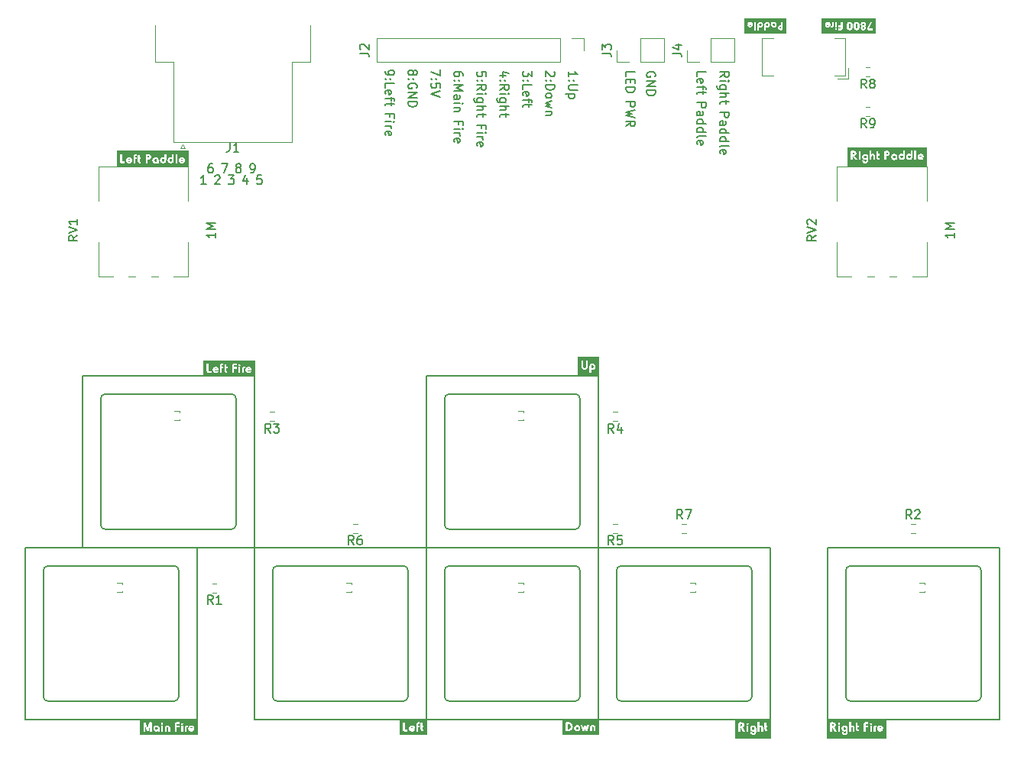
<source format=gbr>
%TF.GenerationSoftware,KiCad,Pcbnew,(7.0.0)*%
%TF.CreationDate,2023-03-31T17:22:56-07:00*%
%TF.ProjectId,JoyKeyMX,4a6f794b-6579-44d5-982e-6b696361645f,C*%
%TF.SameCoordinates,Original*%
%TF.FileFunction,Legend,Top*%
%TF.FilePolarity,Positive*%
%FSLAX46Y46*%
G04 Gerber Fmt 4.6, Leading zero omitted, Abs format (unit mm)*
G04 Created by KiCad (PCBNEW (7.0.0)) date 2023-03-31 17:22:56*
%MOMM*%
%LPD*%
G01*
G04 APERTURE LIST*
%ADD10C,0.150000*%
%ADD11C,0.152400*%
%ADD12C,0.120000*%
G04 APERTURE END LIST*
D10*
X93746904Y-74932380D02*
X93556428Y-74932380D01*
X93556428Y-74932380D02*
X93461190Y-74980000D01*
X93461190Y-74980000D02*
X93413571Y-75027619D01*
X93413571Y-75027619D02*
X93318333Y-75170476D01*
X93318333Y-75170476D02*
X93270714Y-75360952D01*
X93270714Y-75360952D02*
X93270714Y-75741904D01*
X93270714Y-75741904D02*
X93318333Y-75837142D01*
X93318333Y-75837142D02*
X93365952Y-75884761D01*
X93365952Y-75884761D02*
X93461190Y-75932380D01*
X93461190Y-75932380D02*
X93651666Y-75932380D01*
X93651666Y-75932380D02*
X93746904Y-75884761D01*
X93746904Y-75884761D02*
X93794523Y-75837142D01*
X93794523Y-75837142D02*
X93842142Y-75741904D01*
X93842142Y-75741904D02*
X93842142Y-75503809D01*
X93842142Y-75503809D02*
X93794523Y-75408571D01*
X93794523Y-75408571D02*
X93746904Y-75360952D01*
X93746904Y-75360952D02*
X93651666Y-75313333D01*
X93651666Y-75313333D02*
X93461190Y-75313333D01*
X93461190Y-75313333D02*
X93365952Y-75360952D01*
X93365952Y-75360952D02*
X93318333Y-75408571D01*
X93318333Y-75408571D02*
X93270714Y-75503809D01*
X94775476Y-74932380D02*
X95442142Y-74932380D01*
X95442142Y-74932380D02*
X95013571Y-75932380D01*
X96565952Y-75360952D02*
X96470714Y-75313333D01*
X96470714Y-75313333D02*
X96423095Y-75265714D01*
X96423095Y-75265714D02*
X96375476Y-75170476D01*
X96375476Y-75170476D02*
X96375476Y-75122857D01*
X96375476Y-75122857D02*
X96423095Y-75027619D01*
X96423095Y-75027619D02*
X96470714Y-74980000D01*
X96470714Y-74980000D02*
X96565952Y-74932380D01*
X96565952Y-74932380D02*
X96756428Y-74932380D01*
X96756428Y-74932380D02*
X96851666Y-74980000D01*
X96851666Y-74980000D02*
X96899285Y-75027619D01*
X96899285Y-75027619D02*
X96946904Y-75122857D01*
X96946904Y-75122857D02*
X96946904Y-75170476D01*
X96946904Y-75170476D02*
X96899285Y-75265714D01*
X96899285Y-75265714D02*
X96851666Y-75313333D01*
X96851666Y-75313333D02*
X96756428Y-75360952D01*
X96756428Y-75360952D02*
X96565952Y-75360952D01*
X96565952Y-75360952D02*
X96470714Y-75408571D01*
X96470714Y-75408571D02*
X96423095Y-75456190D01*
X96423095Y-75456190D02*
X96375476Y-75551428D01*
X96375476Y-75551428D02*
X96375476Y-75741904D01*
X96375476Y-75741904D02*
X96423095Y-75837142D01*
X96423095Y-75837142D02*
X96470714Y-75884761D01*
X96470714Y-75884761D02*
X96565952Y-75932380D01*
X96565952Y-75932380D02*
X96756428Y-75932380D01*
X96756428Y-75932380D02*
X96851666Y-75884761D01*
X96851666Y-75884761D02*
X96899285Y-75837142D01*
X96899285Y-75837142D02*
X96946904Y-75741904D01*
X96946904Y-75741904D02*
X96946904Y-75551428D01*
X96946904Y-75551428D02*
X96899285Y-75456190D01*
X96899285Y-75456190D02*
X96851666Y-75408571D01*
X96851666Y-75408571D02*
X96756428Y-75360952D01*
X98023095Y-75932380D02*
X98213571Y-75932380D01*
X98213571Y-75932380D02*
X98308809Y-75884761D01*
X98308809Y-75884761D02*
X98356428Y-75837142D01*
X98356428Y-75837142D02*
X98451666Y-75694285D01*
X98451666Y-75694285D02*
X98499285Y-75503809D01*
X98499285Y-75503809D02*
X98499285Y-75122857D01*
X98499285Y-75122857D02*
X98451666Y-75027619D01*
X98451666Y-75027619D02*
X98404047Y-74980000D01*
X98404047Y-74980000D02*
X98308809Y-74932380D01*
X98308809Y-74932380D02*
X98118333Y-74932380D01*
X98118333Y-74932380D02*
X98023095Y-74980000D01*
X98023095Y-74980000D02*
X97975476Y-75027619D01*
X97975476Y-75027619D02*
X97927857Y-75122857D01*
X97927857Y-75122857D02*
X97927857Y-75360952D01*
X97927857Y-75360952D02*
X97975476Y-75456190D01*
X97975476Y-75456190D02*
X98023095Y-75503809D01*
X98023095Y-75503809D02*
X98118333Y-75551428D01*
X98118333Y-75551428D02*
X98308809Y-75551428D01*
X98308809Y-75551428D02*
X98404047Y-75503809D01*
X98404047Y-75503809D02*
X98451666Y-75456190D01*
X98451666Y-75456190D02*
X98499285Y-75360952D01*
X150000619Y-65325523D02*
X150476809Y-64992190D01*
X150000619Y-64754095D02*
X151000619Y-64754095D01*
X151000619Y-64754095D02*
X151000619Y-65135047D01*
X151000619Y-65135047D02*
X150953000Y-65230285D01*
X150953000Y-65230285D02*
X150905380Y-65277904D01*
X150905380Y-65277904D02*
X150810142Y-65325523D01*
X150810142Y-65325523D02*
X150667285Y-65325523D01*
X150667285Y-65325523D02*
X150572047Y-65277904D01*
X150572047Y-65277904D02*
X150524428Y-65230285D01*
X150524428Y-65230285D02*
X150476809Y-65135047D01*
X150476809Y-65135047D02*
X150476809Y-64754095D01*
X150000619Y-65754095D02*
X150667285Y-65754095D01*
X151000619Y-65754095D02*
X150953000Y-65706476D01*
X150953000Y-65706476D02*
X150905380Y-65754095D01*
X150905380Y-65754095D02*
X150953000Y-65801714D01*
X150953000Y-65801714D02*
X151000619Y-65754095D01*
X151000619Y-65754095D02*
X150905380Y-65754095D01*
X150667285Y-66658856D02*
X149857761Y-66658856D01*
X149857761Y-66658856D02*
X149762523Y-66611237D01*
X149762523Y-66611237D02*
X149714904Y-66563618D01*
X149714904Y-66563618D02*
X149667285Y-66468380D01*
X149667285Y-66468380D02*
X149667285Y-66325523D01*
X149667285Y-66325523D02*
X149714904Y-66230285D01*
X150048238Y-66658856D02*
X150000619Y-66563618D01*
X150000619Y-66563618D02*
X150000619Y-66373142D01*
X150000619Y-66373142D02*
X150048238Y-66277904D01*
X150048238Y-66277904D02*
X150095857Y-66230285D01*
X150095857Y-66230285D02*
X150191095Y-66182666D01*
X150191095Y-66182666D02*
X150476809Y-66182666D01*
X150476809Y-66182666D02*
X150572047Y-66230285D01*
X150572047Y-66230285D02*
X150619666Y-66277904D01*
X150619666Y-66277904D02*
X150667285Y-66373142D01*
X150667285Y-66373142D02*
X150667285Y-66563618D01*
X150667285Y-66563618D02*
X150619666Y-66658856D01*
X150000619Y-67135047D02*
X151000619Y-67135047D01*
X150000619Y-67563618D02*
X150524428Y-67563618D01*
X150524428Y-67563618D02*
X150619666Y-67515999D01*
X150619666Y-67515999D02*
X150667285Y-67420761D01*
X150667285Y-67420761D02*
X150667285Y-67277904D01*
X150667285Y-67277904D02*
X150619666Y-67182666D01*
X150619666Y-67182666D02*
X150572047Y-67135047D01*
X150667285Y-67896952D02*
X150667285Y-68277904D01*
X151000619Y-68039809D02*
X150143476Y-68039809D01*
X150143476Y-68039809D02*
X150048238Y-68087428D01*
X150048238Y-68087428D02*
X150000619Y-68182666D01*
X150000619Y-68182666D02*
X150000619Y-68277904D01*
X150000619Y-69211238D02*
X151000619Y-69211238D01*
X151000619Y-69211238D02*
X151000619Y-69592190D01*
X151000619Y-69592190D02*
X150953000Y-69687428D01*
X150953000Y-69687428D02*
X150905380Y-69735047D01*
X150905380Y-69735047D02*
X150810142Y-69782666D01*
X150810142Y-69782666D02*
X150667285Y-69782666D01*
X150667285Y-69782666D02*
X150572047Y-69735047D01*
X150572047Y-69735047D02*
X150524428Y-69687428D01*
X150524428Y-69687428D02*
X150476809Y-69592190D01*
X150476809Y-69592190D02*
X150476809Y-69211238D01*
X150000619Y-70639809D02*
X150524428Y-70639809D01*
X150524428Y-70639809D02*
X150619666Y-70592190D01*
X150619666Y-70592190D02*
X150667285Y-70496952D01*
X150667285Y-70496952D02*
X150667285Y-70306476D01*
X150667285Y-70306476D02*
X150619666Y-70211238D01*
X150048238Y-70639809D02*
X150000619Y-70544571D01*
X150000619Y-70544571D02*
X150000619Y-70306476D01*
X150000619Y-70306476D02*
X150048238Y-70211238D01*
X150048238Y-70211238D02*
X150143476Y-70163619D01*
X150143476Y-70163619D02*
X150238714Y-70163619D01*
X150238714Y-70163619D02*
X150333952Y-70211238D01*
X150333952Y-70211238D02*
X150381571Y-70306476D01*
X150381571Y-70306476D02*
X150381571Y-70544571D01*
X150381571Y-70544571D02*
X150429190Y-70639809D01*
X150000619Y-71544571D02*
X151000619Y-71544571D01*
X150048238Y-71544571D02*
X150000619Y-71449333D01*
X150000619Y-71449333D02*
X150000619Y-71258857D01*
X150000619Y-71258857D02*
X150048238Y-71163619D01*
X150048238Y-71163619D02*
X150095857Y-71116000D01*
X150095857Y-71116000D02*
X150191095Y-71068381D01*
X150191095Y-71068381D02*
X150476809Y-71068381D01*
X150476809Y-71068381D02*
X150572047Y-71116000D01*
X150572047Y-71116000D02*
X150619666Y-71163619D01*
X150619666Y-71163619D02*
X150667285Y-71258857D01*
X150667285Y-71258857D02*
X150667285Y-71449333D01*
X150667285Y-71449333D02*
X150619666Y-71544571D01*
X150000619Y-72449333D02*
X151000619Y-72449333D01*
X150048238Y-72449333D02*
X150000619Y-72354095D01*
X150000619Y-72354095D02*
X150000619Y-72163619D01*
X150000619Y-72163619D02*
X150048238Y-72068381D01*
X150048238Y-72068381D02*
X150095857Y-72020762D01*
X150095857Y-72020762D02*
X150191095Y-71973143D01*
X150191095Y-71973143D02*
X150476809Y-71973143D01*
X150476809Y-71973143D02*
X150572047Y-72020762D01*
X150572047Y-72020762D02*
X150619666Y-72068381D01*
X150619666Y-72068381D02*
X150667285Y-72163619D01*
X150667285Y-72163619D02*
X150667285Y-72354095D01*
X150667285Y-72354095D02*
X150619666Y-72449333D01*
X150000619Y-73068381D02*
X150048238Y-72973143D01*
X150048238Y-72973143D02*
X150143476Y-72925524D01*
X150143476Y-72925524D02*
X151000619Y-72925524D01*
X150048238Y-73830286D02*
X150000619Y-73735048D01*
X150000619Y-73735048D02*
X150000619Y-73544572D01*
X150000619Y-73544572D02*
X150048238Y-73449334D01*
X150048238Y-73449334D02*
X150143476Y-73401715D01*
X150143476Y-73401715D02*
X150524428Y-73401715D01*
X150524428Y-73401715D02*
X150619666Y-73449334D01*
X150619666Y-73449334D02*
X150667285Y-73544572D01*
X150667285Y-73544572D02*
X150667285Y-73735048D01*
X150667285Y-73735048D02*
X150619666Y-73830286D01*
X150619666Y-73830286D02*
X150524428Y-73877905D01*
X150524428Y-73877905D02*
X150429190Y-73877905D01*
X150429190Y-73877905D02*
X150333952Y-73401715D01*
G36*
X165898968Y-59775269D02*
G01*
X165908287Y-59776713D01*
X165917299Y-59779061D01*
X165925956Y-59782265D01*
X165934207Y-59786278D01*
X165942002Y-59791053D01*
X165949292Y-59796540D01*
X165956027Y-59802694D01*
X165962156Y-59809466D01*
X165967629Y-59816809D01*
X165972398Y-59824675D01*
X165976411Y-59833016D01*
X165979620Y-59841784D01*
X165981973Y-59850932D01*
X165983422Y-59860413D01*
X165983916Y-59870179D01*
X165983422Y-59879712D01*
X165981973Y-59888989D01*
X165979620Y-59897962D01*
X165976411Y-59906579D01*
X165972398Y-59914792D01*
X165967629Y-59922551D01*
X165962156Y-59929807D01*
X165956027Y-59936509D01*
X165949292Y-59942608D01*
X165942002Y-59948055D01*
X165934207Y-59952800D01*
X165925956Y-59956794D01*
X165917299Y-59959986D01*
X165908287Y-59962328D01*
X165898968Y-59963770D01*
X165889394Y-59964261D01*
X165879602Y-59963770D01*
X165870123Y-59962328D01*
X165860999Y-59959986D01*
X165852276Y-59956794D01*
X165843997Y-59952800D01*
X165836206Y-59948055D01*
X165828948Y-59942608D01*
X165822267Y-59936509D01*
X165816207Y-59929807D01*
X165810811Y-59922551D01*
X165806125Y-59914792D01*
X165802191Y-59906579D01*
X165799055Y-59897962D01*
X165796761Y-59888989D01*
X165795352Y-59879712D01*
X165794872Y-59870179D01*
X165795352Y-59860413D01*
X165796761Y-59850932D01*
X165799055Y-59841784D01*
X165802191Y-59833016D01*
X165806125Y-59824675D01*
X165810811Y-59816809D01*
X165816207Y-59809466D01*
X165822267Y-59802694D01*
X165828948Y-59796540D01*
X165836206Y-59791053D01*
X165843997Y-59786278D01*
X165852276Y-59782265D01*
X165860999Y-59779061D01*
X165870123Y-59776713D01*
X165879602Y-59775269D01*
X165889394Y-59774777D01*
X165898968Y-59775269D01*
G37*
G36*
X165897482Y-59390185D02*
G01*
X165907698Y-59391741D01*
X165917570Y-59394272D01*
X165927045Y-59397727D01*
X165936069Y-59402055D01*
X165944588Y-59407206D01*
X165952550Y-59413128D01*
X165959901Y-59419770D01*
X165966587Y-59427083D01*
X165972555Y-59435014D01*
X165977752Y-59443514D01*
X165982123Y-59452530D01*
X165985616Y-59462013D01*
X165988178Y-59471911D01*
X165989754Y-59482174D01*
X165990291Y-59492750D01*
X165989754Y-59503160D01*
X165988178Y-59513330D01*
X165985616Y-59523201D01*
X165982123Y-59532712D01*
X165977752Y-59541805D01*
X165972555Y-59550420D01*
X165966587Y-59558497D01*
X165959901Y-59565977D01*
X165952550Y-59572800D01*
X165944588Y-59578907D01*
X165936069Y-59584237D01*
X165927045Y-59588732D01*
X165917570Y-59592332D01*
X165907698Y-59594977D01*
X165897482Y-59596607D01*
X165886976Y-59597164D01*
X165876470Y-59596607D01*
X165866254Y-59594977D01*
X165856382Y-59592332D01*
X165846907Y-59588732D01*
X165837883Y-59584237D01*
X165829364Y-59578907D01*
X165821402Y-59572800D01*
X165814051Y-59565977D01*
X165807365Y-59558497D01*
X165801397Y-59550420D01*
X165796201Y-59541805D01*
X165791829Y-59532712D01*
X165788336Y-59523201D01*
X165785775Y-59513330D01*
X165784199Y-59503160D01*
X165783661Y-59492750D01*
X165784199Y-59482174D01*
X165785775Y-59471911D01*
X165788336Y-59462013D01*
X165791829Y-59452530D01*
X165796201Y-59443514D01*
X165801397Y-59435014D01*
X165807365Y-59427083D01*
X165814051Y-59419770D01*
X165821402Y-59413128D01*
X165829364Y-59407206D01*
X165837883Y-59402055D01*
X165846907Y-59397727D01*
X165856382Y-59394272D01*
X165866254Y-59391741D01*
X165876470Y-59390185D01*
X165886976Y-59389655D01*
X165897482Y-59390185D01*
G37*
G36*
X165168008Y-59390188D02*
G01*
X165180595Y-59392142D01*
X165192685Y-59395434D01*
X165204223Y-59399983D01*
X165215155Y-59405706D01*
X165225425Y-59412519D01*
X165234978Y-59420339D01*
X165243759Y-59429085D01*
X165251714Y-59438673D01*
X165258787Y-59449021D01*
X165264922Y-59460046D01*
X165270066Y-59471665D01*
X165274162Y-59483795D01*
X165277156Y-59496354D01*
X165278993Y-59509258D01*
X165279617Y-59522426D01*
X165279617Y-59824237D01*
X165278978Y-59837600D01*
X165277099Y-59850680D01*
X165274040Y-59863396D01*
X165269859Y-59875664D01*
X165264616Y-59887402D01*
X165258369Y-59898530D01*
X165251178Y-59908963D01*
X165243100Y-59918621D01*
X165234196Y-59927421D01*
X165224523Y-59935281D01*
X165214142Y-59942120D01*
X165203110Y-59947854D01*
X165191487Y-59952401D01*
X165179332Y-59955681D01*
X165166704Y-59957610D01*
X165153661Y-59958106D01*
X165140893Y-59956973D01*
X165128586Y-59954609D01*
X165116792Y-59951078D01*
X165105559Y-59946449D01*
X165094938Y-59940786D01*
X165084979Y-59934157D01*
X165075731Y-59926627D01*
X165067245Y-59918264D01*
X165059571Y-59909133D01*
X165052757Y-59899300D01*
X165046855Y-59888833D01*
X165041914Y-59877797D01*
X165037985Y-59866258D01*
X165035116Y-59854284D01*
X165033358Y-59841940D01*
X165032761Y-59829292D01*
X165032761Y-59514732D01*
X165033400Y-59502098D01*
X165035272Y-59489793D01*
X165038314Y-59477885D01*
X165042461Y-59466441D01*
X165047648Y-59455527D01*
X165053812Y-59445211D01*
X165060888Y-59435560D01*
X165068811Y-59426640D01*
X165077518Y-59418518D01*
X165086943Y-59411263D01*
X165097022Y-59404940D01*
X165107692Y-59399616D01*
X165118887Y-59395359D01*
X165130543Y-59392235D01*
X165142595Y-59390311D01*
X165154980Y-59389655D01*
X165168008Y-59390188D01*
G37*
G36*
X164403919Y-59390188D02*
G01*
X164416505Y-59392142D01*
X164428595Y-59395434D01*
X164440134Y-59399983D01*
X164451065Y-59405706D01*
X164461335Y-59412519D01*
X164470889Y-59420339D01*
X164479670Y-59429085D01*
X164487625Y-59438673D01*
X164494697Y-59449021D01*
X164500833Y-59460046D01*
X164505976Y-59471665D01*
X164510073Y-59483795D01*
X164513067Y-59496354D01*
X164514904Y-59509258D01*
X164515528Y-59522426D01*
X164515528Y-59824237D01*
X164514889Y-59837600D01*
X164513010Y-59850680D01*
X164509951Y-59863396D01*
X164505770Y-59875664D01*
X164500527Y-59887402D01*
X164494280Y-59898530D01*
X164487088Y-59908963D01*
X164479011Y-59918621D01*
X164470106Y-59927421D01*
X164460434Y-59935281D01*
X164450052Y-59942120D01*
X164439021Y-59947854D01*
X164427398Y-59952401D01*
X164415243Y-59955681D01*
X164402615Y-59957610D01*
X164389572Y-59958106D01*
X164376803Y-59956973D01*
X164364497Y-59954609D01*
X164352702Y-59951078D01*
X164341470Y-59946449D01*
X164330849Y-59940786D01*
X164320889Y-59934157D01*
X164311642Y-59926627D01*
X164303156Y-59918264D01*
X164295481Y-59909133D01*
X164288668Y-59899300D01*
X164282766Y-59888833D01*
X164277825Y-59877797D01*
X164273895Y-59866258D01*
X164271027Y-59854284D01*
X164269269Y-59841940D01*
X164268672Y-59829292D01*
X164268672Y-59514732D01*
X164269310Y-59502098D01*
X164271183Y-59489793D01*
X164274224Y-59477885D01*
X164278371Y-59466441D01*
X164283559Y-59455527D01*
X164289723Y-59445211D01*
X164296799Y-59435560D01*
X164304722Y-59426640D01*
X164313428Y-59418518D01*
X164322854Y-59411263D01*
X164332933Y-59404940D01*
X164343602Y-59399616D01*
X164354797Y-59395359D01*
X164366453Y-59392235D01*
X164378506Y-59390311D01*
X164390891Y-59389655D01*
X164403919Y-59390188D01*
G37*
G36*
X162073657Y-59575301D02*
G01*
X162068428Y-59583635D01*
X162062727Y-59591584D01*
X162056572Y-59599118D01*
X162049981Y-59606211D01*
X162042971Y-59612834D01*
X162035558Y-59618959D01*
X162027759Y-59624559D01*
X162019592Y-59629604D01*
X162011074Y-59634068D01*
X162002221Y-59637922D01*
X161993052Y-59641138D01*
X161983582Y-59643688D01*
X161973829Y-59645544D01*
X161963810Y-59646678D01*
X161953543Y-59647063D01*
X161944082Y-59646678D01*
X161934614Y-59645544D01*
X161925191Y-59643688D01*
X161915868Y-59641138D01*
X161906698Y-59637922D01*
X161897735Y-59634068D01*
X161889033Y-59629604D01*
X161880645Y-59624559D01*
X161872626Y-59618959D01*
X161865029Y-59612834D01*
X161857908Y-59606211D01*
X161851317Y-59599118D01*
X161845309Y-59591584D01*
X161839938Y-59583635D01*
X161835258Y-59575301D01*
X161831324Y-59566609D01*
X162078400Y-59566609D01*
X162073657Y-59575301D01*
G37*
G36*
X167272157Y-60501821D02*
G01*
X161296403Y-60501821D01*
X161296403Y-60134181D01*
X163122538Y-60134181D01*
X163421271Y-60134181D01*
X163431274Y-60134028D01*
X163440936Y-60133557D01*
X163450276Y-60132748D01*
X163459314Y-60131581D01*
X163468067Y-60130036D01*
X163480709Y-60126969D01*
X163492822Y-60122943D01*
X163504471Y-60117890D01*
X163515722Y-60111745D01*
X163526640Y-60104442D01*
X163533765Y-60098897D01*
X163540791Y-60092788D01*
X163547736Y-60086095D01*
X163551184Y-60082523D01*
X163558576Y-60073363D01*
X163565181Y-60064256D01*
X163571013Y-60055129D01*
X163576084Y-60045908D01*
X163580407Y-60036519D01*
X163583995Y-60026888D01*
X163586862Y-60016940D01*
X163589020Y-60006604D01*
X163590483Y-59995803D01*
X163591263Y-59984465D01*
X163591411Y-59976571D01*
X163591411Y-59824237D01*
X164073253Y-59824237D01*
X164073381Y-59829292D01*
X164073663Y-59840470D01*
X164074880Y-59856511D01*
X164076884Y-59872340D01*
X164079654Y-59887936D01*
X164083171Y-59903276D01*
X164087414Y-59918340D01*
X164092364Y-59933107D01*
X164098000Y-59947555D01*
X164104302Y-59961663D01*
X164111250Y-59975409D01*
X164118825Y-59988773D01*
X164127005Y-60001733D01*
X164135771Y-60014268D01*
X164145103Y-60026357D01*
X164154981Y-60037978D01*
X164165385Y-60049111D01*
X164176293Y-60059733D01*
X164187688Y-60069825D01*
X164199548Y-60079363D01*
X164211853Y-60088328D01*
X164224583Y-60096698D01*
X164237718Y-60104451D01*
X164251238Y-60111567D01*
X164265124Y-60118024D01*
X164279354Y-60123801D01*
X164293909Y-60128877D01*
X164308769Y-60133230D01*
X164323913Y-60136839D01*
X164339322Y-60139683D01*
X164354975Y-60141741D01*
X164370852Y-60142992D01*
X164386934Y-60143413D01*
X164403259Y-60143092D01*
X164419373Y-60141937D01*
X164435254Y-60139969D01*
X164450883Y-60137209D01*
X164466240Y-60133678D01*
X164481304Y-60129398D01*
X164496056Y-60124389D01*
X164510476Y-60118673D01*
X164524543Y-60112271D01*
X164538237Y-60105204D01*
X164551538Y-60097493D01*
X164564427Y-60089159D01*
X164576883Y-60080223D01*
X164588885Y-60070707D01*
X164600415Y-60060631D01*
X164611451Y-60050018D01*
X164621975Y-60038887D01*
X164631964Y-60027260D01*
X164641401Y-60015158D01*
X164650264Y-60002603D01*
X164658533Y-59989614D01*
X164666188Y-59976215D01*
X164673210Y-59962425D01*
X164679578Y-59948266D01*
X164685272Y-59933759D01*
X164690272Y-59918924D01*
X164694558Y-59903784D01*
X164698109Y-59888360D01*
X164700907Y-59872671D01*
X164702930Y-59856741D01*
X164704158Y-59840589D01*
X164704572Y-59824237D01*
X164837342Y-59824237D01*
X164837470Y-59829292D01*
X164837753Y-59840470D01*
X164838969Y-59856511D01*
X164840973Y-59872340D01*
X164843743Y-59887936D01*
X164847260Y-59903276D01*
X164851503Y-59918340D01*
X164856453Y-59933107D01*
X164862089Y-59947555D01*
X164868391Y-59961663D01*
X164875340Y-59975409D01*
X164882914Y-59988773D01*
X164891094Y-60001733D01*
X164899861Y-60014268D01*
X164909193Y-60026357D01*
X164919071Y-60037978D01*
X164929474Y-60049111D01*
X164940383Y-60059733D01*
X164951777Y-60069825D01*
X164963637Y-60079363D01*
X164975942Y-60088328D01*
X164988672Y-60096698D01*
X165001807Y-60104451D01*
X165015328Y-60111567D01*
X165029213Y-60118024D01*
X165043443Y-60123801D01*
X165057998Y-60128877D01*
X165072858Y-60133230D01*
X165088002Y-60136839D01*
X165103411Y-60139683D01*
X165119064Y-60141741D01*
X165134942Y-60142992D01*
X165151024Y-60143413D01*
X165167349Y-60143092D01*
X165183462Y-60141937D01*
X165199343Y-60139969D01*
X165214972Y-60137209D01*
X165230329Y-60133678D01*
X165245393Y-60129398D01*
X165260145Y-60124389D01*
X165274565Y-60118673D01*
X165288632Y-60112271D01*
X165302326Y-60105204D01*
X165315628Y-60097493D01*
X165328516Y-60089159D01*
X165340972Y-60080223D01*
X165352975Y-60070707D01*
X165364504Y-60060631D01*
X165375541Y-60050018D01*
X165386064Y-60038887D01*
X165396054Y-60027260D01*
X165405490Y-60015158D01*
X165414353Y-60002603D01*
X165422622Y-59989614D01*
X165430278Y-59976215D01*
X165437299Y-59962425D01*
X165443667Y-59948266D01*
X165449361Y-59933759D01*
X165454361Y-59918924D01*
X165458647Y-59903784D01*
X165462199Y-59888360D01*
X165464996Y-59872671D01*
X165467019Y-59856741D01*
X165468247Y-59840589D01*
X165468661Y-59824237D01*
X165468661Y-59517370D01*
X165468240Y-59501118D01*
X165467590Y-59492750D01*
X165595716Y-59492750D01*
X165596183Y-59507205D01*
X165597550Y-59521461D01*
X165599772Y-59535505D01*
X165602802Y-59549326D01*
X165606593Y-59562910D01*
X165611099Y-59576243D01*
X165616273Y-59589314D01*
X165622067Y-59602110D01*
X165628436Y-59614617D01*
X165635333Y-59626822D01*
X165642711Y-59638714D01*
X165650523Y-59650278D01*
X165658723Y-59661502D01*
X165667264Y-59672373D01*
X165676100Y-59682878D01*
X165685183Y-59693005D01*
X165677936Y-59702112D01*
X165670819Y-59711536D01*
X165663878Y-59721267D01*
X165657159Y-59731291D01*
X165650710Y-59741598D01*
X165644576Y-59752174D01*
X165638805Y-59763009D01*
X165633443Y-59774090D01*
X165628537Y-59785406D01*
X165624134Y-59796944D01*
X165620280Y-59808693D01*
X165617022Y-59820640D01*
X165614406Y-59832775D01*
X165612481Y-59845084D01*
X165611291Y-59857556D01*
X165610884Y-59870179D01*
X165611247Y-59884456D01*
X165612324Y-59898550D01*
X165614098Y-59912443D01*
X165616552Y-59926116D01*
X165619667Y-59939552D01*
X165623428Y-59952734D01*
X165627816Y-59965644D01*
X165632814Y-59978264D01*
X165638405Y-59990577D01*
X165644572Y-60002564D01*
X165651296Y-60014208D01*
X165658562Y-60025492D01*
X165666351Y-60036398D01*
X165674645Y-60046908D01*
X165683429Y-60057004D01*
X165692684Y-60066669D01*
X165702393Y-60075885D01*
X165712538Y-60084635D01*
X165723103Y-60092900D01*
X165734070Y-60100664D01*
X165745422Y-60107908D01*
X165757141Y-60114615D01*
X165769209Y-60120767D01*
X165781611Y-60126346D01*
X165794327Y-60131335D01*
X165807342Y-60135717D01*
X165820637Y-60139472D01*
X165834195Y-60142585D01*
X165847999Y-60145037D01*
X165862032Y-60146810D01*
X165876275Y-60147886D01*
X165890713Y-60148249D01*
X165905031Y-60147886D01*
X165919162Y-60146810D01*
X165933089Y-60145037D01*
X165946795Y-60142585D01*
X165960262Y-60139472D01*
X165973473Y-60135717D01*
X165986409Y-60131335D01*
X165999053Y-60126346D01*
X166011387Y-60120767D01*
X166023395Y-60114615D01*
X166035058Y-60107908D01*
X166046359Y-60100664D01*
X166057280Y-60092900D01*
X166067803Y-60084635D01*
X166077912Y-60075885D01*
X166087588Y-60066669D01*
X166096814Y-60057004D01*
X166105572Y-60046908D01*
X166113845Y-60036398D01*
X166121615Y-60025492D01*
X166128864Y-60014208D01*
X166135575Y-60002564D01*
X166135830Y-60002068D01*
X166315386Y-60002068D01*
X166315955Y-60011363D01*
X166317224Y-60020651D01*
X166319225Y-60029942D01*
X166321990Y-60039248D01*
X166325551Y-60048578D01*
X166329939Y-60057944D01*
X166335186Y-60067356D01*
X166341070Y-60076619D01*
X166347420Y-60085059D01*
X166354221Y-60092705D01*
X166361461Y-60099590D01*
X166369126Y-60105745D01*
X166377203Y-60111201D01*
X166385678Y-60115989D01*
X166394537Y-60120140D01*
X166403767Y-60123686D01*
X166413355Y-60126658D01*
X166423286Y-60129086D01*
X166433548Y-60131004D01*
X166444127Y-60132440D01*
X166455009Y-60133428D01*
X166466180Y-60133998D01*
X166477629Y-60134181D01*
X166918585Y-60134181D01*
X166918585Y-59942719D01*
X166524230Y-59942719D01*
X166880776Y-59214900D01*
X166661617Y-59214900D01*
X166336505Y-59916341D01*
X166332208Y-59926177D01*
X166328325Y-59935912D01*
X166324886Y-59945554D01*
X166321925Y-59955114D01*
X166319472Y-59964604D01*
X166317560Y-59974034D01*
X166316220Y-59983414D01*
X166315485Y-59992755D01*
X166315386Y-60002068D01*
X166135830Y-60002068D01*
X166141731Y-59990577D01*
X166147313Y-59978264D01*
X166152305Y-59965644D01*
X166156688Y-59952734D01*
X166160445Y-59939552D01*
X166163558Y-59926116D01*
X166166010Y-59912443D01*
X166167783Y-59898550D01*
X166168860Y-59884456D01*
X166169223Y-59870179D01*
X166168815Y-59857093D01*
X166167621Y-59844219D01*
X166165683Y-59831562D01*
X166163044Y-59819126D01*
X166159747Y-59806916D01*
X166155834Y-59794939D01*
X166151349Y-59783198D01*
X166146334Y-59771700D01*
X166140833Y-59760449D01*
X166134887Y-59749450D01*
X166128540Y-59738709D01*
X166121835Y-59728231D01*
X166114814Y-59718020D01*
X166107521Y-59708083D01*
X166099997Y-59698424D01*
X166092287Y-59689048D01*
X166100914Y-59679157D01*
X166109293Y-59668866D01*
X166117381Y-59658193D01*
X166125136Y-59647156D01*
X166132514Y-59635772D01*
X166139474Y-59624060D01*
X166145972Y-59612036D01*
X166151967Y-59599719D01*
X166157416Y-59587127D01*
X166162276Y-59574277D01*
X166166506Y-59561186D01*
X166170061Y-59547873D01*
X166172901Y-59534355D01*
X166174981Y-59520650D01*
X166176261Y-59506776D01*
X166176697Y-59492750D01*
X166176320Y-59477756D01*
X166175201Y-59462955D01*
X166173359Y-59448367D01*
X166170812Y-59434009D01*
X166167577Y-59419900D01*
X166163673Y-59406059D01*
X166159119Y-59392505D01*
X166153932Y-59379255D01*
X166148131Y-59366329D01*
X166141733Y-59353744D01*
X166134758Y-59341520D01*
X166127222Y-59329674D01*
X166119145Y-59318226D01*
X166110545Y-59307193D01*
X166101440Y-59296596D01*
X166091847Y-59286450D01*
X166081786Y-59276777D01*
X166071274Y-59267593D01*
X166060329Y-59258918D01*
X166048970Y-59250769D01*
X166037216Y-59243167D01*
X166025083Y-59236128D01*
X166012591Y-59229671D01*
X165999757Y-59223816D01*
X165986600Y-59218580D01*
X165973137Y-59213982D01*
X165959388Y-59210041D01*
X165945371Y-59206775D01*
X165931102Y-59204202D01*
X165916602Y-59202342D01*
X165901887Y-59201212D01*
X165886976Y-59200831D01*
X165872061Y-59201212D01*
X165857333Y-59202342D01*
X165842812Y-59204202D01*
X165828515Y-59206775D01*
X165814463Y-59210041D01*
X165800673Y-59213982D01*
X165787164Y-59218580D01*
X165773955Y-59223816D01*
X165761065Y-59229671D01*
X165748512Y-59236128D01*
X165736316Y-59243167D01*
X165724495Y-59250769D01*
X165713068Y-59258918D01*
X165702053Y-59267593D01*
X165691469Y-59276777D01*
X165681336Y-59286450D01*
X165671671Y-59296596D01*
X165662494Y-59307193D01*
X165653824Y-59318226D01*
X165645678Y-59329674D01*
X165638076Y-59341520D01*
X165631037Y-59353744D01*
X165624579Y-59366329D01*
X165618722Y-59379255D01*
X165613483Y-59392505D01*
X165608882Y-59406059D01*
X165604937Y-59419900D01*
X165601668Y-59434009D01*
X165599092Y-59448367D01*
X165597229Y-59462955D01*
X165596098Y-59477756D01*
X165595716Y-59492750D01*
X165467590Y-59492750D01*
X165466992Y-59485060D01*
X165464936Y-59469217D01*
X165462095Y-59453613D01*
X165458488Y-59438267D01*
X165454138Y-59423202D01*
X165449065Y-59408439D01*
X165443289Y-59394000D01*
X165436833Y-59379907D01*
X165429717Y-59366180D01*
X165421961Y-59352843D01*
X165413588Y-59339916D01*
X165404617Y-59327421D01*
X165395070Y-59315379D01*
X165384968Y-59303812D01*
X165374332Y-59292743D01*
X165363182Y-59282192D01*
X165351540Y-59272180D01*
X165339427Y-59262731D01*
X165326863Y-59253864D01*
X165313870Y-59245603D01*
X165300469Y-59237968D01*
X165286680Y-59230981D01*
X165272525Y-59224664D01*
X165258024Y-59219038D01*
X165243199Y-59214126D01*
X165228070Y-59209947D01*
X165212658Y-59206525D01*
X165196985Y-59203881D01*
X165181071Y-59202036D01*
X165164938Y-59201012D01*
X165148605Y-59200831D01*
X165132975Y-59201316D01*
X165117506Y-59202552D01*
X165102220Y-59204523D01*
X165087140Y-59207210D01*
X165072286Y-59210597D01*
X165057681Y-59214667D01*
X165043347Y-59219402D01*
X165029306Y-59224784D01*
X165015580Y-59230798D01*
X165002191Y-59237424D01*
X164989160Y-59244646D01*
X164976511Y-59252446D01*
X164964264Y-59260808D01*
X164952442Y-59269714D01*
X164941067Y-59279147D01*
X164930161Y-59289088D01*
X164919745Y-59299522D01*
X164909842Y-59310431D01*
X164900474Y-59321796D01*
X164891663Y-59333602D01*
X164883430Y-59345831D01*
X164875797Y-59358465D01*
X164868788Y-59371488D01*
X164862422Y-59384881D01*
X164856724Y-59398628D01*
X164851714Y-59412711D01*
X164847414Y-59427113D01*
X164843847Y-59441817D01*
X164841034Y-59456805D01*
X164838998Y-59472060D01*
X164837760Y-59487564D01*
X164837342Y-59503301D01*
X164837342Y-59824237D01*
X164704572Y-59824237D01*
X164704572Y-59517370D01*
X164704151Y-59501118D01*
X164702902Y-59485060D01*
X164700847Y-59469217D01*
X164698005Y-59453613D01*
X164694399Y-59438267D01*
X164690049Y-59423202D01*
X164684975Y-59408439D01*
X164679200Y-59394000D01*
X164672744Y-59379907D01*
X164665627Y-59366180D01*
X164657872Y-59352843D01*
X164649498Y-59339916D01*
X164640528Y-59327421D01*
X164630981Y-59315379D01*
X164620879Y-59303812D01*
X164610242Y-59292743D01*
X164599093Y-59282192D01*
X164587451Y-59272180D01*
X164575338Y-59262731D01*
X164562774Y-59253864D01*
X164549781Y-59245603D01*
X164536380Y-59237968D01*
X164522591Y-59230981D01*
X164508435Y-59224664D01*
X164493935Y-59219038D01*
X164479109Y-59214126D01*
X164463980Y-59209947D01*
X164448569Y-59206525D01*
X164432896Y-59203881D01*
X164416982Y-59202036D01*
X164400848Y-59201012D01*
X164384516Y-59200831D01*
X164368886Y-59201316D01*
X164353417Y-59202552D01*
X164338131Y-59204523D01*
X164323050Y-59207210D01*
X164308196Y-59210597D01*
X164293591Y-59214667D01*
X164279258Y-59219402D01*
X164265217Y-59224784D01*
X164251490Y-59230798D01*
X164238101Y-59237424D01*
X164225071Y-59244646D01*
X164212421Y-59252446D01*
X164200175Y-59260808D01*
X164188353Y-59269714D01*
X164176978Y-59279147D01*
X164166071Y-59289088D01*
X164155656Y-59299522D01*
X164145753Y-59310431D01*
X164136385Y-59321796D01*
X164127573Y-59333602D01*
X164119340Y-59345831D01*
X164111708Y-59358465D01*
X164104698Y-59371488D01*
X164098333Y-59384881D01*
X164092634Y-59398628D01*
X164087624Y-59412711D01*
X164083325Y-59427113D01*
X164079757Y-59441817D01*
X164076945Y-59456805D01*
X164074908Y-59472060D01*
X164073671Y-59487564D01*
X164073253Y-59503301D01*
X164073253Y-59824237D01*
X163591411Y-59824237D01*
X163591411Y-59214900D01*
X163395992Y-59214900D01*
X163395992Y-59606396D01*
X163137705Y-59606396D01*
X163137705Y-59791703D01*
X163395992Y-59791703D01*
X163395992Y-59947555D01*
X163122538Y-59947555D01*
X163122538Y-60134181D01*
X161296403Y-60134181D01*
X161296403Y-59974867D01*
X162775472Y-59974867D01*
X162775974Y-59984060D01*
X162777244Y-59993166D01*
X162779280Y-60002115D01*
X162782081Y-60010833D01*
X162785647Y-60019250D01*
X162789976Y-60027292D01*
X162795067Y-60034888D01*
X162800919Y-60041967D01*
X162807532Y-60048455D01*
X162814904Y-60054282D01*
X162823034Y-60059375D01*
X162831921Y-60063662D01*
X162841564Y-60067071D01*
X162851963Y-60069531D01*
X162863116Y-60070968D01*
X162875022Y-60071313D01*
X162886914Y-60070529D01*
X162898024Y-60068678D01*
X162908355Y-60065833D01*
X162917906Y-60062066D01*
X162926680Y-60057449D01*
X162934675Y-60052053D01*
X162941895Y-60045951D01*
X162948338Y-60039216D01*
X162954007Y-60031918D01*
X162958903Y-60024131D01*
X162963025Y-60015926D01*
X162966375Y-60007375D01*
X162968954Y-59998551D01*
X162970762Y-59989525D01*
X162971801Y-59980370D01*
X162972072Y-59971158D01*
X162971575Y-59961960D01*
X162970311Y-59952850D01*
X162968282Y-59943898D01*
X162965487Y-59935178D01*
X162961928Y-59926760D01*
X162957606Y-59918718D01*
X162952522Y-59911123D01*
X162946676Y-59904048D01*
X162940070Y-59897564D01*
X162932704Y-59891744D01*
X162924579Y-59886659D01*
X162915696Y-59882382D01*
X162906057Y-59878986D01*
X162895661Y-59876541D01*
X162884510Y-59875120D01*
X162872604Y-59874795D01*
X162860693Y-59875578D01*
X162849566Y-59877427D01*
X162839220Y-59880269D01*
X162829657Y-59884032D01*
X162820873Y-59888645D01*
X162812869Y-59894036D01*
X162805643Y-59900131D01*
X162799195Y-59906861D01*
X162793523Y-59914152D01*
X162788626Y-59921932D01*
X162784504Y-59930131D01*
X162781155Y-59938674D01*
X162778578Y-59947492D01*
X162776773Y-59956511D01*
X162775738Y-59965660D01*
X162775472Y-59974867D01*
X161296403Y-59974867D01*
X161296403Y-59547705D01*
X161649973Y-59547705D01*
X161650351Y-59559006D01*
X161651095Y-59566609D01*
X161651472Y-59570467D01*
X161653322Y-59582054D01*
X161655886Y-59593731D01*
X161659146Y-59605466D01*
X161663088Y-59617224D01*
X161667696Y-59628971D01*
X161672955Y-59640674D01*
X161678848Y-59652299D01*
X161685360Y-59663810D01*
X161692475Y-59675176D01*
X161700178Y-59686361D01*
X161708453Y-59697331D01*
X161717285Y-59708053D01*
X161726657Y-59718492D01*
X161736554Y-59728615D01*
X161746961Y-59738388D01*
X161757861Y-59747777D01*
X161769240Y-59756747D01*
X161781081Y-59765265D01*
X161793369Y-59773297D01*
X161806087Y-59780808D01*
X161819222Y-59787766D01*
X161832756Y-59794135D01*
X161846674Y-59799882D01*
X161860961Y-59804973D01*
X161875600Y-59809375D01*
X161890577Y-59813052D01*
X161905875Y-59815971D01*
X161921480Y-59818098D01*
X161937374Y-59819399D01*
X161953543Y-59819840D01*
X161969734Y-59819416D01*
X161985692Y-59818156D01*
X161992924Y-59817202D01*
X162317342Y-59817202D01*
X162329687Y-59818692D01*
X162340019Y-59819280D01*
X162351794Y-59819467D01*
X162364810Y-59819189D01*
X162378863Y-59818379D01*
X162393749Y-59816973D01*
X162409265Y-59814905D01*
X162425207Y-59812110D01*
X162441372Y-59808523D01*
X162457556Y-59804077D01*
X162473556Y-59798708D01*
X162489168Y-59792350D01*
X162504189Y-59784938D01*
X162518416Y-59776407D01*
X162531644Y-59766691D01*
X162537820Y-59761368D01*
X162548703Y-59751098D01*
X162558699Y-59740710D01*
X162567835Y-59730173D01*
X162576134Y-59719459D01*
X162583624Y-59708535D01*
X162590328Y-59697373D01*
X162596274Y-59685941D01*
X162601485Y-59674210D01*
X162605989Y-59662150D01*
X162609809Y-59649729D01*
X162612972Y-59636918D01*
X162615502Y-59623686D01*
X162617426Y-59610004D01*
X162618769Y-59595841D01*
X162619556Y-59581166D01*
X162619813Y-59565950D01*
X162619813Y-59214900D01*
X162783138Y-59214900D01*
X162783138Y-59818961D01*
X162962070Y-59818961D01*
X162962070Y-59214900D01*
X162783138Y-59214900D01*
X162619813Y-59214900D01*
X162435825Y-59214900D01*
X162435825Y-59573643D01*
X162435630Y-59582469D01*
X162434713Y-59592857D01*
X162432832Y-59602590D01*
X162429756Y-59611733D01*
X162425253Y-59620351D01*
X162419091Y-59628511D01*
X162414502Y-59633214D01*
X162406587Y-59640057D01*
X162398257Y-59645261D01*
X162389453Y-59649022D01*
X162380113Y-59651536D01*
X162370177Y-59653000D01*
X162359585Y-59653609D01*
X162355151Y-59653657D01*
X162317342Y-59653657D01*
X162317342Y-59817202D01*
X161992924Y-59817202D01*
X162001400Y-59816084D01*
X162016839Y-59813222D01*
X162031990Y-59809590D01*
X162046835Y-59805211D01*
X162061355Y-59800107D01*
X162075532Y-59794300D01*
X162089347Y-59787812D01*
X162102782Y-59780664D01*
X162115819Y-59772878D01*
X162128439Y-59764477D01*
X162140623Y-59755482D01*
X162152353Y-59745915D01*
X162163611Y-59735798D01*
X162174378Y-59725153D01*
X162184635Y-59714002D01*
X162194365Y-59702367D01*
X162203548Y-59690269D01*
X162212167Y-59677731D01*
X162220202Y-59664774D01*
X162227635Y-59651421D01*
X162234448Y-59637692D01*
X162240622Y-59623611D01*
X162246139Y-59609199D01*
X162250981Y-59594477D01*
X162255128Y-59579469D01*
X162258563Y-59564195D01*
X162261266Y-59548677D01*
X162263220Y-59532938D01*
X162264406Y-59517000D01*
X162264806Y-59500883D01*
X162264396Y-59485595D01*
X162263179Y-59470490D01*
X162261177Y-59455588D01*
X162258410Y-59440909D01*
X162254897Y-59426473D01*
X162250661Y-59412299D01*
X162245720Y-59398408D01*
X162240097Y-59384819D01*
X162233811Y-59371552D01*
X162226882Y-59358627D01*
X162219332Y-59346064D01*
X162211181Y-59333881D01*
X162202450Y-59322101D01*
X162193158Y-59310741D01*
X162183327Y-59299822D01*
X162172977Y-59289363D01*
X162162128Y-59279385D01*
X162150801Y-59269907D01*
X162139017Y-59260949D01*
X162126797Y-59252531D01*
X162114159Y-59244673D01*
X162101126Y-59237394D01*
X162087718Y-59230715D01*
X162073955Y-59224654D01*
X162059858Y-59219232D01*
X162045447Y-59214469D01*
X162030743Y-59210384D01*
X162015766Y-59206998D01*
X162000537Y-59204330D01*
X161985076Y-59202399D01*
X161969405Y-59201226D01*
X161953543Y-59200831D01*
X161941187Y-59201077D01*
X161928938Y-59201809D01*
X161916806Y-59203018D01*
X161904802Y-59204696D01*
X161892936Y-59206833D01*
X161881218Y-59209422D01*
X161869659Y-59212454D01*
X161858269Y-59215920D01*
X161847058Y-59219811D01*
X161836037Y-59224118D01*
X161825216Y-59228834D01*
X161814605Y-59233949D01*
X161804215Y-59239455D01*
X161794056Y-59245343D01*
X161784139Y-59251605D01*
X161774473Y-59258231D01*
X161765069Y-59265214D01*
X161755938Y-59272544D01*
X161747090Y-59280212D01*
X161738535Y-59288211D01*
X161730283Y-59296532D01*
X161722345Y-59305165D01*
X161714732Y-59314102D01*
X161707452Y-59323335D01*
X161700518Y-59332855D01*
X161693939Y-59342653D01*
X161687725Y-59352721D01*
X161681888Y-59363050D01*
X161676436Y-59373631D01*
X161671381Y-59384456D01*
X161666734Y-59395515D01*
X161662503Y-59406801D01*
X161862977Y-59406801D01*
X161870475Y-59401074D01*
X161878983Y-59395274D01*
X161888542Y-59389660D01*
X161896425Y-59385727D01*
X161904940Y-59382151D01*
X161914105Y-59379041D01*
X161923936Y-59376507D01*
X161934451Y-59374657D01*
X161945667Y-59373600D01*
X161953543Y-59373389D01*
X161962709Y-59373675D01*
X161971724Y-59374519D01*
X161980562Y-59375893D01*
X161989195Y-59377771D01*
X162001701Y-59381480D01*
X162013594Y-59386179D01*
X162024783Y-59391783D01*
X162035176Y-59398204D01*
X162044683Y-59405355D01*
X162053211Y-59413150D01*
X162060671Y-59421501D01*
X162066969Y-59430322D01*
X161821212Y-59430322D01*
X161809639Y-59430444D01*
X161798532Y-59430809D01*
X161787885Y-59431416D01*
X161777691Y-59432264D01*
X161767944Y-59433351D01*
X161758637Y-59434674D01*
X161749764Y-59436234D01*
X161733293Y-59440057D01*
X161718480Y-59444806D01*
X161705273Y-59450470D01*
X161693619Y-59457038D01*
X161683468Y-59464497D01*
X161674766Y-59472837D01*
X161667463Y-59482046D01*
X161661506Y-59492112D01*
X161656844Y-59503023D01*
X161653425Y-59514769D01*
X161651196Y-59527336D01*
X161650107Y-59540715D01*
X161649973Y-59547705D01*
X161296403Y-59547705D01*
X161296403Y-58847261D01*
X167272157Y-58847261D01*
X167272157Y-60501821D01*
G37*
X139586619Y-65230285D02*
X139586619Y-64754095D01*
X139586619Y-64754095D02*
X140586619Y-64754095D01*
X140110428Y-65563619D02*
X140110428Y-65896952D01*
X139586619Y-66039809D02*
X139586619Y-65563619D01*
X139586619Y-65563619D02*
X140586619Y-65563619D01*
X140586619Y-65563619D02*
X140586619Y-66039809D01*
X139586619Y-66468381D02*
X140586619Y-66468381D01*
X140586619Y-66468381D02*
X140586619Y-66706476D01*
X140586619Y-66706476D02*
X140539000Y-66849333D01*
X140539000Y-66849333D02*
X140443761Y-66944571D01*
X140443761Y-66944571D02*
X140348523Y-66992190D01*
X140348523Y-66992190D02*
X140158047Y-67039809D01*
X140158047Y-67039809D02*
X140015190Y-67039809D01*
X140015190Y-67039809D02*
X139824714Y-66992190D01*
X139824714Y-66992190D02*
X139729476Y-66944571D01*
X139729476Y-66944571D02*
X139634238Y-66849333D01*
X139634238Y-66849333D02*
X139586619Y-66706476D01*
X139586619Y-66706476D02*
X139586619Y-66468381D01*
X139586619Y-68068381D02*
X140586619Y-68068381D01*
X140586619Y-68068381D02*
X140586619Y-68449333D01*
X140586619Y-68449333D02*
X140539000Y-68544571D01*
X140539000Y-68544571D02*
X140491380Y-68592190D01*
X140491380Y-68592190D02*
X140396142Y-68639809D01*
X140396142Y-68639809D02*
X140253285Y-68639809D01*
X140253285Y-68639809D02*
X140158047Y-68592190D01*
X140158047Y-68592190D02*
X140110428Y-68544571D01*
X140110428Y-68544571D02*
X140062809Y-68449333D01*
X140062809Y-68449333D02*
X140062809Y-68068381D01*
X140586619Y-68973143D02*
X139586619Y-69211238D01*
X139586619Y-69211238D02*
X140300904Y-69401714D01*
X140300904Y-69401714D02*
X139586619Y-69592190D01*
X139586619Y-69592190D02*
X140586619Y-69830286D01*
X139586619Y-70782666D02*
X140062809Y-70449333D01*
X139586619Y-70211238D02*
X140586619Y-70211238D01*
X140586619Y-70211238D02*
X140586619Y-70592190D01*
X140586619Y-70592190D02*
X140539000Y-70687428D01*
X140539000Y-70687428D02*
X140491380Y-70735047D01*
X140491380Y-70735047D02*
X140396142Y-70782666D01*
X140396142Y-70782666D02*
X140253285Y-70782666D01*
X140253285Y-70782666D02*
X140158047Y-70735047D01*
X140158047Y-70735047D02*
X140110428Y-70687428D01*
X140110428Y-70687428D02*
X140062809Y-70592190D01*
X140062809Y-70592190D02*
X140062809Y-70211238D01*
X121536619Y-65182666D02*
X121536619Y-64992190D01*
X121536619Y-64992190D02*
X121489000Y-64896952D01*
X121489000Y-64896952D02*
X121441380Y-64849333D01*
X121441380Y-64849333D02*
X121298523Y-64754095D01*
X121298523Y-64754095D02*
X121108047Y-64706476D01*
X121108047Y-64706476D02*
X120727095Y-64706476D01*
X120727095Y-64706476D02*
X120631857Y-64754095D01*
X120631857Y-64754095D02*
X120584238Y-64801714D01*
X120584238Y-64801714D02*
X120536619Y-64896952D01*
X120536619Y-64896952D02*
X120536619Y-65087428D01*
X120536619Y-65087428D02*
X120584238Y-65182666D01*
X120584238Y-65182666D02*
X120631857Y-65230285D01*
X120631857Y-65230285D02*
X120727095Y-65277904D01*
X120727095Y-65277904D02*
X120965190Y-65277904D01*
X120965190Y-65277904D02*
X121060428Y-65230285D01*
X121060428Y-65230285D02*
X121108047Y-65182666D01*
X121108047Y-65182666D02*
X121155666Y-65087428D01*
X121155666Y-65087428D02*
X121155666Y-64896952D01*
X121155666Y-64896952D02*
X121108047Y-64801714D01*
X121108047Y-64801714D02*
X121060428Y-64754095D01*
X121060428Y-64754095D02*
X120965190Y-64706476D01*
X120631857Y-65706476D02*
X120584238Y-65754095D01*
X120584238Y-65754095D02*
X120536619Y-65706476D01*
X120536619Y-65706476D02*
X120584238Y-65658857D01*
X120584238Y-65658857D02*
X120631857Y-65706476D01*
X120631857Y-65706476D02*
X120536619Y-65706476D01*
X121155666Y-65706476D02*
X121108047Y-65754095D01*
X121108047Y-65754095D02*
X121060428Y-65706476D01*
X121060428Y-65706476D02*
X121108047Y-65658857D01*
X121108047Y-65658857D02*
X121155666Y-65706476D01*
X121155666Y-65706476D02*
X121060428Y-65706476D01*
X120536619Y-66182666D02*
X121536619Y-66182666D01*
X121536619Y-66182666D02*
X120822333Y-66515999D01*
X120822333Y-66515999D02*
X121536619Y-66849332D01*
X121536619Y-66849332D02*
X120536619Y-66849332D01*
X120536619Y-67754094D02*
X121060428Y-67754094D01*
X121060428Y-67754094D02*
X121155666Y-67706475D01*
X121155666Y-67706475D02*
X121203285Y-67611237D01*
X121203285Y-67611237D02*
X121203285Y-67420761D01*
X121203285Y-67420761D02*
X121155666Y-67325523D01*
X120584238Y-67754094D02*
X120536619Y-67658856D01*
X120536619Y-67658856D02*
X120536619Y-67420761D01*
X120536619Y-67420761D02*
X120584238Y-67325523D01*
X120584238Y-67325523D02*
X120679476Y-67277904D01*
X120679476Y-67277904D02*
X120774714Y-67277904D01*
X120774714Y-67277904D02*
X120869952Y-67325523D01*
X120869952Y-67325523D02*
X120917571Y-67420761D01*
X120917571Y-67420761D02*
X120917571Y-67658856D01*
X120917571Y-67658856D02*
X120965190Y-67754094D01*
X120536619Y-68230285D02*
X121203285Y-68230285D01*
X121536619Y-68230285D02*
X121489000Y-68182666D01*
X121489000Y-68182666D02*
X121441380Y-68230285D01*
X121441380Y-68230285D02*
X121489000Y-68277904D01*
X121489000Y-68277904D02*
X121536619Y-68230285D01*
X121536619Y-68230285D02*
X121441380Y-68230285D01*
X121203285Y-68706475D02*
X120536619Y-68706475D01*
X121108047Y-68706475D02*
X121155666Y-68754094D01*
X121155666Y-68754094D02*
X121203285Y-68849332D01*
X121203285Y-68849332D02*
X121203285Y-68992189D01*
X121203285Y-68992189D02*
X121155666Y-69087427D01*
X121155666Y-69087427D02*
X121060428Y-69135046D01*
X121060428Y-69135046D02*
X120536619Y-69135046D01*
X121060428Y-70544570D02*
X121060428Y-70211237D01*
X120536619Y-70211237D02*
X121536619Y-70211237D01*
X121536619Y-70211237D02*
X121536619Y-70687427D01*
X120536619Y-71068380D02*
X121203285Y-71068380D01*
X121536619Y-71068380D02*
X121489000Y-71020761D01*
X121489000Y-71020761D02*
X121441380Y-71068380D01*
X121441380Y-71068380D02*
X121489000Y-71115999D01*
X121489000Y-71115999D02*
X121536619Y-71068380D01*
X121536619Y-71068380D02*
X121441380Y-71068380D01*
X120536619Y-71544570D02*
X121203285Y-71544570D01*
X121012809Y-71544570D02*
X121108047Y-71592189D01*
X121108047Y-71592189D02*
X121155666Y-71639808D01*
X121155666Y-71639808D02*
X121203285Y-71735046D01*
X121203285Y-71735046D02*
X121203285Y-71830284D01*
X120584238Y-72544570D02*
X120536619Y-72449332D01*
X120536619Y-72449332D02*
X120536619Y-72258856D01*
X120536619Y-72258856D02*
X120584238Y-72163618D01*
X120584238Y-72163618D02*
X120679476Y-72115999D01*
X120679476Y-72115999D02*
X121060428Y-72115999D01*
X121060428Y-72115999D02*
X121155666Y-72163618D01*
X121155666Y-72163618D02*
X121203285Y-72258856D01*
X121203285Y-72258856D02*
X121203285Y-72449332D01*
X121203285Y-72449332D02*
X121155666Y-72544570D01*
X121155666Y-72544570D02*
X121060428Y-72592189D01*
X121060428Y-72592189D02*
X120965190Y-72592189D01*
X120965190Y-72592189D02*
X120869952Y-72115999D01*
X93065952Y-77202380D02*
X92494524Y-77202380D01*
X92780238Y-77202380D02*
X92780238Y-76202380D01*
X92780238Y-76202380D02*
X92685000Y-76345238D01*
X92685000Y-76345238D02*
X92589762Y-76440476D01*
X92589762Y-76440476D02*
X92494524Y-76488095D01*
X94046905Y-76297619D02*
X94094524Y-76250000D01*
X94094524Y-76250000D02*
X94189762Y-76202380D01*
X94189762Y-76202380D02*
X94427857Y-76202380D01*
X94427857Y-76202380D02*
X94523095Y-76250000D01*
X94523095Y-76250000D02*
X94570714Y-76297619D01*
X94570714Y-76297619D02*
X94618333Y-76392857D01*
X94618333Y-76392857D02*
X94618333Y-76488095D01*
X94618333Y-76488095D02*
X94570714Y-76630952D01*
X94570714Y-76630952D02*
X93999286Y-77202380D01*
X93999286Y-77202380D02*
X94618333Y-77202380D01*
X95551667Y-76202380D02*
X96170714Y-76202380D01*
X96170714Y-76202380D02*
X95837381Y-76583333D01*
X95837381Y-76583333D02*
X95980238Y-76583333D01*
X95980238Y-76583333D02*
X96075476Y-76630952D01*
X96075476Y-76630952D02*
X96123095Y-76678571D01*
X96123095Y-76678571D02*
X96170714Y-76773809D01*
X96170714Y-76773809D02*
X96170714Y-77011904D01*
X96170714Y-77011904D02*
X96123095Y-77107142D01*
X96123095Y-77107142D02*
X96075476Y-77154761D01*
X96075476Y-77154761D02*
X95980238Y-77202380D01*
X95980238Y-77202380D02*
X95694524Y-77202380D01*
X95694524Y-77202380D02*
X95599286Y-77154761D01*
X95599286Y-77154761D02*
X95551667Y-77107142D01*
X97627857Y-76535714D02*
X97627857Y-77202380D01*
X97389762Y-76154761D02*
X97151667Y-76869047D01*
X97151667Y-76869047D02*
X97770714Y-76869047D01*
X99227857Y-76202380D02*
X98751667Y-76202380D01*
X98751667Y-76202380D02*
X98704048Y-76678571D01*
X98704048Y-76678571D02*
X98751667Y-76630952D01*
X98751667Y-76630952D02*
X98846905Y-76583333D01*
X98846905Y-76583333D02*
X99085000Y-76583333D01*
X99085000Y-76583333D02*
X99180238Y-76630952D01*
X99180238Y-76630952D02*
X99227857Y-76678571D01*
X99227857Y-76678571D02*
X99275476Y-76773809D01*
X99275476Y-76773809D02*
X99275476Y-77011904D01*
X99275476Y-77011904D02*
X99227857Y-77107142D01*
X99227857Y-77107142D02*
X99180238Y-77154761D01*
X99180238Y-77154761D02*
X99085000Y-77202380D01*
X99085000Y-77202380D02*
X98846905Y-77202380D01*
X98846905Y-77202380D02*
X98751667Y-77154761D01*
X98751667Y-77154761D02*
X98704048Y-77107142D01*
G36*
X97802572Y-97623645D02*
G01*
X97813092Y-97624905D01*
X97823562Y-97626968D01*
X97833921Y-97629801D01*
X97844110Y-97633374D01*
X97854069Y-97637657D01*
X97863738Y-97642616D01*
X97873057Y-97648222D01*
X97881967Y-97654444D01*
X97890409Y-97661250D01*
X97898321Y-97668609D01*
X97905645Y-97676490D01*
X97912320Y-97684862D01*
X97918288Y-97693693D01*
X97923487Y-97702953D01*
X97927859Y-97712611D01*
X97653330Y-97712611D01*
X97658599Y-97702953D01*
X97664410Y-97693693D01*
X97670745Y-97684862D01*
X97677583Y-97676490D01*
X97684906Y-97668609D01*
X97692696Y-97661250D01*
X97700933Y-97654444D01*
X97709598Y-97648222D01*
X97718672Y-97642616D01*
X97728137Y-97637657D01*
X97737973Y-97633374D01*
X97748161Y-97629801D01*
X97758683Y-97626968D01*
X97769520Y-97624905D01*
X97780652Y-97623645D01*
X97792060Y-97623218D01*
X97802572Y-97623645D01*
G37*
G36*
X94169215Y-97623645D02*
G01*
X94179736Y-97624905D01*
X94190205Y-97626968D01*
X94200565Y-97629801D01*
X94210753Y-97633374D01*
X94220712Y-97637657D01*
X94230381Y-97642616D01*
X94239701Y-97648222D01*
X94248611Y-97654444D01*
X94257052Y-97661250D01*
X94264964Y-97668609D01*
X94272288Y-97676490D01*
X94278964Y-97684862D01*
X94284931Y-97693693D01*
X94290131Y-97702953D01*
X94294503Y-97712611D01*
X94019974Y-97712611D01*
X94025243Y-97702953D01*
X94031054Y-97693693D01*
X94037388Y-97684862D01*
X94044226Y-97676490D01*
X94051550Y-97668609D01*
X94059339Y-97661250D01*
X94067576Y-97654444D01*
X94076241Y-97648222D01*
X94085316Y-97642616D01*
X94094780Y-97637657D01*
X94104616Y-97633374D01*
X94114805Y-97629801D01*
X94125327Y-97626968D01*
X94136163Y-97624905D01*
X94147295Y-97623645D01*
X94158704Y-97623218D01*
X94169215Y-97623645D01*
G37*
G36*
X98497217Y-98486888D02*
G01*
X92778949Y-98486888D01*
X92778949Y-97084174D01*
X93146806Y-97084174D01*
X93146806Y-97914600D01*
X93146893Y-97924380D01*
X93147398Y-97938493D01*
X93148435Y-97951996D01*
X93150100Y-97964954D01*
X93152489Y-97977434D01*
X93155696Y-97989503D01*
X93159817Y-98001227D01*
X93164947Y-98012673D01*
X93171183Y-98023906D01*
X93178618Y-98034994D01*
X93187350Y-98046002D01*
X93195617Y-98055220D01*
X93204119Y-98063405D01*
X93212862Y-98070618D01*
X93221853Y-98076918D01*
X93231097Y-98082367D01*
X93240600Y-98087025D01*
X93250369Y-98090953D01*
X93260409Y-98094210D01*
X93270727Y-98096857D01*
X93281328Y-98098956D01*
X93292220Y-98100566D01*
X93303407Y-98101747D01*
X93314896Y-98102561D01*
X93326694Y-98103067D01*
X93338805Y-98103326D01*
X93351237Y-98103400D01*
X93667776Y-98103400D01*
X93667776Y-97900434D01*
X93365159Y-97900434D01*
X93365159Y-97785640D01*
X93812856Y-97785640D01*
X93813311Y-97802627D01*
X93814663Y-97819410D01*
X93816888Y-97835968D01*
X93819963Y-97852278D01*
X93823865Y-97868318D01*
X93828573Y-97884066D01*
X93834062Y-97899501D01*
X93840310Y-97914600D01*
X93847295Y-97929341D01*
X93854993Y-97943702D01*
X93863382Y-97957662D01*
X93872439Y-97971197D01*
X93882140Y-97984287D01*
X93892465Y-97996909D01*
X93903388Y-98009042D01*
X93914888Y-98020662D01*
X93926942Y-98031749D01*
X93939527Y-98042280D01*
X93952621Y-98052233D01*
X93966199Y-98061586D01*
X93980241Y-98070318D01*
X93994722Y-98078405D01*
X94009620Y-98085827D01*
X94024912Y-98092561D01*
X94040576Y-98098585D01*
X94056588Y-98103878D01*
X94072926Y-98108416D01*
X94089567Y-98112179D01*
X94106488Y-98115144D01*
X94123666Y-98117289D01*
X94141079Y-98118592D01*
X94158704Y-98119031D01*
X94172433Y-98118758D01*
X94186043Y-98117945D01*
X94199522Y-98116601D01*
X94212860Y-98114737D01*
X94226045Y-98112362D01*
X94239065Y-98109485D01*
X94251908Y-98106117D01*
X94260837Y-98103400D01*
X94632779Y-98103400D01*
X94831593Y-98103400D01*
X94831593Y-97614914D01*
X94954935Y-97614914D01*
X94954935Y-97431243D01*
X94830127Y-97431243D01*
X94830127Y-97324509D01*
X94830763Y-97313418D01*
X94832706Y-97303415D01*
X94836844Y-97292666D01*
X94843042Y-97283076D01*
X94849852Y-97275810D01*
X94858215Y-97269066D01*
X94867605Y-97262499D01*
X94877071Y-97258157D01*
X94887002Y-97255585D01*
X94897783Y-97254331D01*
X94907694Y-97253965D01*
X94914147Y-97253923D01*
X94956157Y-97253923D01*
X94956157Y-97145723D01*
X95104656Y-97145723D01*
X95104656Y-97802981D01*
X95104829Y-97820110D01*
X95105383Y-97836709D01*
X95106376Y-97852805D01*
X95107862Y-97868423D01*
X95109898Y-97883588D01*
X95112539Y-97898327D01*
X95115841Y-97912665D01*
X95119860Y-97926629D01*
X95124652Y-97940243D01*
X95130273Y-97953534D01*
X95136778Y-97966527D01*
X95144224Y-97979248D01*
X95152665Y-97991723D01*
X95162158Y-98003977D01*
X95172759Y-98016037D01*
X95184524Y-98027928D01*
X95195017Y-98037779D01*
X95205545Y-98046829D01*
X95216143Y-98055105D01*
X95226846Y-98062630D01*
X95237690Y-98069430D01*
X95248709Y-98075529D01*
X95259938Y-98080951D01*
X95271413Y-98085722D01*
X95283168Y-98089867D01*
X95295239Y-98093409D01*
X95307661Y-98096374D01*
X95320468Y-98098786D01*
X95333696Y-98100669D01*
X95347379Y-98102050D01*
X95361554Y-98102952D01*
X95376254Y-98103400D01*
X95433651Y-98103400D01*
X95972207Y-98103400D01*
X96189339Y-98103400D01*
X96189339Y-97668403D01*
X96476324Y-97668403D01*
X96476324Y-97462506D01*
X96189339Y-97462506D01*
X96189339Y-97432220D01*
X96671474Y-97432220D01*
X96671474Y-98103400D01*
X96870288Y-98103400D01*
X97051760Y-98103400D01*
X97256191Y-98103400D01*
X97256191Y-97785640D01*
X97446212Y-97785640D01*
X97446668Y-97802627D01*
X97448020Y-97819410D01*
X97450244Y-97835968D01*
X97453319Y-97852278D01*
X97457222Y-97868318D01*
X97461929Y-97884066D01*
X97467418Y-97899501D01*
X97473667Y-97914600D01*
X97480651Y-97929341D01*
X97488350Y-97943702D01*
X97496738Y-97957662D01*
X97505795Y-97971197D01*
X97515497Y-97984287D01*
X97525821Y-97996909D01*
X97536745Y-98009042D01*
X97548245Y-98020662D01*
X97560299Y-98031749D01*
X97572884Y-98042280D01*
X97585977Y-98052233D01*
X97599556Y-98061586D01*
X97613597Y-98070318D01*
X97628078Y-98078405D01*
X97642976Y-98085827D01*
X97658269Y-98092561D01*
X97673932Y-98098585D01*
X97689944Y-98103878D01*
X97706282Y-98108416D01*
X97722923Y-98112179D01*
X97739844Y-98115144D01*
X97757023Y-98117289D01*
X97774436Y-98118592D01*
X97792060Y-98119031D01*
X97805789Y-98118758D01*
X97819399Y-98117945D01*
X97832879Y-98116601D01*
X97846217Y-98114737D01*
X97859401Y-98112362D01*
X97872421Y-98109485D01*
X97885265Y-98106117D01*
X97897920Y-98102266D01*
X97910377Y-98097943D01*
X97922623Y-98093156D01*
X97934646Y-98087916D01*
X97946436Y-98082233D01*
X97957980Y-98076115D01*
X97969268Y-98069573D01*
X97980287Y-98062616D01*
X97991027Y-98055253D01*
X98001475Y-98047495D01*
X98011621Y-98039351D01*
X98021452Y-98030830D01*
X98030958Y-98021942D01*
X98040126Y-98012697D01*
X98048946Y-98003105D01*
X98057406Y-97993174D01*
X98065494Y-97982915D01*
X98073199Y-97972338D01*
X98080509Y-97961451D01*
X98087413Y-97950264D01*
X98093899Y-97938788D01*
X98099956Y-97927031D01*
X98105573Y-97915004D01*
X98110737Y-97902715D01*
X98115438Y-97890175D01*
X97892688Y-97890175D01*
X97884357Y-97896539D01*
X97874904Y-97902983D01*
X97864284Y-97909221D01*
X97855524Y-97913592D01*
X97846063Y-97917565D01*
X97835880Y-97921020D01*
X97824957Y-97923835D01*
X97813273Y-97925891D01*
X97800811Y-97927066D01*
X97792060Y-97927300D01*
X97781876Y-97926982D01*
X97771859Y-97926045D01*
X97762039Y-97924518D01*
X97752447Y-97922431D01*
X97738551Y-97918310D01*
X97725337Y-97913089D01*
X97712905Y-97906862D01*
X97701356Y-97899728D01*
X97690794Y-97891782D01*
X97681317Y-97883121D01*
X97673029Y-97873842D01*
X97666031Y-97864042D01*
X97939094Y-97864042D01*
X97951953Y-97863906D01*
X97964294Y-97863500D01*
X97976125Y-97862825D01*
X97987451Y-97861883D01*
X97998281Y-97860676D01*
X98008622Y-97859205D01*
X98018481Y-97857472D01*
X98036782Y-97853225D01*
X98053241Y-97847948D01*
X98067916Y-97841655D01*
X98080864Y-97834357D01*
X98092143Y-97826069D01*
X98101812Y-97816802D01*
X98109926Y-97806570D01*
X98116545Y-97795386D01*
X98121725Y-97783262D01*
X98125525Y-97770212D01*
X98128001Y-97756247D01*
X98129211Y-97741382D01*
X98129360Y-97733616D01*
X98128940Y-97721058D01*
X98127694Y-97708324D01*
X98125638Y-97695451D01*
X98122790Y-97682476D01*
X98119168Y-97669437D01*
X98114788Y-97656372D01*
X98109667Y-97643320D01*
X98103825Y-97630316D01*
X98097277Y-97617400D01*
X98090041Y-97604610D01*
X98082135Y-97591981D01*
X98073576Y-97579554D01*
X98064382Y-97567365D01*
X98054569Y-97555451D01*
X98044155Y-97543852D01*
X98033158Y-97532604D01*
X98021595Y-97521745D01*
X98009484Y-97511314D01*
X97996841Y-97501347D01*
X97983685Y-97491882D01*
X97970031Y-97482958D01*
X97955899Y-97474612D01*
X97941306Y-97466881D01*
X97926268Y-97459804D01*
X97910803Y-97453419D01*
X97894929Y-97447762D01*
X97878663Y-97442872D01*
X97862022Y-97438786D01*
X97845024Y-97435543D01*
X97827686Y-97433179D01*
X97810026Y-97431733D01*
X97792060Y-97431243D01*
X97774070Y-97431715D01*
X97756338Y-97433114D01*
X97738885Y-97435416D01*
X97721731Y-97438597D01*
X97704897Y-97442632D01*
X97688403Y-97447498D01*
X97672269Y-97453169D01*
X97656517Y-97459621D01*
X97641166Y-97466831D01*
X97626238Y-97474773D01*
X97611753Y-97483423D01*
X97597731Y-97492758D01*
X97584193Y-97502752D01*
X97571160Y-97513382D01*
X97558651Y-97524623D01*
X97546688Y-97536451D01*
X97535291Y-97548841D01*
X97524480Y-97561769D01*
X97514276Y-97575211D01*
X97504700Y-97589142D01*
X97495773Y-97603539D01*
X97487513Y-97618376D01*
X97479943Y-97633630D01*
X97473083Y-97649276D01*
X97466953Y-97665289D01*
X97461573Y-97681646D01*
X97456965Y-97698323D01*
X97453752Y-97712611D01*
X97453149Y-97715294D01*
X97450145Y-97732535D01*
X97447974Y-97750023D01*
X97446656Y-97767733D01*
X97446212Y-97785640D01*
X97256191Y-97785640D01*
X97256191Y-97704795D01*
X97256408Y-97694989D01*
X97257427Y-97683447D01*
X97259517Y-97672633D01*
X97262935Y-97662474D01*
X97267938Y-97652897D01*
X97274784Y-97643831D01*
X97279883Y-97638605D01*
X97288678Y-97631002D01*
X97297933Y-97625220D01*
X97307716Y-97621041D01*
X97318094Y-97618248D01*
X97329133Y-97616622D01*
X97340902Y-97615945D01*
X97345829Y-97615891D01*
X97387838Y-97615891D01*
X97387838Y-97434174D01*
X97374122Y-97432519D01*
X97362642Y-97431866D01*
X97349558Y-97431658D01*
X97335096Y-97431967D01*
X97319482Y-97432866D01*
X97302942Y-97434429D01*
X97285703Y-97436726D01*
X97267989Y-97439832D01*
X97250028Y-97443818D01*
X97232046Y-97448758D01*
X97214268Y-97454724D01*
X97196921Y-97461788D01*
X97180231Y-97470023D01*
X97164423Y-97479502D01*
X97149725Y-97490298D01*
X97142863Y-97496212D01*
X97130771Y-97507623D01*
X97119664Y-97519166D01*
X97109514Y-97530873D01*
X97100292Y-97542778D01*
X97091970Y-97554915D01*
X97084521Y-97567318D01*
X97077915Y-97580020D01*
X97072124Y-97593054D01*
X97067120Y-97606455D01*
X97062876Y-97620256D01*
X97059361Y-97634490D01*
X97056550Y-97649192D01*
X97054412Y-97664394D01*
X97052920Y-97680131D01*
X97052045Y-97696437D01*
X97051760Y-97713344D01*
X97051760Y-98103400D01*
X96870288Y-98103400D01*
X96870288Y-97432220D01*
X96671474Y-97432220D01*
X96189339Y-97432220D01*
X96189339Y-97289338D01*
X96493177Y-97289338D01*
X96493177Y-97263113D01*
X96660361Y-97263113D01*
X96660913Y-97273332D01*
X96662317Y-97283455D01*
X96664573Y-97293401D01*
X96667678Y-97303091D01*
X96671632Y-97312443D01*
X96676434Y-97321379D01*
X96682083Y-97329818D01*
X96688579Y-97337679D01*
X96695919Y-97344883D01*
X96704104Y-97351350D01*
X96713131Y-97357000D01*
X96723001Y-97361752D01*
X96733712Y-97365526D01*
X96745262Y-97368243D01*
X96757653Y-97369822D01*
X96770881Y-97370182D01*
X96784115Y-97369312D01*
X96796479Y-97367258D01*
X96807974Y-97364100D01*
X96818600Y-97359919D01*
X96828360Y-97354793D01*
X96837253Y-97348804D01*
X96845282Y-97342031D01*
X96852447Y-97334554D01*
X96858749Y-97326452D01*
X96864190Y-97317807D01*
X96868770Y-97308698D01*
X96872491Y-97299205D01*
X96875354Y-97289408D01*
X96877360Y-97279386D01*
X96878510Y-97269221D01*
X96878806Y-97258991D01*
X96878247Y-97248777D01*
X96876837Y-97238658D01*
X96874574Y-97228716D01*
X96871462Y-97219029D01*
X96867500Y-97209677D01*
X96862690Y-97200741D01*
X96857033Y-97192301D01*
X96850531Y-97184436D01*
X96843183Y-97177226D01*
X96834993Y-97170752D01*
X96825959Y-97165094D01*
X96816084Y-97160330D01*
X96805369Y-97156542D01*
X96793815Y-97153809D01*
X96781423Y-97152212D01*
X96768194Y-97151829D01*
X96754981Y-97152700D01*
X96742636Y-97154757D01*
X96731158Y-97157918D01*
X96720545Y-97162103D01*
X96710797Y-97167234D01*
X96701913Y-97173229D01*
X96693891Y-97180009D01*
X96686732Y-97187493D01*
X96680433Y-97195601D01*
X96674994Y-97204254D01*
X96670414Y-97213370D01*
X96666691Y-97222871D01*
X96663826Y-97232676D01*
X96661816Y-97242704D01*
X96660662Y-97252877D01*
X96660361Y-97263113D01*
X96493177Y-97263113D01*
X96493177Y-97081976D01*
X96161251Y-97081976D01*
X96150136Y-97082146D01*
X96139401Y-97082669D01*
X96129023Y-97083568D01*
X96118981Y-97084865D01*
X96109255Y-97086581D01*
X96095209Y-97089989D01*
X96081750Y-97094463D01*
X96068806Y-97100077D01*
X96056305Y-97106904D01*
X96044175Y-97115019D01*
X96036258Y-97121180D01*
X96028451Y-97127968D01*
X96020735Y-97135405D01*
X96016903Y-97139373D01*
X96008690Y-97149551D01*
X96001351Y-97159670D01*
X95994871Y-97169811D01*
X95989237Y-97180057D01*
X95984434Y-97190489D01*
X95980446Y-97201191D01*
X95977261Y-97212243D01*
X95974863Y-97223728D01*
X95973238Y-97235729D01*
X95972371Y-97248327D01*
X95972207Y-97257098D01*
X95972207Y-98103400D01*
X95433651Y-98103400D01*
X95433651Y-97921439D01*
X95384803Y-97921439D01*
X95374756Y-97921192D01*
X95363794Y-97920062D01*
X95353706Y-97917712D01*
X95344154Y-97913813D01*
X95334801Y-97908036D01*
X95330092Y-97904342D01*
X95321649Y-97897375D01*
X95314636Y-97889736D01*
X95309055Y-97881397D01*
X95304905Y-97872330D01*
X95302186Y-97862508D01*
X95300898Y-97851901D01*
X95300783Y-97847433D01*
X95300783Y-97611983D01*
X95436582Y-97611983D01*
X95436582Y-97431243D01*
X95303470Y-97431243D01*
X95303470Y-97145723D01*
X95104656Y-97145723D01*
X94956157Y-97145723D01*
X94956157Y-97071718D01*
X94905843Y-97071718D01*
X94890900Y-97071954D01*
X94876544Y-97072677D01*
X94862730Y-97073912D01*
X94849415Y-97075683D01*
X94836555Y-97078013D01*
X94824106Y-97080927D01*
X94812025Y-97084448D01*
X94800269Y-97088601D01*
X94788792Y-97093409D01*
X94777553Y-97098897D01*
X94766507Y-97105088D01*
X94755610Y-97112006D01*
X94744820Y-97119676D01*
X94734091Y-97128121D01*
X94723381Y-97137365D01*
X94712646Y-97147433D01*
X94700882Y-97159057D01*
X94690281Y-97170864D01*
X94680788Y-97182874D01*
X94672346Y-97195110D01*
X94664901Y-97207594D01*
X94658396Y-97220347D01*
X94652775Y-97233391D01*
X94647983Y-97246748D01*
X94643964Y-97260440D01*
X94640662Y-97274489D01*
X94638020Y-97288917D01*
X94635985Y-97303745D01*
X94634499Y-97318995D01*
X94633506Y-97334689D01*
X94632951Y-97350848D01*
X94632779Y-97367496D01*
X94632779Y-98103400D01*
X94260837Y-98103400D01*
X94264564Y-98102266D01*
X94277020Y-98097943D01*
X94289266Y-98093156D01*
X94301289Y-98087916D01*
X94313079Y-98082233D01*
X94324623Y-98076115D01*
X94335911Y-98069573D01*
X94346930Y-98062616D01*
X94357670Y-98055253D01*
X94368118Y-98047495D01*
X94378264Y-98039351D01*
X94388096Y-98030830D01*
X94397601Y-98021942D01*
X94406770Y-98012697D01*
X94415590Y-98003105D01*
X94424049Y-97993174D01*
X94432137Y-97982915D01*
X94439842Y-97972338D01*
X94447152Y-97961451D01*
X94454056Y-97950264D01*
X94460542Y-97938788D01*
X94466600Y-97927031D01*
X94472216Y-97915004D01*
X94477380Y-97902715D01*
X94482081Y-97890175D01*
X94259332Y-97890175D01*
X94251001Y-97896539D01*
X94241548Y-97902983D01*
X94230927Y-97909221D01*
X94222168Y-97913592D01*
X94212706Y-97917565D01*
X94202523Y-97921020D01*
X94191600Y-97923835D01*
X94179917Y-97925891D01*
X94167454Y-97927066D01*
X94158704Y-97927300D01*
X94148519Y-97926982D01*
X94138502Y-97926045D01*
X94128683Y-97924518D01*
X94119091Y-97922431D01*
X94105195Y-97918310D01*
X94091980Y-97913089D01*
X94079548Y-97906862D01*
X94068000Y-97899728D01*
X94057437Y-97891782D01*
X94047961Y-97883121D01*
X94039673Y-97873842D01*
X94032674Y-97864042D01*
X94305738Y-97864042D01*
X94318597Y-97863906D01*
X94330938Y-97863500D01*
X94342768Y-97862825D01*
X94354095Y-97861883D01*
X94364925Y-97860676D01*
X94375266Y-97859205D01*
X94385125Y-97857472D01*
X94403425Y-97853225D01*
X94419884Y-97847948D01*
X94434559Y-97841655D01*
X94447507Y-97834357D01*
X94458787Y-97826069D01*
X94468455Y-97816802D01*
X94476570Y-97806570D01*
X94483188Y-97795386D01*
X94488369Y-97783262D01*
X94492168Y-97770212D01*
X94494644Y-97756247D01*
X94495854Y-97741382D01*
X94496003Y-97733616D01*
X94495584Y-97721058D01*
X94494338Y-97708324D01*
X94492282Y-97695451D01*
X94489434Y-97682476D01*
X94485811Y-97669437D01*
X94481431Y-97656372D01*
X94476311Y-97643320D01*
X94470468Y-97630316D01*
X94463920Y-97617400D01*
X94456685Y-97604610D01*
X94448779Y-97591981D01*
X94440220Y-97579554D01*
X94431025Y-97567365D01*
X94421212Y-97555451D01*
X94410799Y-97543852D01*
X94399802Y-97532604D01*
X94388239Y-97521745D01*
X94376127Y-97511314D01*
X94363485Y-97501347D01*
X94350328Y-97491882D01*
X94336675Y-97482958D01*
X94322543Y-97474612D01*
X94307949Y-97466881D01*
X94292911Y-97459804D01*
X94277447Y-97453419D01*
X94261572Y-97447762D01*
X94245306Y-97442872D01*
X94228665Y-97438786D01*
X94211667Y-97435543D01*
X94194329Y-97433179D01*
X94176669Y-97431733D01*
X94158704Y-97431243D01*
X94140714Y-97431715D01*
X94122982Y-97433114D01*
X94105529Y-97435416D01*
X94088375Y-97438597D01*
X94071540Y-97442632D01*
X94055046Y-97447498D01*
X94038913Y-97453169D01*
X94023160Y-97459621D01*
X94007810Y-97466831D01*
X93992882Y-97474773D01*
X93978397Y-97483423D01*
X93964375Y-97492758D01*
X93950837Y-97502752D01*
X93937803Y-97513382D01*
X93925294Y-97524623D01*
X93913331Y-97536451D01*
X93901934Y-97548841D01*
X93891123Y-97561769D01*
X93880920Y-97575211D01*
X93871344Y-97589142D01*
X93862416Y-97603539D01*
X93854157Y-97618376D01*
X93846587Y-97633630D01*
X93839726Y-97649276D01*
X93833596Y-97665289D01*
X93828217Y-97681646D01*
X93823609Y-97698323D01*
X93820395Y-97712611D01*
X93819792Y-97715294D01*
X93816788Y-97732535D01*
X93814617Y-97750023D01*
X93813300Y-97767733D01*
X93812856Y-97785640D01*
X93365159Y-97785640D01*
X93365159Y-97084174D01*
X93146806Y-97084174D01*
X92778949Y-97084174D01*
X92778949Y-96703861D01*
X98497217Y-96703861D01*
X98497217Y-98486888D01*
G37*
G36*
X135902364Y-97273957D02*
G01*
X135916721Y-97276078D01*
X135930586Y-97279531D01*
X135943893Y-97284249D01*
X135956576Y-97290167D01*
X135968569Y-97297218D01*
X135979807Y-97305335D01*
X135990223Y-97314452D01*
X135999752Y-97324501D01*
X136008327Y-97335417D01*
X136015884Y-97347134D01*
X136022356Y-97359583D01*
X136027677Y-97372700D01*
X136031782Y-97386416D01*
X136034605Y-97400667D01*
X136036079Y-97415385D01*
X136036230Y-97431476D01*
X136034642Y-97447174D01*
X136031413Y-97462391D01*
X136026642Y-97477037D01*
X136020426Y-97491024D01*
X136012865Y-97504261D01*
X136004057Y-97516661D01*
X135994100Y-97528134D01*
X135983093Y-97538590D01*
X135971133Y-97547942D01*
X135958320Y-97556099D01*
X135944752Y-97562973D01*
X135930526Y-97568474D01*
X135915743Y-97572514D01*
X135900499Y-97575003D01*
X135884893Y-97575853D01*
X135869591Y-97575050D01*
X135854698Y-97572695D01*
X135840295Y-97568867D01*
X135826466Y-97563644D01*
X135813292Y-97557106D01*
X135800855Y-97549333D01*
X135789239Y-97540402D01*
X135778525Y-97530393D01*
X135768796Y-97519385D01*
X135760134Y-97507457D01*
X135752620Y-97494689D01*
X135746339Y-97481159D01*
X135741371Y-97466946D01*
X135737799Y-97452130D01*
X135735705Y-97436789D01*
X135735172Y-97421003D01*
X135736194Y-97405763D01*
X135738746Y-97390961D01*
X135742742Y-97376676D01*
X135748098Y-97362983D01*
X135754729Y-97349963D01*
X135762551Y-97337690D01*
X135771478Y-97326245D01*
X135781426Y-97315703D01*
X135792309Y-97306144D01*
X135804044Y-97297643D01*
X135816546Y-97290280D01*
X135829728Y-97284131D01*
X135843508Y-97279275D01*
X135857800Y-97275788D01*
X135872519Y-97273749D01*
X135887580Y-97273236D01*
X135902364Y-97273957D01*
G37*
G36*
X136601285Y-98491302D02*
G01*
X134270421Y-98491302D01*
X134270421Y-98123445D01*
X135539045Y-98123445D01*
X135739324Y-98123445D01*
X135739324Y-97706034D01*
X135749946Y-97713387D01*
X135760324Y-97720161D01*
X135770512Y-97726373D01*
X135780563Y-97732038D01*
X135790531Y-97737174D01*
X135800470Y-97741797D01*
X135810433Y-97745924D01*
X135820474Y-97749570D01*
X135830647Y-97752753D01*
X135841005Y-97755488D01*
X135851602Y-97757793D01*
X135862491Y-97759683D01*
X135873727Y-97761176D01*
X135885363Y-97762287D01*
X135897453Y-97763033D01*
X135910050Y-97763431D01*
X135926987Y-97763466D01*
X135943668Y-97762537D01*
X135960074Y-97760670D01*
X135976188Y-97757894D01*
X135991990Y-97754234D01*
X136007462Y-97749718D01*
X136022586Y-97744374D01*
X136037343Y-97738228D01*
X136051714Y-97731308D01*
X136065682Y-97723641D01*
X136079227Y-97715255D01*
X136092332Y-97706175D01*
X136104978Y-97696430D01*
X136117145Y-97686047D01*
X136128817Y-97675053D01*
X136139974Y-97663475D01*
X136150598Y-97651340D01*
X136160671Y-97638675D01*
X136170173Y-97625509D01*
X136179087Y-97611867D01*
X136187394Y-97597777D01*
X136195075Y-97583267D01*
X136202113Y-97568363D01*
X136208488Y-97553092D01*
X136214182Y-97537483D01*
X136219177Y-97521561D01*
X136223455Y-97505355D01*
X136226996Y-97488891D01*
X136229782Y-97472196D01*
X136231795Y-97455299D01*
X136233016Y-97438225D01*
X136233428Y-97421003D01*
X136232988Y-97403460D01*
X136231684Y-97386153D01*
X136229537Y-97369102D01*
X136226568Y-97352327D01*
X136222798Y-97335848D01*
X136218249Y-97319685D01*
X136212941Y-97303858D01*
X136206897Y-97288386D01*
X136200137Y-97273290D01*
X136192683Y-97258590D01*
X136184556Y-97244305D01*
X136175777Y-97230456D01*
X136166367Y-97217062D01*
X136156349Y-97204144D01*
X136145743Y-97191721D01*
X136134570Y-97179813D01*
X136122852Y-97168440D01*
X136110610Y-97157623D01*
X136097866Y-97147381D01*
X136084640Y-97137733D01*
X136070954Y-97128701D01*
X136056829Y-97120304D01*
X136042286Y-97112562D01*
X136027348Y-97105494D01*
X136012034Y-97099122D01*
X135996367Y-97093464D01*
X135980367Y-97088541D01*
X135964056Y-97084372D01*
X135947456Y-97080978D01*
X135930587Y-97078379D01*
X135913470Y-97076594D01*
X135896128Y-97075643D01*
X135877483Y-97075592D01*
X135859113Y-97076436D01*
X135841039Y-97078163D01*
X135823283Y-97080759D01*
X135805864Y-97084213D01*
X135788804Y-97088510D01*
X135772122Y-97093637D01*
X135755841Y-97099583D01*
X135739981Y-97106333D01*
X135724562Y-97113874D01*
X135709605Y-97122195D01*
X135695132Y-97131280D01*
X135681162Y-97141119D01*
X135667716Y-97151697D01*
X135654816Y-97163001D01*
X135642482Y-97175019D01*
X135630735Y-97187738D01*
X135619595Y-97201144D01*
X135609083Y-97215225D01*
X135599220Y-97229967D01*
X135590028Y-97245358D01*
X135581525Y-97261384D01*
X135573734Y-97278032D01*
X135566675Y-97295290D01*
X135560369Y-97313144D01*
X135554836Y-97331582D01*
X135550098Y-97350590D01*
X135546174Y-97370156D01*
X135543086Y-97390266D01*
X135540855Y-97410907D01*
X135540209Y-97421003D01*
X135539501Y-97432066D01*
X135539045Y-97453731D01*
X135539045Y-98123445D01*
X134270421Y-98123445D01*
X134270421Y-96728574D01*
X134638278Y-96728574D01*
X134638278Y-97395601D01*
X134638778Y-97414492D01*
X134640261Y-97433140D01*
X134642702Y-97451520D01*
X134646076Y-97469610D01*
X134650355Y-97487386D01*
X134655516Y-97504825D01*
X134661531Y-97521903D01*
X134668377Y-97538598D01*
X134676026Y-97554885D01*
X134684453Y-97570742D01*
X134693633Y-97586146D01*
X134703540Y-97601072D01*
X134714149Y-97615497D01*
X134725433Y-97629399D01*
X134737368Y-97642753D01*
X134749927Y-97655537D01*
X134763085Y-97667727D01*
X134776816Y-97679299D01*
X134791095Y-97690231D01*
X134805896Y-97700499D01*
X134821194Y-97710080D01*
X134836962Y-97718950D01*
X134853175Y-97727087D01*
X134869808Y-97734465D01*
X134886835Y-97741064D01*
X134904230Y-97746858D01*
X134921968Y-97751825D01*
X134940023Y-97755941D01*
X134958369Y-97759183D01*
X134976981Y-97761527D01*
X134995833Y-97762951D01*
X135014900Y-97763431D01*
X135033718Y-97762848D01*
X135052330Y-97761342D01*
X135070708Y-97758937D01*
X135088827Y-97755652D01*
X135106663Y-97751512D01*
X135124189Y-97746538D01*
X135141380Y-97740752D01*
X135158210Y-97734175D01*
X135174653Y-97726831D01*
X135190684Y-97718742D01*
X135206278Y-97709928D01*
X135221409Y-97700414D01*
X135236051Y-97690219D01*
X135250179Y-97679368D01*
X135263767Y-97667881D01*
X135276789Y-97655781D01*
X135289221Y-97643090D01*
X135301036Y-97629830D01*
X135312208Y-97616023D01*
X135322713Y-97601692D01*
X135332524Y-97586857D01*
X135341617Y-97571543D01*
X135349964Y-97555769D01*
X135357542Y-97539560D01*
X135364324Y-97522936D01*
X135370285Y-97505919D01*
X135375399Y-97488533D01*
X135379640Y-97470799D01*
X135382984Y-97452738D01*
X135385404Y-97434374D01*
X135386874Y-97415728D01*
X135387370Y-97396823D01*
X135387370Y-96728574D01*
X135169017Y-96728574D01*
X135169017Y-97415141D01*
X135168194Y-97429818D01*
X135165784Y-97443957D01*
X135161879Y-97457506D01*
X135156568Y-97470412D01*
X135149945Y-97482624D01*
X135142098Y-97494091D01*
X135133119Y-97504759D01*
X135123100Y-97514578D01*
X135112130Y-97523495D01*
X135100300Y-97531459D01*
X135087702Y-97538417D01*
X135074427Y-97544318D01*
X135060564Y-97549111D01*
X135046206Y-97552742D01*
X135031443Y-97555160D01*
X135016365Y-97556313D01*
X135000454Y-97556238D01*
X134984843Y-97554513D01*
X134969633Y-97551220D01*
X134954923Y-97546444D01*
X134940815Y-97540269D01*
X134927408Y-97532777D01*
X134914802Y-97524053D01*
X134903098Y-97514181D01*
X134892396Y-97503244D01*
X134882795Y-97491326D01*
X134874397Y-97478511D01*
X134867301Y-97464882D01*
X134861608Y-97450524D01*
X134857417Y-97435519D01*
X134854829Y-97419952D01*
X134853944Y-97403906D01*
X134853944Y-96728574D01*
X134638278Y-96728574D01*
X134270421Y-96728574D01*
X134270421Y-96360717D01*
X136601285Y-96360717D01*
X136601285Y-98491302D01*
G37*
X129156619Y-64658857D02*
X129156619Y-65277904D01*
X129156619Y-65277904D02*
X128775666Y-64944571D01*
X128775666Y-64944571D02*
X128775666Y-65087428D01*
X128775666Y-65087428D02*
X128728047Y-65182666D01*
X128728047Y-65182666D02*
X128680428Y-65230285D01*
X128680428Y-65230285D02*
X128585190Y-65277904D01*
X128585190Y-65277904D02*
X128347095Y-65277904D01*
X128347095Y-65277904D02*
X128251857Y-65230285D01*
X128251857Y-65230285D02*
X128204238Y-65182666D01*
X128204238Y-65182666D02*
X128156619Y-65087428D01*
X128156619Y-65087428D02*
X128156619Y-64801714D01*
X128156619Y-64801714D02*
X128204238Y-64706476D01*
X128204238Y-64706476D02*
X128251857Y-64658857D01*
X128251857Y-65706476D02*
X128204238Y-65754095D01*
X128204238Y-65754095D02*
X128156619Y-65706476D01*
X128156619Y-65706476D02*
X128204238Y-65658857D01*
X128204238Y-65658857D02*
X128251857Y-65706476D01*
X128251857Y-65706476D02*
X128156619Y-65706476D01*
X128775666Y-65706476D02*
X128728047Y-65754095D01*
X128728047Y-65754095D02*
X128680428Y-65706476D01*
X128680428Y-65706476D02*
X128728047Y-65658857D01*
X128728047Y-65658857D02*
X128775666Y-65706476D01*
X128775666Y-65706476D02*
X128680428Y-65706476D01*
X128156619Y-66658856D02*
X128156619Y-66182666D01*
X128156619Y-66182666D02*
X129156619Y-66182666D01*
X128204238Y-67373142D02*
X128156619Y-67277904D01*
X128156619Y-67277904D02*
X128156619Y-67087428D01*
X128156619Y-67087428D02*
X128204238Y-66992190D01*
X128204238Y-66992190D02*
X128299476Y-66944571D01*
X128299476Y-66944571D02*
X128680428Y-66944571D01*
X128680428Y-66944571D02*
X128775666Y-66992190D01*
X128775666Y-66992190D02*
X128823285Y-67087428D01*
X128823285Y-67087428D02*
X128823285Y-67277904D01*
X128823285Y-67277904D02*
X128775666Y-67373142D01*
X128775666Y-67373142D02*
X128680428Y-67420761D01*
X128680428Y-67420761D02*
X128585190Y-67420761D01*
X128585190Y-67420761D02*
X128489952Y-66944571D01*
X128823285Y-67706476D02*
X128823285Y-68087428D01*
X128156619Y-67849333D02*
X129013761Y-67849333D01*
X129013761Y-67849333D02*
X129109000Y-67896952D01*
X129109000Y-67896952D02*
X129156619Y-67992190D01*
X129156619Y-67992190D02*
X129156619Y-68087428D01*
X128823285Y-68277905D02*
X128823285Y-68658857D01*
X129156619Y-68420762D02*
X128299476Y-68420762D01*
X128299476Y-68420762D02*
X128204238Y-68468381D01*
X128204238Y-68468381D02*
X128156619Y-68563619D01*
X128156619Y-68563619D02*
X128156619Y-68658857D01*
X126283285Y-65182666D02*
X125616619Y-65182666D01*
X126664238Y-64944571D02*
X125949952Y-64706476D01*
X125949952Y-64706476D02*
X125949952Y-65325523D01*
X125711857Y-65706476D02*
X125664238Y-65754095D01*
X125664238Y-65754095D02*
X125616619Y-65706476D01*
X125616619Y-65706476D02*
X125664238Y-65658857D01*
X125664238Y-65658857D02*
X125711857Y-65706476D01*
X125711857Y-65706476D02*
X125616619Y-65706476D01*
X126235666Y-65706476D02*
X126188047Y-65754095D01*
X126188047Y-65754095D02*
X126140428Y-65706476D01*
X126140428Y-65706476D02*
X126188047Y-65658857D01*
X126188047Y-65658857D02*
X126235666Y-65706476D01*
X126235666Y-65706476D02*
X126140428Y-65706476D01*
X125616619Y-66754094D02*
X126092809Y-66420761D01*
X125616619Y-66182666D02*
X126616619Y-66182666D01*
X126616619Y-66182666D02*
X126616619Y-66563618D01*
X126616619Y-66563618D02*
X126569000Y-66658856D01*
X126569000Y-66658856D02*
X126521380Y-66706475D01*
X126521380Y-66706475D02*
X126426142Y-66754094D01*
X126426142Y-66754094D02*
X126283285Y-66754094D01*
X126283285Y-66754094D02*
X126188047Y-66706475D01*
X126188047Y-66706475D02*
X126140428Y-66658856D01*
X126140428Y-66658856D02*
X126092809Y-66563618D01*
X126092809Y-66563618D02*
X126092809Y-66182666D01*
X125616619Y-67182666D02*
X126283285Y-67182666D01*
X126616619Y-67182666D02*
X126569000Y-67135047D01*
X126569000Y-67135047D02*
X126521380Y-67182666D01*
X126521380Y-67182666D02*
X126569000Y-67230285D01*
X126569000Y-67230285D02*
X126616619Y-67182666D01*
X126616619Y-67182666D02*
X126521380Y-67182666D01*
X126283285Y-68087427D02*
X125473761Y-68087427D01*
X125473761Y-68087427D02*
X125378523Y-68039808D01*
X125378523Y-68039808D02*
X125330904Y-67992189D01*
X125330904Y-67992189D02*
X125283285Y-67896951D01*
X125283285Y-67896951D02*
X125283285Y-67754094D01*
X125283285Y-67754094D02*
X125330904Y-67658856D01*
X125664238Y-68087427D02*
X125616619Y-67992189D01*
X125616619Y-67992189D02*
X125616619Y-67801713D01*
X125616619Y-67801713D02*
X125664238Y-67706475D01*
X125664238Y-67706475D02*
X125711857Y-67658856D01*
X125711857Y-67658856D02*
X125807095Y-67611237D01*
X125807095Y-67611237D02*
X126092809Y-67611237D01*
X126092809Y-67611237D02*
X126188047Y-67658856D01*
X126188047Y-67658856D02*
X126235666Y-67706475D01*
X126235666Y-67706475D02*
X126283285Y-67801713D01*
X126283285Y-67801713D02*
X126283285Y-67992189D01*
X126283285Y-67992189D02*
X126235666Y-68087427D01*
X125616619Y-68563618D02*
X126616619Y-68563618D01*
X125616619Y-68992189D02*
X126140428Y-68992189D01*
X126140428Y-68992189D02*
X126235666Y-68944570D01*
X126235666Y-68944570D02*
X126283285Y-68849332D01*
X126283285Y-68849332D02*
X126283285Y-68706475D01*
X126283285Y-68706475D02*
X126235666Y-68611237D01*
X126235666Y-68611237D02*
X126188047Y-68563618D01*
X126283285Y-69325523D02*
X126283285Y-69706475D01*
X126616619Y-69468380D02*
X125759476Y-69468380D01*
X125759476Y-69468380D02*
X125664238Y-69515999D01*
X125664238Y-69515999D02*
X125616619Y-69611237D01*
X125616619Y-69611237D02*
X125616619Y-69706475D01*
G36*
X134212534Y-137349609D02*
G01*
X134227656Y-137351931D01*
X134242261Y-137355706D01*
X134256272Y-137360855D01*
X134269610Y-137367300D01*
X134282197Y-137374964D01*
X134293955Y-137383769D01*
X134304807Y-137393637D01*
X134314675Y-137404489D01*
X134323480Y-137416247D01*
X134331144Y-137428834D01*
X134337589Y-137442172D01*
X134342738Y-137456183D01*
X134346513Y-137470788D01*
X134348835Y-137485909D01*
X134349626Y-137501470D01*
X134348819Y-137516815D01*
X134346453Y-137531749D01*
X134342613Y-137546191D01*
X134337383Y-137560061D01*
X134330849Y-137573281D01*
X134323093Y-137585769D01*
X134314201Y-137597447D01*
X134304258Y-137608234D01*
X134293347Y-137618051D01*
X134281553Y-137626818D01*
X134268960Y-137634455D01*
X134255653Y-137640883D01*
X134241717Y-137646021D01*
X134227235Y-137649790D01*
X134212293Y-137652109D01*
X134196974Y-137652900D01*
X134181655Y-137652109D01*
X134166713Y-137649790D01*
X134152231Y-137646021D01*
X134138295Y-137640883D01*
X134124988Y-137634455D01*
X134112396Y-137626818D01*
X134100601Y-137618051D01*
X134089690Y-137608234D01*
X134079747Y-137597447D01*
X134070855Y-137585769D01*
X134063100Y-137573281D01*
X134056565Y-137560061D01*
X134051336Y-137546191D01*
X134047496Y-137531749D01*
X134045130Y-137516815D01*
X134044322Y-137501470D01*
X134045114Y-137485909D01*
X134047435Y-137470788D01*
X134051210Y-137456183D01*
X134056359Y-137442172D01*
X134062805Y-137428834D01*
X134070469Y-137416247D01*
X134079274Y-137404489D01*
X134089141Y-137393637D01*
X134099993Y-137383769D01*
X134111752Y-137374964D01*
X134124339Y-137367300D01*
X134137677Y-137360855D01*
X134151687Y-137355706D01*
X134166292Y-137351931D01*
X134181414Y-137349609D01*
X134196974Y-137348818D01*
X134212534Y-137349609D01*
G37*
G36*
X133179863Y-137007095D02*
G01*
X133196449Y-137008256D01*
X133212866Y-137010327D01*
X133229084Y-137013281D01*
X133245074Y-137017092D01*
X133260807Y-137021735D01*
X133276251Y-137027184D01*
X133291378Y-137033414D01*
X133306159Y-137040398D01*
X133320562Y-137048111D01*
X133334559Y-137056527D01*
X133348120Y-137065621D01*
X133361215Y-137075366D01*
X133373815Y-137085738D01*
X133385889Y-137096710D01*
X133397408Y-137108257D01*
X133408343Y-137120352D01*
X133418664Y-137132971D01*
X133428340Y-137146087D01*
X133437343Y-137159675D01*
X133445643Y-137173709D01*
X133453209Y-137188164D01*
X133460012Y-137203013D01*
X133466024Y-137218230D01*
X133471212Y-137233792D01*
X133475549Y-137249670D01*
X133479005Y-137265841D01*
X133481549Y-137282277D01*
X133483152Y-137298954D01*
X133483785Y-137315845D01*
X133483285Y-137332767D01*
X133481807Y-137349489D01*
X133479378Y-137365985D01*
X133476030Y-137382227D01*
X133471792Y-137398189D01*
X133466693Y-137413844D01*
X133460764Y-137429165D01*
X133454033Y-137444126D01*
X133446531Y-137458700D01*
X133438288Y-137472860D01*
X133429332Y-137486580D01*
X133419694Y-137499832D01*
X133409404Y-137512590D01*
X133398490Y-137524827D01*
X133386984Y-137536516D01*
X133374914Y-137547632D01*
X133362310Y-137558146D01*
X133349202Y-137568032D01*
X133335620Y-137577264D01*
X133321593Y-137585815D01*
X133307150Y-137593657D01*
X133292323Y-137600765D01*
X133277140Y-137607111D01*
X133261631Y-137612669D01*
X133245826Y-137617412D01*
X133229754Y-137621313D01*
X133213445Y-137624346D01*
X133196929Y-137626483D01*
X133180236Y-137627698D01*
X133163395Y-137627965D01*
X133146436Y-137627256D01*
X133129389Y-137625545D01*
X133129389Y-137009321D01*
X133146303Y-137007601D01*
X133163138Y-137006868D01*
X133179863Y-137007095D01*
G37*
G36*
X136593756Y-138212488D02*
G01*
X132543179Y-138212488D01*
X132543179Y-137651923D01*
X132911036Y-137651923D01*
X132911267Y-137665677D01*
X132912014Y-137678699D01*
X132913354Y-137691079D01*
X132915363Y-137702911D01*
X132918120Y-137714285D01*
X132921700Y-137725294D01*
X132926182Y-137736030D01*
X132931644Y-137746583D01*
X132938161Y-137757046D01*
X132945812Y-137767511D01*
X132951580Y-137774533D01*
X132959340Y-137783235D01*
X132967328Y-137790969D01*
X132975549Y-137797790D01*
X132984007Y-137803755D01*
X132992707Y-137808920D01*
X133001653Y-137813341D01*
X133010850Y-137817074D01*
X133020304Y-137820176D01*
X133030017Y-137822703D01*
X133039996Y-137824710D01*
X133050245Y-137826255D01*
X133060768Y-137827393D01*
X133071570Y-137828180D01*
X133082656Y-137828673D01*
X133094030Y-137828927D01*
X133105697Y-137829000D01*
X133198021Y-137829000D01*
X133224246Y-137828432D01*
X133250142Y-137826479D01*
X133275675Y-137823177D01*
X133300811Y-137818564D01*
X133325516Y-137812677D01*
X133349755Y-137805553D01*
X133373495Y-137797229D01*
X133396701Y-137787742D01*
X133419339Y-137777128D01*
X133441376Y-137765426D01*
X133462776Y-137752672D01*
X133483506Y-137738904D01*
X133503532Y-137724158D01*
X133522819Y-137708471D01*
X133541334Y-137691881D01*
X133559042Y-137674424D01*
X133575910Y-137656138D01*
X133591902Y-137637060D01*
X133606986Y-137617227D01*
X133621126Y-137596675D01*
X133634289Y-137575443D01*
X133646441Y-137553566D01*
X133657547Y-137531083D01*
X133667574Y-137508030D01*
X133670053Y-137501470D01*
X133852592Y-137501470D01*
X133853043Y-137519108D01*
X133854382Y-137536517D01*
X133856587Y-137553676D01*
X133859636Y-137570561D01*
X133863505Y-137587153D01*
X133868173Y-137603428D01*
X133873618Y-137619366D01*
X133879817Y-137634945D01*
X133886748Y-137650142D01*
X133894389Y-137664937D01*
X133902717Y-137679307D01*
X133911711Y-137693231D01*
X133921347Y-137706688D01*
X133931604Y-137719655D01*
X133942460Y-137732111D01*
X133953891Y-137744034D01*
X133965877Y-137755402D01*
X133978394Y-137766194D01*
X133991420Y-137776388D01*
X134004933Y-137785963D01*
X134018911Y-137794896D01*
X134033332Y-137803166D01*
X134048173Y-137810752D01*
X134063411Y-137817631D01*
X134079026Y-137823782D01*
X134094994Y-137829183D01*
X134111292Y-137833813D01*
X134127900Y-137837650D01*
X134144794Y-137840671D01*
X134161953Y-137842857D01*
X134179354Y-137844184D01*
X134196974Y-137844631D01*
X134214595Y-137844184D01*
X134231995Y-137842857D01*
X134249154Y-137840671D01*
X134266048Y-137837650D01*
X134282656Y-137833813D01*
X134298955Y-137829183D01*
X134314922Y-137823782D01*
X134330537Y-137817631D01*
X134345775Y-137810752D01*
X134360616Y-137803166D01*
X134375037Y-137794896D01*
X134389015Y-137785963D01*
X134402528Y-137776388D01*
X134415554Y-137766194D01*
X134428071Y-137755402D01*
X134440057Y-137744034D01*
X134451488Y-137732111D01*
X134462344Y-137719655D01*
X134472601Y-137706688D01*
X134482237Y-137693231D01*
X134491231Y-137679307D01*
X134499559Y-137664937D01*
X134507200Y-137650142D01*
X134514131Y-137634945D01*
X134520330Y-137619366D01*
X134525775Y-137603428D01*
X134530443Y-137587153D01*
X134534313Y-137570561D01*
X134537361Y-137553676D01*
X134539566Y-137536517D01*
X134540905Y-137519108D01*
X134541357Y-137501470D01*
X134540905Y-137483849D01*
X134539566Y-137466446D01*
X134537361Y-137449284D01*
X134534313Y-137432385D01*
X134530443Y-137415772D01*
X134525775Y-137399467D01*
X134520330Y-137383492D01*
X134514131Y-137367869D01*
X134507200Y-137352621D01*
X134499559Y-137337771D01*
X134491231Y-137323340D01*
X134482237Y-137309352D01*
X134472601Y-137295828D01*
X134462344Y-137282790D01*
X134451488Y-137270262D01*
X134440057Y-137258265D01*
X134428071Y-137246822D01*
X134415554Y-137235955D01*
X134402528Y-137225687D01*
X134389015Y-137216040D01*
X134375037Y-137207036D01*
X134360616Y-137198697D01*
X134345775Y-137191047D01*
X134330537Y-137184107D01*
X134314922Y-137177899D01*
X134298955Y-137172447D01*
X134282656Y-137167773D01*
X134266048Y-137163898D01*
X134249154Y-137160845D01*
X134231995Y-137158637D01*
X134214595Y-137157295D01*
X134196974Y-137156843D01*
X134179354Y-137157295D01*
X134161953Y-137158637D01*
X134144794Y-137160845D01*
X134127900Y-137163898D01*
X134111292Y-137167773D01*
X134094994Y-137172447D01*
X134079026Y-137177899D01*
X134063411Y-137184107D01*
X134048173Y-137191047D01*
X134033332Y-137198697D01*
X134018911Y-137207036D01*
X134004933Y-137216040D01*
X133991420Y-137225687D01*
X133978394Y-137235955D01*
X133965877Y-137246822D01*
X133953891Y-137258265D01*
X133942460Y-137270262D01*
X133931604Y-137282790D01*
X133921347Y-137295828D01*
X133911711Y-137309352D01*
X133902717Y-137323340D01*
X133894389Y-137337771D01*
X133886748Y-137352621D01*
X133879817Y-137367869D01*
X133873618Y-137383492D01*
X133868173Y-137399467D01*
X133863505Y-137415772D01*
X133859636Y-137432385D01*
X133856587Y-137449284D01*
X133854382Y-137466446D01*
X133853043Y-137483849D01*
X133852592Y-137501470D01*
X133670053Y-137501470D01*
X133676487Y-137484444D01*
X133684252Y-137460363D01*
X133690835Y-137435823D01*
X133696201Y-137410861D01*
X133700318Y-137385515D01*
X133703150Y-137359822D01*
X133704664Y-137333818D01*
X133704825Y-137307541D01*
X133703773Y-137281598D01*
X133701417Y-137256042D01*
X133697791Y-137230900D01*
X133692927Y-137206201D01*
X133686858Y-137181973D01*
X133679618Y-137158245D01*
X133678053Y-137153912D01*
X134595334Y-137153912D01*
X134722829Y-137707122D01*
X134726418Y-137720558D01*
X134730930Y-137733447D01*
X134736328Y-137745739D01*
X134742574Y-137757387D01*
X134749631Y-137768340D01*
X134757459Y-137778550D01*
X134766021Y-137787969D01*
X134775280Y-137796546D01*
X134785197Y-137804233D01*
X134795735Y-137810980D01*
X134806854Y-137816740D01*
X134818519Y-137821462D01*
X134830690Y-137825098D01*
X134843329Y-137827599D01*
X134856400Y-137828916D01*
X134869863Y-137829000D01*
X135630924Y-137829000D01*
X135827051Y-137829000D01*
X135827051Y-137428930D01*
X135827630Y-137418477D01*
X135829325Y-137408313D01*
X135832072Y-137398489D01*
X135835809Y-137389061D01*
X135840472Y-137380080D01*
X135845997Y-137371601D01*
X135852322Y-137363676D01*
X135859383Y-137356359D01*
X135867116Y-137349703D01*
X135875458Y-137343762D01*
X135884347Y-137338588D01*
X135893718Y-137334236D01*
X135903508Y-137330758D01*
X135913655Y-137328208D01*
X135924094Y-137326638D01*
X135934762Y-137326103D01*
X135944653Y-137327051D01*
X135954320Y-137328861D01*
X135968278Y-137333116D01*
X135981411Y-137339111D01*
X135993527Y-137346726D01*
X136004432Y-137355840D01*
X136013933Y-137366332D01*
X136021837Y-137378082D01*
X136027951Y-137390968D01*
X136032081Y-137404870D01*
X136033637Y-137414643D01*
X136034169Y-137424778D01*
X136034169Y-137829000D01*
X136225899Y-137829000D01*
X136225899Y-137419160D01*
X136225486Y-137404518D01*
X136224260Y-137390141D01*
X136222245Y-137376040D01*
X136219467Y-137362231D01*
X136215947Y-137348726D01*
X136211711Y-137335538D01*
X136206781Y-137322682D01*
X136201181Y-137310170D01*
X136194936Y-137298017D01*
X136188069Y-137286235D01*
X136180603Y-137274838D01*
X136172563Y-137263840D01*
X136163973Y-137253254D01*
X136154855Y-137243093D01*
X136145233Y-137233371D01*
X136135133Y-137224102D01*
X136124576Y-137215298D01*
X136113588Y-137206973D01*
X136102191Y-137199142D01*
X136090409Y-137191816D01*
X136078267Y-137185010D01*
X136065787Y-137178738D01*
X136052995Y-137173012D01*
X136039912Y-137167846D01*
X136026564Y-137163253D01*
X136012974Y-137159248D01*
X135999165Y-137155842D01*
X135985162Y-137153051D01*
X135970988Y-137150887D01*
X135956667Y-137149364D01*
X135942223Y-137148496D01*
X135927679Y-137148295D01*
X135912666Y-137148669D01*
X135897822Y-137149780D01*
X135883165Y-137151610D01*
X135868716Y-137154142D01*
X135854495Y-137157358D01*
X135840524Y-137161241D01*
X135826821Y-137165773D01*
X135813408Y-137170937D01*
X135800304Y-137176715D01*
X135787529Y-137183090D01*
X135775105Y-137190044D01*
X135763051Y-137197561D01*
X135751388Y-137205621D01*
X135740135Y-137214209D01*
X135729313Y-137223306D01*
X135718943Y-137232894D01*
X135709044Y-137242957D01*
X135699637Y-137253478D01*
X135690742Y-137264437D01*
X135682379Y-137275819D01*
X135674569Y-137287604D01*
X135667332Y-137299777D01*
X135660688Y-137312320D01*
X135654657Y-137325214D01*
X135649260Y-137338443D01*
X135644517Y-137351989D01*
X135640448Y-137365835D01*
X135637073Y-137379962D01*
X135634413Y-137394355D01*
X135632488Y-137408994D01*
X135631318Y-137423863D01*
X135630924Y-137438944D01*
X135630924Y-137829000D01*
X134869863Y-137829000D01*
X134883702Y-137827831D01*
X134896908Y-137825375D01*
X134909466Y-137821697D01*
X134921360Y-137816860D01*
X134932576Y-137810928D01*
X134943099Y-137803965D01*
X134952913Y-137796036D01*
X134962004Y-137787203D01*
X134970356Y-137777533D01*
X134977955Y-137767087D01*
X134984785Y-137755931D01*
X134990832Y-137744129D01*
X134996080Y-137731744D01*
X135000515Y-137718841D01*
X135004121Y-137705483D01*
X135006883Y-137691735D01*
X135044741Y-137496585D01*
X135082599Y-137692956D01*
X135085954Y-137707017D01*
X135090232Y-137720665D01*
X135095403Y-137733826D01*
X135101440Y-137746423D01*
X135108314Y-137758381D01*
X135115997Y-137769627D01*
X135124460Y-137780083D01*
X135133676Y-137789676D01*
X135143616Y-137798331D01*
X135154252Y-137805971D01*
X135165556Y-137812522D01*
X135177498Y-137817909D01*
X135190052Y-137822057D01*
X135203189Y-137824890D01*
X135216881Y-137826334D01*
X135231098Y-137826313D01*
X135244221Y-137825456D01*
X135256831Y-137823467D01*
X135268908Y-137820393D01*
X135280432Y-137816280D01*
X135291381Y-137811175D01*
X135301737Y-137805125D01*
X135311477Y-137798177D01*
X135320583Y-137790379D01*
X135329033Y-137781775D01*
X135336807Y-137772415D01*
X135343885Y-137762344D01*
X135350247Y-137751609D01*
X135355871Y-137740257D01*
X135360738Y-137728336D01*
X135364828Y-137715891D01*
X135368119Y-137702970D01*
X135487309Y-137156843D01*
X135287030Y-137156843D01*
X135224015Y-137503424D01*
X135176388Y-137270416D01*
X135173496Y-137258146D01*
X135170035Y-137246111D01*
X135165997Y-137234381D01*
X135161375Y-137223025D01*
X135156160Y-137212113D01*
X135150345Y-137201714D01*
X135143921Y-137191898D01*
X135136882Y-137182733D01*
X135129218Y-137174289D01*
X135120923Y-137166637D01*
X135111988Y-137159844D01*
X135102405Y-137153981D01*
X135092167Y-137149117D01*
X135081266Y-137145321D01*
X135069693Y-137142663D01*
X135057442Y-137141212D01*
X135044323Y-137141450D01*
X135031807Y-137143117D01*
X135019902Y-137146131D01*
X135008616Y-137150409D01*
X134997957Y-137155869D01*
X134987933Y-137162429D01*
X134978551Y-137170007D01*
X134969820Y-137178520D01*
X134961747Y-137187886D01*
X134954340Y-137198022D01*
X134947607Y-137208847D01*
X134941556Y-137220278D01*
X134936195Y-137232232D01*
X134931532Y-137244628D01*
X134927574Y-137257384D01*
X134924329Y-137270416D01*
X134872550Y-137509041D01*
X134801231Y-137153912D01*
X134595334Y-137153912D01*
X133678053Y-137153912D01*
X133671239Y-137135046D01*
X133661754Y-137112402D01*
X133651197Y-137090344D01*
X133639600Y-137068899D01*
X133626997Y-137048096D01*
X133613420Y-137027964D01*
X133598902Y-137008529D01*
X133583477Y-136989822D01*
X133567177Y-136971870D01*
X133550036Y-136954702D01*
X133532086Y-136938346D01*
X133513360Y-136922830D01*
X133493892Y-136908184D01*
X133473715Y-136894434D01*
X133452861Y-136881611D01*
X133431363Y-136869742D01*
X133409255Y-136858855D01*
X133386569Y-136848979D01*
X133363338Y-136840142D01*
X133339596Y-136832374D01*
X133315376Y-136825701D01*
X133290710Y-136820153D01*
X133265632Y-136815758D01*
X133240174Y-136812544D01*
X133214369Y-136810540D01*
X133188251Y-136809774D01*
X133108384Y-136809774D01*
X133096746Y-136809928D01*
X133085455Y-136810412D01*
X133074496Y-136811259D01*
X133063855Y-136812499D01*
X133053517Y-136814166D01*
X133043469Y-136816291D01*
X133033695Y-136818908D01*
X133024181Y-136822047D01*
X133014914Y-136825742D01*
X133005878Y-136830024D01*
X132997060Y-136834926D01*
X132988445Y-136840480D01*
X132980019Y-136846718D01*
X132971768Y-136853672D01*
X132963677Y-136861375D01*
X132955732Y-136869858D01*
X132949032Y-136877646D01*
X132943012Y-136885372D01*
X132935186Y-136896918D01*
X132928698Y-136908520D01*
X132923435Y-136920292D01*
X132919279Y-136932353D01*
X132916115Y-136944820D01*
X132913826Y-136957810D01*
X132912298Y-136971440D01*
X132911413Y-136985827D01*
X132911124Y-136995897D01*
X132911036Y-137006390D01*
X132911036Y-137625545D01*
X132911036Y-137651923D01*
X132543179Y-137651923D01*
X132543179Y-136441917D01*
X136593756Y-136441917D01*
X136593756Y-138212488D01*
G37*
X133236619Y-65277904D02*
X133236619Y-64706476D01*
X133236619Y-64992190D02*
X134236619Y-64992190D01*
X134236619Y-64992190D02*
X134093761Y-64896952D01*
X134093761Y-64896952D02*
X133998523Y-64801714D01*
X133998523Y-64801714D02*
X133950904Y-64706476D01*
X133331857Y-65706476D02*
X133284238Y-65754095D01*
X133284238Y-65754095D02*
X133236619Y-65706476D01*
X133236619Y-65706476D02*
X133284238Y-65658857D01*
X133284238Y-65658857D02*
X133331857Y-65706476D01*
X133331857Y-65706476D02*
X133236619Y-65706476D01*
X133855666Y-65706476D02*
X133808047Y-65754095D01*
X133808047Y-65754095D02*
X133760428Y-65706476D01*
X133760428Y-65706476D02*
X133808047Y-65658857D01*
X133808047Y-65658857D02*
X133855666Y-65706476D01*
X133855666Y-65706476D02*
X133760428Y-65706476D01*
X134236619Y-66182666D02*
X133427095Y-66182666D01*
X133427095Y-66182666D02*
X133331857Y-66230285D01*
X133331857Y-66230285D02*
X133284238Y-66277904D01*
X133284238Y-66277904D02*
X133236619Y-66373142D01*
X133236619Y-66373142D02*
X133236619Y-66563618D01*
X133236619Y-66563618D02*
X133284238Y-66658856D01*
X133284238Y-66658856D02*
X133331857Y-66706475D01*
X133331857Y-66706475D02*
X133427095Y-66754094D01*
X133427095Y-66754094D02*
X134236619Y-66754094D01*
X133903285Y-67230285D02*
X132903285Y-67230285D01*
X133855666Y-67230285D02*
X133903285Y-67325523D01*
X133903285Y-67325523D02*
X133903285Y-67515999D01*
X133903285Y-67515999D02*
X133855666Y-67611237D01*
X133855666Y-67611237D02*
X133808047Y-67658856D01*
X133808047Y-67658856D02*
X133712809Y-67706475D01*
X133712809Y-67706475D02*
X133427095Y-67706475D01*
X133427095Y-67706475D02*
X133331857Y-67658856D01*
X133331857Y-67658856D02*
X133284238Y-67611237D01*
X133284238Y-67611237D02*
X133236619Y-67515999D01*
X133236619Y-67515999D02*
X133236619Y-67325523D01*
X133236619Y-67325523D02*
X133284238Y-67230285D01*
G36*
X155253500Y-59392090D02*
G01*
X155266260Y-59394244D01*
X155278628Y-59397593D01*
X155290537Y-59402075D01*
X155301924Y-59407629D01*
X155312723Y-59414193D01*
X155322868Y-59421704D01*
X155332296Y-59430102D01*
X155340940Y-59439324D01*
X155348737Y-59449309D01*
X155355620Y-59459994D01*
X155361525Y-59471318D01*
X155366386Y-59483219D01*
X155370140Y-59495635D01*
X155372720Y-59508505D01*
X155374061Y-59521766D01*
X155373992Y-59536031D01*
X155372434Y-59549998D01*
X155369466Y-59563582D01*
X155365166Y-59576697D01*
X155359611Y-59589257D01*
X155352879Y-59601175D01*
X155345049Y-59612367D01*
X155336198Y-59622745D01*
X155326404Y-59632225D01*
X155315745Y-59640719D01*
X155304299Y-59648143D01*
X155292145Y-59654410D01*
X155279359Y-59659433D01*
X155266020Y-59663128D01*
X155252205Y-59665408D01*
X155237994Y-59666187D01*
X155224222Y-59665450D01*
X155210817Y-59663291D01*
X155197854Y-59659787D01*
X155185405Y-59655014D01*
X155173546Y-59649050D01*
X155162348Y-59641971D01*
X155151887Y-59633855D01*
X155142235Y-59624779D01*
X155133467Y-59614819D01*
X155125656Y-59604052D01*
X155118877Y-59592555D01*
X155113202Y-59580406D01*
X155108706Y-59567681D01*
X155105462Y-59554458D01*
X155103543Y-59540812D01*
X155103025Y-59526822D01*
X155103766Y-59512859D01*
X155105935Y-59499293D01*
X155109450Y-59486195D01*
X155114229Y-59473636D01*
X155120190Y-59461690D01*
X155127252Y-59450427D01*
X155135333Y-59439919D01*
X155144351Y-59430239D01*
X155154224Y-59421458D01*
X155164870Y-59413648D01*
X155176209Y-59406880D01*
X155188157Y-59401227D01*
X155200633Y-59396760D01*
X155213555Y-59393551D01*
X155226842Y-59391671D01*
X155240412Y-59391194D01*
X155253500Y-59392090D01*
G37*
G36*
X154496445Y-59392090D02*
G01*
X154509205Y-59394244D01*
X154521572Y-59397593D01*
X154533482Y-59402075D01*
X154544869Y-59407629D01*
X154555667Y-59414193D01*
X154565813Y-59421704D01*
X154575241Y-59430102D01*
X154583885Y-59439324D01*
X154591682Y-59449309D01*
X154598565Y-59459994D01*
X154604470Y-59471318D01*
X154609331Y-59483219D01*
X154613085Y-59495635D01*
X154615665Y-59508505D01*
X154617006Y-59521766D01*
X154616937Y-59536031D01*
X154615379Y-59549998D01*
X154612411Y-59563582D01*
X154608110Y-59576697D01*
X154602555Y-59589257D01*
X154595824Y-59601175D01*
X154587993Y-59612367D01*
X154579142Y-59622745D01*
X154569349Y-59632225D01*
X154558690Y-59640719D01*
X154547244Y-59648143D01*
X154535089Y-59654410D01*
X154522304Y-59659433D01*
X154508965Y-59663128D01*
X154495150Y-59665408D01*
X154480939Y-59666187D01*
X154467167Y-59665450D01*
X154453762Y-59663291D01*
X154440799Y-59659787D01*
X154428350Y-59655014D01*
X154416491Y-59649050D01*
X154405293Y-59641971D01*
X154394832Y-59633855D01*
X154385180Y-59624779D01*
X154376412Y-59614819D01*
X154368601Y-59604052D01*
X154361822Y-59592555D01*
X154356147Y-59580406D01*
X154351650Y-59567681D01*
X154348406Y-59554458D01*
X154346488Y-59540812D01*
X154345970Y-59526822D01*
X154346711Y-59512859D01*
X154348880Y-59499293D01*
X154352395Y-59486195D01*
X154357174Y-59473636D01*
X154363135Y-59461690D01*
X154370197Y-59450427D01*
X154378278Y-59439919D01*
X154387296Y-59430239D01*
X154397169Y-59421458D01*
X154407815Y-59413648D01*
X154419154Y-59406880D01*
X154431102Y-59401227D01*
X154443578Y-59396760D01*
X154456500Y-59393551D01*
X154469787Y-59391671D01*
X154483357Y-59391194D01*
X154496445Y-59392090D01*
G37*
G36*
X156788814Y-59949093D02*
G01*
X156728144Y-59949093D01*
X156718289Y-59948647D01*
X156708557Y-59947332D01*
X156699019Y-59945188D01*
X156689744Y-59942255D01*
X156680804Y-59938571D01*
X156672270Y-59934175D01*
X156664213Y-59929105D01*
X156656703Y-59923402D01*
X156649811Y-59917104D01*
X156643608Y-59910250D01*
X156638165Y-59902878D01*
X156633553Y-59895028D01*
X156629842Y-59886740D01*
X156627104Y-59878050D01*
X156625410Y-59869000D01*
X156624829Y-59859627D01*
X156625555Y-59850556D01*
X156627204Y-59841904D01*
X156631302Y-59829763D01*
X156637197Y-59818694D01*
X156644722Y-59808776D01*
X156653708Y-59800084D01*
X156663986Y-59792696D01*
X156675388Y-59786690D01*
X156687746Y-59782142D01*
X156696432Y-59779958D01*
X156705418Y-59778480D01*
X156714655Y-59777730D01*
X156719351Y-59777635D01*
X156788814Y-59777635D01*
X156788814Y-59949093D01*
G37*
G36*
X156009935Y-59374101D02*
G01*
X156023383Y-59376188D01*
X156036417Y-59379580D01*
X156048959Y-59384204D01*
X156060935Y-59389989D01*
X156072269Y-59396862D01*
X156082883Y-59404753D01*
X156092703Y-59413588D01*
X156101652Y-59423297D01*
X156109655Y-59433807D01*
X156116635Y-59445046D01*
X156122516Y-59456944D01*
X156127223Y-59469427D01*
X156130679Y-59482425D01*
X156132808Y-59495865D01*
X156133534Y-59509676D01*
X156132822Y-59523681D01*
X156130733Y-59537290D01*
X156127336Y-59550435D01*
X156122702Y-59563044D01*
X156116900Y-59575048D01*
X156110003Y-59586377D01*
X156102078Y-59596959D01*
X156093198Y-59606726D01*
X156083431Y-59615607D01*
X156072848Y-59623531D01*
X156061520Y-59630429D01*
X156049516Y-59636230D01*
X156036906Y-59640864D01*
X156023762Y-59644261D01*
X156010152Y-59646351D01*
X155996148Y-59647063D01*
X155982144Y-59646351D01*
X155968534Y-59644261D01*
X155955389Y-59640864D01*
X155942780Y-59636230D01*
X155930776Y-59630429D01*
X155919447Y-59623531D01*
X155908865Y-59615607D01*
X155899098Y-59606726D01*
X155890217Y-59596959D01*
X155882293Y-59586377D01*
X155875395Y-59575048D01*
X155869594Y-59563044D01*
X155864960Y-59550435D01*
X155861563Y-59537290D01*
X155859473Y-59523681D01*
X155858761Y-59509676D01*
X155859488Y-59495865D01*
X155861617Y-59482425D01*
X155865073Y-59469427D01*
X155869780Y-59456944D01*
X155875661Y-59445046D01*
X155882641Y-59433807D01*
X155890643Y-59423297D01*
X155899593Y-59413588D01*
X155909412Y-59404753D01*
X155920027Y-59396862D01*
X155931360Y-59389989D01*
X155943336Y-59384204D01*
X155955879Y-59379580D01*
X155968913Y-59376188D01*
X155982361Y-59374101D01*
X155996148Y-59373389D01*
X156009935Y-59374101D01*
G37*
G36*
X153472725Y-59575301D02*
G01*
X153467495Y-59583635D01*
X153461794Y-59591584D01*
X153455639Y-59599118D01*
X153449048Y-59606211D01*
X153442038Y-59612834D01*
X153434625Y-59618959D01*
X153426826Y-59624559D01*
X153418659Y-59629604D01*
X153410141Y-59634068D01*
X153401288Y-59637922D01*
X153392119Y-59641138D01*
X153382649Y-59643688D01*
X153372896Y-59645544D01*
X153362877Y-59646678D01*
X153352610Y-59647063D01*
X153343149Y-59646678D01*
X153333681Y-59645544D01*
X153324258Y-59643688D01*
X153314935Y-59641138D01*
X153305765Y-59637922D01*
X153296802Y-59634068D01*
X153288100Y-59629604D01*
X153279712Y-59624559D01*
X153271693Y-59618959D01*
X153264096Y-59612834D01*
X153256975Y-59606211D01*
X153250384Y-59599118D01*
X153244376Y-59591584D01*
X153239005Y-59583635D01*
X153234326Y-59575301D01*
X153230391Y-59566609D01*
X153477467Y-59566609D01*
X153472725Y-59575301D01*
G37*
G36*
X157333848Y-60499843D02*
G01*
X152695470Y-60499843D01*
X152695470Y-60146271D01*
X154170994Y-60146271D01*
X154349927Y-60146271D01*
X154928049Y-60146271D01*
X155106982Y-60146271D01*
X155106982Y-59857533D01*
X156433079Y-59857533D01*
X156433122Y-59859627D01*
X156433367Y-59871717D01*
X156434510Y-59885027D01*
X156436281Y-59898157D01*
X156438665Y-59911090D01*
X156441646Y-59923810D01*
X156445210Y-59936302D01*
X156449341Y-59948550D01*
X156454025Y-59960538D01*
X156459247Y-59972250D01*
X156464992Y-59983670D01*
X156471244Y-59994783D01*
X156477988Y-60005572D01*
X156485210Y-60016022D01*
X156492895Y-60026117D01*
X156501027Y-60035841D01*
X156509592Y-60045178D01*
X156518574Y-60054112D01*
X156527959Y-60062627D01*
X156537731Y-60070708D01*
X156547876Y-60078339D01*
X156558378Y-60085504D01*
X156569223Y-60092186D01*
X156580395Y-60098371D01*
X156591879Y-60104042D01*
X156603661Y-60109183D01*
X156615725Y-60113779D01*
X156628057Y-60117814D01*
X156640641Y-60121271D01*
X156653462Y-60124135D01*
X156666506Y-60126391D01*
X156679757Y-60128021D01*
X156693201Y-60129011D01*
X156706821Y-60129345D01*
X156801343Y-60129345D01*
X156812257Y-60129164D01*
X156822834Y-60128607D01*
X156833085Y-60127654D01*
X156843023Y-60126284D01*
X156852661Y-60124478D01*
X156862012Y-60122216D01*
X156871088Y-60119476D01*
X156879901Y-60116238D01*
X156888464Y-60112483D01*
X156896790Y-60108189D01*
X156904892Y-60103338D01*
X156912781Y-60097907D01*
X156920470Y-60091878D01*
X156927973Y-60085229D01*
X156935301Y-60077941D01*
X156942467Y-60069994D01*
X156948687Y-60062201D01*
X156954189Y-60054388D01*
X156959016Y-60046537D01*
X156963212Y-60038628D01*
X156968418Y-60026614D01*
X156972451Y-60014361D01*
X156975458Y-60001803D01*
X156977586Y-59988876D01*
X156978590Y-59980020D01*
X156979314Y-59970952D01*
X156979800Y-59961652D01*
X156980094Y-59952101D01*
X156980237Y-59942279D01*
X156980276Y-59932167D01*
X156980276Y-59214900D01*
X156783758Y-59214900D01*
X156783758Y-59593647D01*
X156718252Y-59593647D01*
X156703547Y-59593897D01*
X156688997Y-59594881D01*
X156674625Y-59596581D01*
X156660453Y-59598977D01*
X156646502Y-59602051D01*
X156632794Y-59605784D01*
X156619352Y-59610156D01*
X156606196Y-59615148D01*
X156593349Y-59620742D01*
X156580833Y-59626918D01*
X156568669Y-59633658D01*
X156556880Y-59640942D01*
X156545487Y-59648752D01*
X156534511Y-59657068D01*
X156523976Y-59665872D01*
X156513903Y-59675145D01*
X156504313Y-59684866D01*
X156495229Y-59695019D01*
X156486672Y-59705583D01*
X156478665Y-59716539D01*
X156471228Y-59727869D01*
X156464384Y-59739554D01*
X156458156Y-59751574D01*
X156452563Y-59763910D01*
X156447630Y-59776544D01*
X156443376Y-59789457D01*
X156439825Y-59802629D01*
X156436998Y-59816041D01*
X156434917Y-59829676D01*
X156433603Y-59843512D01*
X156433079Y-59857533D01*
X155106982Y-59857533D01*
X155106982Y-59782031D01*
X155116527Y-59788649D01*
X155125830Y-59794746D01*
X155134946Y-59800338D01*
X155143932Y-59805439D01*
X155152843Y-59810064D01*
X155161735Y-59814230D01*
X155170664Y-59817951D01*
X155179687Y-59821242D01*
X155188859Y-59824118D01*
X155198237Y-59826594D01*
X155207876Y-59828686D01*
X155217832Y-59830409D01*
X155228162Y-59831777D01*
X155238922Y-59832806D01*
X155250167Y-59833512D01*
X155261954Y-59833909D01*
X155277074Y-59833920D01*
X155291963Y-59833066D01*
X155306606Y-59831369D01*
X155320986Y-59828855D01*
X155335087Y-59825548D01*
X155348891Y-59821474D01*
X155362384Y-59816656D01*
X155375549Y-59811120D01*
X155388368Y-59804889D01*
X155400826Y-59797990D01*
X155412907Y-59790446D01*
X155424593Y-59782282D01*
X155435870Y-59773522D01*
X155446719Y-59764193D01*
X155457125Y-59754317D01*
X155467072Y-59743920D01*
X155476543Y-59733027D01*
X155485521Y-59721662D01*
X155493991Y-59709849D01*
X155501936Y-59697615D01*
X155509339Y-59684982D01*
X155516185Y-59671976D01*
X155522456Y-59658622D01*
X155528137Y-59644944D01*
X155533211Y-59630966D01*
X155537661Y-59616715D01*
X155541472Y-59602213D01*
X155544626Y-59587486D01*
X155547108Y-59572559D01*
X155548902Y-59557456D01*
X155549990Y-59542202D01*
X155550356Y-59526822D01*
X155550080Y-59510911D01*
X155549997Y-59509676D01*
X155677411Y-59509676D01*
X155677811Y-59524317D01*
X155678998Y-59538915D01*
X155680956Y-59553444D01*
X155683668Y-59567876D01*
X155687117Y-59582183D01*
X155691285Y-59596336D01*
X155696156Y-59610310D01*
X155701711Y-59624075D01*
X155707935Y-59637603D01*
X155714810Y-59650869D01*
X155722319Y-59663842D01*
X155730444Y-59676497D01*
X155739170Y-59688804D01*
X155748478Y-59700737D01*
X155758351Y-59712267D01*
X155768773Y-59723367D01*
X155779726Y-59734010D01*
X155791194Y-59744166D01*
X155803158Y-59753810D01*
X155815603Y-59762912D01*
X155828510Y-59771445D01*
X155841863Y-59779382D01*
X155855645Y-59786695D01*
X155869838Y-59793355D01*
X155884426Y-59799336D01*
X155899391Y-59804610D01*
X155914716Y-59809148D01*
X155930385Y-59812923D01*
X155946379Y-59815908D01*
X155962683Y-59818074D01*
X155979278Y-59819394D01*
X155996148Y-59819840D01*
X156012010Y-59819430D01*
X156027682Y-59818212D01*
X156043142Y-59816207D01*
X156058371Y-59813437D01*
X156073348Y-59809922D01*
X156088052Y-59805683D01*
X156102463Y-59800742D01*
X156116560Y-59795117D01*
X156130323Y-59788832D01*
X156143732Y-59781906D01*
X156156765Y-59774360D01*
X156169402Y-59766216D01*
X156181623Y-59757493D01*
X156193407Y-59748213D01*
X156204733Y-59738397D01*
X156215582Y-59728066D01*
X156225932Y-59717240D01*
X156235763Y-59705940D01*
X156245055Y-59694187D01*
X156253786Y-59682003D01*
X156261937Y-59669407D01*
X156269487Y-59656421D01*
X156276416Y-59643065D01*
X156282702Y-59629361D01*
X156288325Y-59615328D01*
X156293266Y-59600989D01*
X156297502Y-59586364D01*
X156301015Y-59571474D01*
X156303782Y-59556339D01*
X156305785Y-59540980D01*
X156307001Y-59525419D01*
X156307411Y-59509676D01*
X156307001Y-59493918D01*
X156305785Y-59478351D01*
X156303782Y-59462996D01*
X156301015Y-59447872D01*
X156297502Y-59433002D01*
X156293266Y-59418403D01*
X156288325Y-59404098D01*
X156282702Y-59390105D01*
X156276416Y-59376446D01*
X156269487Y-59363140D01*
X156261937Y-59350208D01*
X156253786Y-59337670D01*
X156245055Y-59325547D01*
X156235763Y-59313857D01*
X156225932Y-59302623D01*
X156215582Y-59291863D01*
X156204733Y-59281599D01*
X156193407Y-59271850D01*
X156181623Y-59262637D01*
X156169402Y-59253980D01*
X156156765Y-59245900D01*
X156143732Y-59238415D01*
X156130323Y-59231548D01*
X156116560Y-59225317D01*
X156102463Y-59219743D01*
X156088052Y-59214847D01*
X156073348Y-59210649D01*
X156058371Y-59207168D01*
X156043142Y-59204426D01*
X156027682Y-59202442D01*
X156012010Y-59201237D01*
X155996148Y-59200831D01*
X155984761Y-59201022D01*
X155974191Y-59201599D01*
X155964340Y-59202566D01*
X155955107Y-59203926D01*
X155946393Y-59205684D01*
X155934078Y-59209077D01*
X155922371Y-59213388D01*
X155910937Y-59218633D01*
X155899439Y-59224825D01*
X155891573Y-59229487D01*
X155883429Y-59234579D01*
X155874910Y-59240108D01*
X155865914Y-59246076D01*
X155856343Y-59252488D01*
X155856343Y-59209624D01*
X155677411Y-59209624D01*
X155677411Y-59509676D01*
X155549997Y-59509676D01*
X155549019Y-59495213D01*
X155547192Y-59479748D01*
X155544617Y-59464534D01*
X155541316Y-59449590D01*
X155537306Y-59434932D01*
X155532608Y-59420581D01*
X155527241Y-59406554D01*
X155521223Y-59392869D01*
X155514576Y-59379546D01*
X155507317Y-59366602D01*
X155499467Y-59354055D01*
X155491045Y-59341924D01*
X155482069Y-59330228D01*
X155472561Y-59318985D01*
X155462538Y-59308212D01*
X155452021Y-59297930D01*
X155441029Y-59288154D01*
X155429581Y-59278906D01*
X155417696Y-59270201D01*
X155405395Y-59262059D01*
X155392696Y-59254499D01*
X155379618Y-59247538D01*
X155366182Y-59241195D01*
X155352407Y-59235489D01*
X155338311Y-59230437D01*
X155323915Y-59226058D01*
X155309238Y-59222370D01*
X155294299Y-59219392D01*
X155279118Y-59217142D01*
X155263713Y-59215638D01*
X155248105Y-59214900D01*
X155231212Y-59214833D01*
X155214589Y-59215574D01*
X155198253Y-59217111D01*
X155182222Y-59219432D01*
X155166514Y-59222524D01*
X155151145Y-59226378D01*
X155136133Y-59230979D01*
X155121497Y-59236318D01*
X155107252Y-59242382D01*
X155093417Y-59249159D01*
X155080009Y-59256638D01*
X155067046Y-59264807D01*
X155054545Y-59273654D01*
X155042523Y-59283167D01*
X155030999Y-59293335D01*
X155019989Y-59304146D01*
X155009510Y-59315588D01*
X154999582Y-59327649D01*
X154990220Y-59340318D01*
X154981442Y-59353583D01*
X154973266Y-59367432D01*
X154965710Y-59381853D01*
X154958790Y-59396835D01*
X154952525Y-59412365D01*
X154946931Y-59428433D01*
X154942027Y-59445026D01*
X154937829Y-59462133D01*
X154934355Y-59479741D01*
X154931622Y-59497840D01*
X154929649Y-59516417D01*
X154928995Y-59526822D01*
X154928452Y-59535460D01*
X154928049Y-59554959D01*
X154928049Y-60146271D01*
X154349927Y-60146271D01*
X154349927Y-59782031D01*
X154359472Y-59788649D01*
X154368775Y-59794746D01*
X154377891Y-59800338D01*
X154386877Y-59805439D01*
X154395787Y-59810064D01*
X154404679Y-59814230D01*
X154413609Y-59817951D01*
X154422632Y-59821242D01*
X154431804Y-59824118D01*
X154441181Y-59826594D01*
X154450820Y-59828686D01*
X154460777Y-59830409D01*
X154471107Y-59831777D01*
X154481867Y-59832806D01*
X154493112Y-59833512D01*
X154504899Y-59833909D01*
X154520018Y-59833920D01*
X154534908Y-59833066D01*
X154549551Y-59831369D01*
X154563931Y-59828855D01*
X154578031Y-59825548D01*
X154591836Y-59821474D01*
X154605329Y-59816656D01*
X154618493Y-59811120D01*
X154631313Y-59804889D01*
X154643771Y-59797990D01*
X154655852Y-59790446D01*
X154667538Y-59782282D01*
X154678814Y-59773522D01*
X154689664Y-59764193D01*
X154700070Y-59754317D01*
X154710017Y-59743920D01*
X154719488Y-59733027D01*
X154728466Y-59721662D01*
X154736936Y-59709849D01*
X154744881Y-59697615D01*
X154752284Y-59684982D01*
X154759130Y-59671976D01*
X154765401Y-59658622D01*
X154771082Y-59644944D01*
X154776156Y-59630966D01*
X154780606Y-59616715D01*
X154784417Y-59602213D01*
X154787571Y-59587486D01*
X154790053Y-59572559D01*
X154791846Y-59557456D01*
X154792934Y-59542202D01*
X154793301Y-59526822D01*
X154793025Y-59510911D01*
X154791964Y-59495213D01*
X154790136Y-59479748D01*
X154787562Y-59464534D01*
X154784261Y-59449590D01*
X154780251Y-59434932D01*
X154775553Y-59420581D01*
X154770185Y-59406554D01*
X154764168Y-59392869D01*
X154757521Y-59379546D01*
X154750262Y-59366602D01*
X154742412Y-59354055D01*
X154733989Y-59341924D01*
X154725014Y-59330228D01*
X154715506Y-59318985D01*
X154705483Y-59308212D01*
X154694966Y-59297930D01*
X154683974Y-59288154D01*
X154672526Y-59278906D01*
X154660641Y-59270201D01*
X154648340Y-59262059D01*
X154635640Y-59254499D01*
X154622563Y-59247538D01*
X154609127Y-59241195D01*
X154595352Y-59235489D01*
X154581256Y-59230437D01*
X154566860Y-59226058D01*
X154552183Y-59222370D01*
X154537244Y-59219392D01*
X154522063Y-59217142D01*
X154506658Y-59215638D01*
X154491050Y-59214900D01*
X154474157Y-59214833D01*
X154457534Y-59215574D01*
X154441198Y-59217111D01*
X154425167Y-59219432D01*
X154409459Y-59222524D01*
X154394090Y-59226378D01*
X154379078Y-59230979D01*
X154364442Y-59236318D01*
X154350197Y-59242382D01*
X154336362Y-59249159D01*
X154322954Y-59256638D01*
X154309991Y-59264807D01*
X154297490Y-59273654D01*
X154285468Y-59283167D01*
X154273944Y-59293335D01*
X154262933Y-59304146D01*
X154252455Y-59315588D01*
X154242526Y-59327649D01*
X154233165Y-59340318D01*
X154224387Y-59353583D01*
X154216211Y-59367432D01*
X154208655Y-59381853D01*
X154201735Y-59396835D01*
X154195470Y-59412365D01*
X154189876Y-59428433D01*
X154184971Y-59445026D01*
X154180773Y-59462133D01*
X154177300Y-59479741D01*
X154174567Y-59497840D01*
X154172594Y-59516417D01*
X154171940Y-59526822D01*
X154171397Y-59535460D01*
X154170994Y-59554959D01*
X154170994Y-60146271D01*
X152695470Y-60146271D01*
X152695470Y-59547705D01*
X153049040Y-59547705D01*
X153049418Y-59559006D01*
X153050162Y-59566609D01*
X153050539Y-59570467D01*
X153052390Y-59582054D01*
X153054953Y-59593731D01*
X153058213Y-59605466D01*
X153062155Y-59617224D01*
X153066763Y-59628971D01*
X153072022Y-59640674D01*
X153077915Y-59652299D01*
X153084427Y-59663810D01*
X153091542Y-59675176D01*
X153099245Y-59686361D01*
X153107520Y-59697331D01*
X153116352Y-59708053D01*
X153125724Y-59718492D01*
X153135621Y-59728615D01*
X153146028Y-59738388D01*
X153156929Y-59747777D01*
X153168307Y-59756747D01*
X153180148Y-59765265D01*
X153192436Y-59773297D01*
X153205155Y-59780808D01*
X153218289Y-59787766D01*
X153231823Y-59794135D01*
X153245741Y-59799882D01*
X153260028Y-59804973D01*
X153274668Y-59809375D01*
X153289644Y-59813052D01*
X153304943Y-59815971D01*
X153320547Y-59818098D01*
X153336441Y-59819399D01*
X153352610Y-59819840D01*
X153368801Y-59819416D01*
X153384759Y-59818156D01*
X153400467Y-59816084D01*
X153415906Y-59813222D01*
X153431057Y-59809590D01*
X153445902Y-59805211D01*
X153460422Y-59800107D01*
X153474599Y-59794300D01*
X153488414Y-59787812D01*
X153501850Y-59780664D01*
X153514886Y-59772878D01*
X153527506Y-59764477D01*
X153539690Y-59755482D01*
X153551420Y-59745915D01*
X153562678Y-59735798D01*
X153573445Y-59725153D01*
X153583702Y-59714002D01*
X153593432Y-59702367D01*
X153602615Y-59690269D01*
X153611234Y-59677731D01*
X153619269Y-59664774D01*
X153626702Y-59651421D01*
X153633515Y-59637692D01*
X153639689Y-59623611D01*
X153645207Y-59609199D01*
X153650048Y-59594477D01*
X153654195Y-59579469D01*
X153657630Y-59564195D01*
X153660334Y-59548677D01*
X153662288Y-59532938D01*
X153663473Y-59517000D01*
X153663873Y-59500883D01*
X153663463Y-59485595D01*
X153662246Y-59470490D01*
X153660244Y-59455588D01*
X153657477Y-59440909D01*
X153653964Y-59426473D01*
X153649728Y-59412299D01*
X153644787Y-59398408D01*
X153639164Y-59384819D01*
X153632878Y-59371552D01*
X153625949Y-59358627D01*
X153618399Y-59346064D01*
X153610248Y-59333881D01*
X153601517Y-59322101D01*
X153592225Y-59310741D01*
X153582394Y-59299822D01*
X153572044Y-59289363D01*
X153561195Y-59279385D01*
X153549869Y-59269907D01*
X153538085Y-59260949D01*
X153525864Y-59252531D01*
X153513227Y-59244673D01*
X153500194Y-59237394D01*
X153486785Y-59230715D01*
X153473022Y-59224654D01*
X153458925Y-59219232D01*
X153445818Y-59214900D01*
X153819504Y-59214900D01*
X153819504Y-60132202D01*
X153998437Y-60132202D01*
X153998437Y-59214900D01*
X153819504Y-59214900D01*
X153445818Y-59214900D01*
X153444514Y-59214469D01*
X153429810Y-59210384D01*
X153414833Y-59206998D01*
X153399604Y-59204330D01*
X153384144Y-59202399D01*
X153368472Y-59201226D01*
X153352610Y-59200831D01*
X153340254Y-59201077D01*
X153328005Y-59201809D01*
X153315873Y-59203018D01*
X153303869Y-59204696D01*
X153292003Y-59206833D01*
X153280285Y-59209422D01*
X153268726Y-59212454D01*
X153257336Y-59215920D01*
X153246125Y-59219811D01*
X153235104Y-59224118D01*
X153224283Y-59228834D01*
X153213672Y-59233949D01*
X153203282Y-59239455D01*
X153193123Y-59245343D01*
X153183206Y-59251605D01*
X153173540Y-59258231D01*
X153164137Y-59265214D01*
X153155005Y-59272544D01*
X153146157Y-59280212D01*
X153137602Y-59288211D01*
X153129350Y-59296532D01*
X153121412Y-59305165D01*
X153113799Y-59314102D01*
X153106520Y-59323335D01*
X153099585Y-59332855D01*
X153093006Y-59342653D01*
X153086793Y-59352721D01*
X153080955Y-59363050D01*
X153075503Y-59373631D01*
X153070449Y-59384456D01*
X153065801Y-59395515D01*
X153061570Y-59406801D01*
X153262045Y-59406801D01*
X153269542Y-59401074D01*
X153278050Y-59395274D01*
X153287609Y-59389660D01*
X153295492Y-59385727D01*
X153304008Y-59382151D01*
X153313172Y-59379041D01*
X153323003Y-59376507D01*
X153333518Y-59374657D01*
X153344734Y-59373600D01*
X153352610Y-59373389D01*
X153361776Y-59373675D01*
X153370791Y-59374519D01*
X153379629Y-59375893D01*
X153388262Y-59377771D01*
X153400768Y-59381480D01*
X153412661Y-59386179D01*
X153423850Y-59391783D01*
X153434243Y-59398204D01*
X153443750Y-59405355D01*
X153452278Y-59413150D01*
X153459738Y-59421501D01*
X153466036Y-59430322D01*
X153220279Y-59430322D01*
X153208706Y-59430444D01*
X153197599Y-59430809D01*
X153186952Y-59431416D01*
X153176758Y-59432264D01*
X153167011Y-59433351D01*
X153157704Y-59434674D01*
X153148831Y-59436234D01*
X153132360Y-59440057D01*
X153117547Y-59444806D01*
X153104340Y-59450470D01*
X153092687Y-59457038D01*
X153082535Y-59464497D01*
X153073833Y-59472837D01*
X153066530Y-59482046D01*
X153060574Y-59492112D01*
X153055911Y-59503023D01*
X153052492Y-59514769D01*
X153050264Y-59527336D01*
X153049174Y-59540715D01*
X153049040Y-59547705D01*
X152695470Y-59547705D01*
X152695470Y-58847261D01*
X157333848Y-58847261D01*
X157333848Y-60499843D01*
G37*
G36*
X153703876Y-137386015D02*
G01*
X153718990Y-137388107D01*
X153733583Y-137391651D01*
X153747578Y-137396566D01*
X153760897Y-137402776D01*
X153773464Y-137410200D01*
X153785201Y-137418761D01*
X153796030Y-137428379D01*
X153805874Y-137438976D01*
X153814657Y-137450473D01*
X153822301Y-137462792D01*
X153828728Y-137475854D01*
X153833861Y-137489579D01*
X153837624Y-137503890D01*
X153839938Y-137518708D01*
X153840726Y-137533953D01*
X153839952Y-137549000D01*
X153837682Y-137563678D01*
X153833993Y-137577904D01*
X153828964Y-137591594D01*
X153822673Y-137604666D01*
X153815198Y-137617037D01*
X153806617Y-137628624D01*
X153797007Y-137639344D01*
X153786447Y-137649113D01*
X153775014Y-137657849D01*
X153762788Y-137665469D01*
X153749845Y-137671889D01*
X153736264Y-137677027D01*
X153722122Y-137680800D01*
X153707499Y-137683125D01*
X153692471Y-137683918D01*
X153676637Y-137683078D01*
X153661251Y-137680619D01*
X153646398Y-137676636D01*
X153632166Y-137671221D01*
X153618640Y-137664468D01*
X153605909Y-137656471D01*
X153594057Y-137647322D01*
X153583172Y-137637115D01*
X153573341Y-137625944D01*
X153564649Y-137613901D01*
X153557184Y-137601080D01*
X153551031Y-137587576D01*
X153546279Y-137573480D01*
X153543012Y-137558886D01*
X153541319Y-137543888D01*
X153541284Y-137528580D01*
X153542260Y-137514052D01*
X153544677Y-137499920D01*
X153548463Y-137486257D01*
X153553542Y-137473140D01*
X153559841Y-137460643D01*
X153567285Y-137448839D01*
X153575799Y-137437806D01*
X153585309Y-137427616D01*
X153595741Y-137418345D01*
X153607020Y-137410067D01*
X153619072Y-137402858D01*
X153631822Y-137396791D01*
X153645196Y-137391943D01*
X153659120Y-137388387D01*
X153673519Y-137386199D01*
X153688319Y-137385453D01*
X153703876Y-137386015D01*
G37*
G36*
X152405278Y-137037970D02*
G01*
X152416026Y-137039618D01*
X152426487Y-137042294D01*
X152436582Y-137045937D01*
X152446233Y-137050488D01*
X152455363Y-137055890D01*
X152463893Y-137062082D01*
X152471745Y-137069006D01*
X152478842Y-137076603D01*
X152485105Y-137084813D01*
X152490456Y-137093577D01*
X152494818Y-137102838D01*
X152498113Y-137112534D01*
X152500261Y-137122608D01*
X152501186Y-137133001D01*
X152500810Y-137143653D01*
X152499329Y-137155998D01*
X152497288Y-137167157D01*
X152494716Y-137177196D01*
X152488094Y-137194181D01*
X152479696Y-137207481D01*
X152469757Y-137217626D01*
X152458509Y-137225148D01*
X152446185Y-137230574D01*
X152433020Y-137234436D01*
X152419245Y-137237263D01*
X152405094Y-137239585D01*
X152390802Y-137241932D01*
X152376600Y-137244834D01*
X152362722Y-137248820D01*
X152349402Y-137254421D01*
X152336872Y-137262166D01*
X152325366Y-137272585D01*
X152320070Y-137278963D01*
X152313293Y-137288529D01*
X152307239Y-137298378D01*
X152302467Y-137308009D01*
X152298716Y-137317061D01*
X152294527Y-137328066D01*
X152290454Y-137338917D01*
X152289296Y-137341978D01*
X152289296Y-137037407D01*
X152394320Y-137037407D01*
X152405278Y-137037970D01*
G37*
G36*
X155640091Y-138613061D02*
G01*
X151704551Y-138613061D01*
X151704551Y-137853178D01*
X152072408Y-137853178D01*
X152288074Y-137853178D01*
X152288074Y-137385209D01*
X152535737Y-137854400D01*
X152787795Y-137854400D01*
X152523280Y-137386674D01*
X152534288Y-137382490D01*
X152545006Y-137378044D01*
X152555432Y-137373337D01*
X152565562Y-137368371D01*
X152575393Y-137363147D01*
X152584923Y-137357667D01*
X152594147Y-137351932D01*
X152603064Y-137345943D01*
X152611669Y-137339702D01*
X152619960Y-137333210D01*
X152627933Y-137326469D01*
X152635585Y-137319480D01*
X152642914Y-137312243D01*
X152649916Y-137304762D01*
X152656588Y-137297037D01*
X152662926Y-137289069D01*
X152668928Y-137280860D01*
X152674591Y-137272411D01*
X152679911Y-137263724D01*
X152684886Y-137254800D01*
X152689512Y-137245640D01*
X152693786Y-137236246D01*
X152697704Y-137226620D01*
X152701265Y-137216762D01*
X152704464Y-137206673D01*
X152707298Y-137196356D01*
X152709765Y-137185812D01*
X152710270Y-137183220D01*
X152970489Y-137183220D01*
X152970489Y-137854400D01*
X153169303Y-137854400D01*
X153169303Y-137533953D01*
X153345157Y-137533953D01*
X153345569Y-137550599D01*
X153346790Y-137567134D01*
X153348803Y-137583529D01*
X153351589Y-137599755D01*
X153355130Y-137615784D01*
X153359408Y-137631588D01*
X153364403Y-137647138D01*
X153370097Y-137662406D01*
X153376472Y-137677362D01*
X153383510Y-137691979D01*
X153391191Y-137706229D01*
X153399498Y-137720082D01*
X153408412Y-137733510D01*
X153417914Y-137746485D01*
X153427987Y-137758977D01*
X153438611Y-137770960D01*
X153449768Y-137782404D01*
X153461440Y-137793280D01*
X153473608Y-137803561D01*
X153486253Y-137813217D01*
X153499358Y-137822221D01*
X153512903Y-137830543D01*
X153526871Y-137838156D01*
X153541243Y-137845030D01*
X153555999Y-137851138D01*
X153571123Y-137856451D01*
X153586595Y-137860940D01*
X153602397Y-137864576D01*
X153618511Y-137867332D01*
X153634917Y-137869179D01*
X153651598Y-137870088D01*
X153668535Y-137870031D01*
X153681390Y-137869633D01*
X153693703Y-137868887D01*
X153705529Y-137867776D01*
X153716922Y-137866283D01*
X153727935Y-137864393D01*
X153738624Y-137862088D01*
X153749041Y-137859353D01*
X153759241Y-137856170D01*
X153769277Y-137852524D01*
X153779205Y-137848397D01*
X153789078Y-137843774D01*
X153798949Y-137838638D01*
X153808874Y-137832973D01*
X153818905Y-137826761D01*
X153829098Y-137819987D01*
X153839505Y-137812634D01*
X153839505Y-137924253D01*
X153838874Y-137937113D01*
X153837020Y-137949557D01*
X153834004Y-137961534D01*
X153829884Y-137972995D01*
X153824721Y-137983889D01*
X153818575Y-137994166D01*
X153811505Y-138003776D01*
X153803571Y-138012669D01*
X153794832Y-138020795D01*
X153785349Y-138028104D01*
X153775182Y-138034546D01*
X153764389Y-138040070D01*
X153753031Y-138044627D01*
X153741167Y-138048166D01*
X153728858Y-138050638D01*
X153716162Y-138051992D01*
X153702324Y-138052230D01*
X153688716Y-138050894D01*
X153675427Y-138048073D01*
X153662551Y-138043852D01*
X153650179Y-138038319D01*
X153638402Y-138031560D01*
X153627311Y-138023663D01*
X153617000Y-138014714D01*
X153607558Y-138004801D01*
X153599078Y-137994011D01*
X153591652Y-137982429D01*
X153585370Y-137970144D01*
X153580325Y-137957242D01*
X153576608Y-137943810D01*
X153574311Y-137929935D01*
X153573525Y-137915704D01*
X153370314Y-137915704D01*
X153372032Y-137934455D01*
X153374518Y-137952780D01*
X153377753Y-137970667D01*
X153381719Y-137988105D01*
X153386398Y-138005082D01*
X153391773Y-138021584D01*
X153397825Y-138037602D01*
X153404535Y-138053122D01*
X153411886Y-138068132D01*
X153419860Y-138082621D01*
X153428439Y-138096576D01*
X153437604Y-138109986D01*
X153447337Y-138122839D01*
X153457621Y-138135122D01*
X153468436Y-138146824D01*
X153479766Y-138157932D01*
X153491591Y-138168435D01*
X153503895Y-138178321D01*
X153516657Y-138187577D01*
X153529862Y-138196193D01*
X153543490Y-138204154D01*
X153557523Y-138211451D01*
X153571943Y-138218070D01*
X153586733Y-138224000D01*
X153601873Y-138229229D01*
X153617347Y-138233744D01*
X153633135Y-138237534D01*
X153649219Y-138240588D01*
X153665583Y-138242891D01*
X153682206Y-138244434D01*
X153699072Y-138245204D01*
X153716162Y-138245188D01*
X153734217Y-138244171D01*
X153751873Y-138242148D01*
X153769120Y-138239149D01*
X153785947Y-138235203D01*
X153802341Y-138230340D01*
X153818291Y-138224591D01*
X153833785Y-138217985D01*
X153848813Y-138210551D01*
X153863362Y-138202321D01*
X153877422Y-138193323D01*
X153890980Y-138183588D01*
X153904026Y-138173146D01*
X153916547Y-138162026D01*
X153928532Y-138150258D01*
X153939970Y-138137872D01*
X153950849Y-138124898D01*
X153961158Y-138111367D01*
X153970885Y-138097306D01*
X153980019Y-138082748D01*
X153988548Y-138067721D01*
X153996461Y-138052255D01*
X154003746Y-138036381D01*
X154010391Y-138020127D01*
X154016386Y-138003525D01*
X154021719Y-137986604D01*
X154026378Y-137969393D01*
X154030352Y-137951923D01*
X154033629Y-137934223D01*
X154036198Y-137916324D01*
X154038047Y-137898255D01*
X154039165Y-137880046D01*
X154039540Y-137861727D01*
X154039540Y-137564239D01*
X154039088Y-137543261D01*
X154037746Y-137522745D01*
X154035535Y-137502704D01*
X154032474Y-137483153D01*
X154028584Y-137464106D01*
X154023884Y-137445579D01*
X154018396Y-137427586D01*
X154012139Y-137410141D01*
X154005133Y-137393258D01*
X153997400Y-137376953D01*
X153988958Y-137361240D01*
X153979828Y-137346133D01*
X153970031Y-137331648D01*
X153959586Y-137317797D01*
X153948515Y-137304597D01*
X153936836Y-137292061D01*
X153924570Y-137280204D01*
X153911738Y-137269041D01*
X153898360Y-137258586D01*
X153884455Y-137248853D01*
X153870045Y-137239858D01*
X153855149Y-137231615D01*
X153839787Y-137224137D01*
X153823980Y-137217441D01*
X153807748Y-137211540D01*
X153791112Y-137206449D01*
X153774090Y-137202182D01*
X153756705Y-137198754D01*
X153738975Y-137196180D01*
X153720921Y-137194473D01*
X153702563Y-137193649D01*
X153683922Y-137193723D01*
X153666443Y-137194539D01*
X153649190Y-137196197D01*
X153632185Y-137198674D01*
X153615450Y-137201951D01*
X153599008Y-137206006D01*
X153582879Y-137210819D01*
X153567085Y-137216369D01*
X153551650Y-137222635D01*
X153536593Y-137229597D01*
X153521937Y-137237233D01*
X153507705Y-137245524D01*
X153493917Y-137254447D01*
X153480595Y-137263984D01*
X153467762Y-137274112D01*
X153455439Y-137284811D01*
X153443648Y-137296060D01*
X153432411Y-137307839D01*
X153421750Y-137320127D01*
X153411686Y-137332903D01*
X153402242Y-137346145D01*
X153393438Y-137359835D01*
X153385298Y-137373950D01*
X153377842Y-137388470D01*
X153371093Y-137403375D01*
X153365072Y-137418642D01*
X153359802Y-137434253D01*
X153355304Y-137450186D01*
X153351599Y-137466420D01*
X153348711Y-137482934D01*
X153346660Y-137499708D01*
X153345468Y-137516721D01*
X153345254Y-137528580D01*
X153345157Y-137533953D01*
X153169303Y-137533953D01*
X153169303Y-137183220D01*
X152970489Y-137183220D01*
X152710270Y-137183220D01*
X152711862Y-137175042D01*
X152713584Y-137164048D01*
X152714929Y-137152830D01*
X152715894Y-137141391D01*
X152716476Y-137129731D01*
X152716370Y-137113756D01*
X152715294Y-137098078D01*
X152713277Y-137082713D01*
X152710350Y-137067672D01*
X152706543Y-137052970D01*
X152701884Y-137038620D01*
X152696406Y-137024635D01*
X152691557Y-137014113D01*
X152959376Y-137014113D01*
X152959928Y-137024332D01*
X152961332Y-137034455D01*
X152963588Y-137044401D01*
X152966693Y-137054091D01*
X152970647Y-137063443D01*
X152975449Y-137072379D01*
X152981098Y-137080818D01*
X152987594Y-137088679D01*
X152994934Y-137095883D01*
X153003118Y-137102350D01*
X153012146Y-137108000D01*
X153022016Y-137112752D01*
X153032726Y-137116526D01*
X153044277Y-137119243D01*
X153056667Y-137120822D01*
X153069896Y-137121182D01*
X153083130Y-137120312D01*
X153095494Y-137118258D01*
X153106989Y-137115100D01*
X153117615Y-137110919D01*
X153127375Y-137105793D01*
X153136268Y-137099804D01*
X153144297Y-137093031D01*
X153151461Y-137085554D01*
X153157764Y-137077452D01*
X153163204Y-137068807D01*
X153167785Y-137059698D01*
X153171506Y-137050205D01*
X153174369Y-137040408D01*
X153176375Y-137030386D01*
X153177525Y-137020221D01*
X153177821Y-137009991D01*
X153177262Y-136999777D01*
X153175851Y-136989658D01*
X153173589Y-136979716D01*
X153170477Y-136970029D01*
X153166515Y-136960677D01*
X153161705Y-136951741D01*
X153156048Y-136943301D01*
X153149546Y-136935436D01*
X153142198Y-136928226D01*
X153134007Y-136921752D01*
X153124974Y-136916094D01*
X153115099Y-136911330D01*
X153104384Y-136907542D01*
X153092830Y-136904809D01*
X153080438Y-136903212D01*
X153067209Y-136902829D01*
X153053996Y-136903700D01*
X153041651Y-136905757D01*
X153030173Y-136908918D01*
X153019560Y-136913103D01*
X153009812Y-136918234D01*
X153000928Y-136924229D01*
X152992906Y-136931009D01*
X152985746Y-136938493D01*
X152979448Y-136946601D01*
X152974009Y-136955254D01*
X152969428Y-136964370D01*
X152965706Y-136973871D01*
X152962841Y-136983676D01*
X152960831Y-136993704D01*
X152959677Y-137003877D01*
X152959376Y-137014113D01*
X152691557Y-137014113D01*
X152690136Y-137011029D01*
X152683106Y-136997815D01*
X152675346Y-136985006D01*
X152666884Y-136972617D01*
X152657752Y-136960660D01*
X152647979Y-136949148D01*
X152637596Y-136938096D01*
X152626631Y-136927516D01*
X152615116Y-136917423D01*
X152603079Y-136907829D01*
X152590552Y-136898748D01*
X152577564Y-136890193D01*
X152564144Y-136882177D01*
X152550324Y-136874715D01*
X152536132Y-136867820D01*
X152521600Y-136861504D01*
X152506756Y-136855782D01*
X152491631Y-136850667D01*
X152476254Y-136846171D01*
X152460657Y-136842310D01*
X152444868Y-136839095D01*
X152428918Y-136836541D01*
X152412836Y-136834661D01*
X152396653Y-136833468D01*
X152380398Y-136832976D01*
X152262673Y-136832976D01*
X152250501Y-136833132D01*
X152238622Y-136833626D01*
X152227041Y-136834499D01*
X152215759Y-136835792D01*
X152204780Y-136837547D01*
X152194104Y-136839802D01*
X152183736Y-136842600D01*
X152173677Y-136845982D01*
X152163930Y-136849987D01*
X152154498Y-136854657D01*
X152145383Y-136860033D01*
X152136587Y-136866155D01*
X152128113Y-136873064D01*
X152119963Y-136880801D01*
X152112141Y-136889406D01*
X152104648Y-136898921D01*
X152097984Y-136908244D01*
X152092240Y-136917447D01*
X152087360Y-136926618D01*
X152083284Y-136935844D01*
X152079956Y-136945212D01*
X152077317Y-136954808D01*
X152075308Y-136964719D01*
X152073873Y-136975034D01*
X152072954Y-136985837D01*
X152072491Y-136997217D01*
X152072408Y-137005167D01*
X152072408Y-137037407D01*
X152072408Y-137853178D01*
X151704551Y-137853178D01*
X151704551Y-136822718D01*
X154191947Y-136822718D01*
X154191947Y-137854400D01*
X154394913Y-137854400D01*
X154394913Y-137447491D01*
X154395351Y-137437613D01*
X154397600Y-137423269D01*
X154401660Y-137409641D01*
X154407421Y-137396895D01*
X154414770Y-137385198D01*
X154423597Y-137374716D01*
X154433792Y-137365617D01*
X154445242Y-137358067D01*
X154457837Y-137352232D01*
X154471465Y-137348279D01*
X154486016Y-137346374D01*
X154496396Y-137346436D01*
X154506524Y-137347588D01*
X154516342Y-137349772D01*
X154525793Y-137352927D01*
X154534819Y-137356994D01*
X154543362Y-137361912D01*
X154551365Y-137367622D01*
X154558770Y-137374065D01*
X154565519Y-137381181D01*
X154571556Y-137388909D01*
X154576821Y-137397191D01*
X154581259Y-137405966D01*
X154584811Y-137415174D01*
X154587419Y-137424757D01*
X154589026Y-137434653D01*
X154589575Y-137444804D01*
X154589575Y-137854400D01*
X154789854Y-137854400D01*
X154789854Y-137457261D01*
X154789653Y-137445092D01*
X154789052Y-137433049D01*
X154788054Y-137421142D01*
X154786659Y-137409382D01*
X154784870Y-137397780D01*
X154782689Y-137386347D01*
X154780119Y-137375092D01*
X154777161Y-137364029D01*
X154773817Y-137353166D01*
X154770090Y-137342515D01*
X154765981Y-137332087D01*
X154761492Y-137321892D01*
X154756626Y-137311942D01*
X154751385Y-137302246D01*
X154745770Y-137292817D01*
X154739784Y-137283665D01*
X154733429Y-137274800D01*
X154726707Y-137266234D01*
X154719619Y-137257977D01*
X154712168Y-137250041D01*
X154704357Y-137242435D01*
X154696186Y-137235171D01*
X154687659Y-137228259D01*
X154678777Y-137221711D01*
X154669542Y-137215538D01*
X154659956Y-137209749D01*
X154650022Y-137204356D01*
X154639741Y-137199370D01*
X154629115Y-137194801D01*
X154618147Y-137190661D01*
X154606839Y-137186960D01*
X154595192Y-137183709D01*
X154580714Y-137180332D01*
X154566653Y-137177625D01*
X154552969Y-137175593D01*
X154539619Y-137174240D01*
X154526565Y-137173574D01*
X154513765Y-137173598D01*
X154501178Y-137174318D01*
X154488764Y-137175740D01*
X154476481Y-137177869D01*
X154464289Y-137180710D01*
X154452147Y-137184269D01*
X154440014Y-137188552D01*
X154427850Y-137193562D01*
X154415614Y-137199306D01*
X154403264Y-137205790D01*
X154390761Y-137213018D01*
X154390761Y-136896723D01*
X154940308Y-136896723D01*
X154940308Y-137553981D01*
X154940480Y-137571110D01*
X154941035Y-137587709D01*
X154942027Y-137603805D01*
X154943513Y-137619423D01*
X154945549Y-137634588D01*
X154948190Y-137649327D01*
X154951492Y-137663665D01*
X154955512Y-137677629D01*
X154960304Y-137691243D01*
X154965924Y-137704534D01*
X154972429Y-137717527D01*
X154979875Y-137730248D01*
X154988316Y-137742723D01*
X154997810Y-137754977D01*
X155008410Y-137767037D01*
X155020175Y-137778928D01*
X155030668Y-137788779D01*
X155041196Y-137797829D01*
X155051794Y-137806105D01*
X155062498Y-137813630D01*
X155073341Y-137820430D01*
X155084360Y-137826529D01*
X155095590Y-137831951D01*
X155107064Y-137836722D01*
X155118820Y-137840867D01*
X155130890Y-137844409D01*
X155143312Y-137847374D01*
X155156119Y-137849786D01*
X155169347Y-137851669D01*
X155183031Y-137853050D01*
X155197205Y-137853952D01*
X155211906Y-137854400D01*
X155269303Y-137854400D01*
X155269303Y-137672439D01*
X155220454Y-137672439D01*
X155210407Y-137672192D01*
X155199445Y-137671062D01*
X155189357Y-137668712D01*
X155179806Y-137664813D01*
X155170452Y-137659036D01*
X155165744Y-137655342D01*
X155157300Y-137648375D01*
X155150288Y-137640736D01*
X155144706Y-137632397D01*
X155140556Y-137623330D01*
X155137837Y-137613508D01*
X155136549Y-137602901D01*
X155136435Y-137598433D01*
X155136435Y-137362983D01*
X155272234Y-137362983D01*
X155272234Y-137182243D01*
X155139121Y-137182243D01*
X155139121Y-136896723D01*
X154940308Y-136896723D01*
X154390761Y-136896723D01*
X154390761Y-136822718D01*
X154191947Y-136822718D01*
X151704551Y-136822718D01*
X151704551Y-136454861D01*
X155640091Y-136454861D01*
X155640091Y-138613061D01*
G37*
X124076619Y-65230285D02*
X124076619Y-64754095D01*
X124076619Y-64754095D02*
X123600428Y-64706476D01*
X123600428Y-64706476D02*
X123648047Y-64754095D01*
X123648047Y-64754095D02*
X123695666Y-64849333D01*
X123695666Y-64849333D02*
X123695666Y-65087428D01*
X123695666Y-65087428D02*
X123648047Y-65182666D01*
X123648047Y-65182666D02*
X123600428Y-65230285D01*
X123600428Y-65230285D02*
X123505190Y-65277904D01*
X123505190Y-65277904D02*
X123267095Y-65277904D01*
X123267095Y-65277904D02*
X123171857Y-65230285D01*
X123171857Y-65230285D02*
X123124238Y-65182666D01*
X123124238Y-65182666D02*
X123076619Y-65087428D01*
X123076619Y-65087428D02*
X123076619Y-64849333D01*
X123076619Y-64849333D02*
X123124238Y-64754095D01*
X123124238Y-64754095D02*
X123171857Y-64706476D01*
X123171857Y-65706476D02*
X123124238Y-65754095D01*
X123124238Y-65754095D02*
X123076619Y-65706476D01*
X123076619Y-65706476D02*
X123124238Y-65658857D01*
X123124238Y-65658857D02*
X123171857Y-65706476D01*
X123171857Y-65706476D02*
X123076619Y-65706476D01*
X123695666Y-65706476D02*
X123648047Y-65754095D01*
X123648047Y-65754095D02*
X123600428Y-65706476D01*
X123600428Y-65706476D02*
X123648047Y-65658857D01*
X123648047Y-65658857D02*
X123695666Y-65706476D01*
X123695666Y-65706476D02*
X123600428Y-65706476D01*
X123076619Y-66754094D02*
X123552809Y-66420761D01*
X123076619Y-66182666D02*
X124076619Y-66182666D01*
X124076619Y-66182666D02*
X124076619Y-66563618D01*
X124076619Y-66563618D02*
X124029000Y-66658856D01*
X124029000Y-66658856D02*
X123981380Y-66706475D01*
X123981380Y-66706475D02*
X123886142Y-66754094D01*
X123886142Y-66754094D02*
X123743285Y-66754094D01*
X123743285Y-66754094D02*
X123648047Y-66706475D01*
X123648047Y-66706475D02*
X123600428Y-66658856D01*
X123600428Y-66658856D02*
X123552809Y-66563618D01*
X123552809Y-66563618D02*
X123552809Y-66182666D01*
X123076619Y-67182666D02*
X123743285Y-67182666D01*
X124076619Y-67182666D02*
X124029000Y-67135047D01*
X124029000Y-67135047D02*
X123981380Y-67182666D01*
X123981380Y-67182666D02*
X124029000Y-67230285D01*
X124029000Y-67230285D02*
X124076619Y-67182666D01*
X124076619Y-67182666D02*
X123981380Y-67182666D01*
X123743285Y-68087427D02*
X122933761Y-68087427D01*
X122933761Y-68087427D02*
X122838523Y-68039808D01*
X122838523Y-68039808D02*
X122790904Y-67992189D01*
X122790904Y-67992189D02*
X122743285Y-67896951D01*
X122743285Y-67896951D02*
X122743285Y-67754094D01*
X122743285Y-67754094D02*
X122790904Y-67658856D01*
X123124238Y-68087427D02*
X123076619Y-67992189D01*
X123076619Y-67992189D02*
X123076619Y-67801713D01*
X123076619Y-67801713D02*
X123124238Y-67706475D01*
X123124238Y-67706475D02*
X123171857Y-67658856D01*
X123171857Y-67658856D02*
X123267095Y-67611237D01*
X123267095Y-67611237D02*
X123552809Y-67611237D01*
X123552809Y-67611237D02*
X123648047Y-67658856D01*
X123648047Y-67658856D02*
X123695666Y-67706475D01*
X123695666Y-67706475D02*
X123743285Y-67801713D01*
X123743285Y-67801713D02*
X123743285Y-67992189D01*
X123743285Y-67992189D02*
X123695666Y-68087427D01*
X123076619Y-68563618D02*
X124076619Y-68563618D01*
X123076619Y-68992189D02*
X123600428Y-68992189D01*
X123600428Y-68992189D02*
X123695666Y-68944570D01*
X123695666Y-68944570D02*
X123743285Y-68849332D01*
X123743285Y-68849332D02*
X123743285Y-68706475D01*
X123743285Y-68706475D02*
X123695666Y-68611237D01*
X123695666Y-68611237D02*
X123648047Y-68563618D01*
X123743285Y-69325523D02*
X123743285Y-69706475D01*
X124076619Y-69468380D02*
X123219476Y-69468380D01*
X123219476Y-69468380D02*
X123124238Y-69515999D01*
X123124238Y-69515999D02*
X123076619Y-69611237D01*
X123076619Y-69611237D02*
X123076619Y-69706475D01*
X123600428Y-70973142D02*
X123600428Y-70639809D01*
X123076619Y-70639809D02*
X124076619Y-70639809D01*
X124076619Y-70639809D02*
X124076619Y-71115999D01*
X123076619Y-71496952D02*
X123743285Y-71496952D01*
X124076619Y-71496952D02*
X124029000Y-71449333D01*
X124029000Y-71449333D02*
X123981380Y-71496952D01*
X123981380Y-71496952D02*
X124029000Y-71544571D01*
X124029000Y-71544571D02*
X124076619Y-71496952D01*
X124076619Y-71496952D02*
X123981380Y-71496952D01*
X123076619Y-71973142D02*
X123743285Y-71973142D01*
X123552809Y-71973142D02*
X123648047Y-72020761D01*
X123648047Y-72020761D02*
X123695666Y-72068380D01*
X123695666Y-72068380D02*
X123743285Y-72163618D01*
X123743285Y-72163618D02*
X123743285Y-72258856D01*
X123124238Y-72973142D02*
X123076619Y-72877904D01*
X123076619Y-72877904D02*
X123076619Y-72687428D01*
X123076619Y-72687428D02*
X123124238Y-72592190D01*
X123124238Y-72592190D02*
X123219476Y-72544571D01*
X123219476Y-72544571D02*
X123600428Y-72544571D01*
X123600428Y-72544571D02*
X123695666Y-72592190D01*
X123695666Y-72592190D02*
X123743285Y-72687428D01*
X123743285Y-72687428D02*
X123743285Y-72877904D01*
X123743285Y-72877904D02*
X123695666Y-72973142D01*
X123695666Y-72973142D02*
X123600428Y-73020761D01*
X123600428Y-73020761D02*
X123505190Y-73020761D01*
X123505190Y-73020761D02*
X123409952Y-72544571D01*
G36*
X91456985Y-137374645D02*
G01*
X91467506Y-137375905D01*
X91477975Y-137377968D01*
X91488335Y-137380801D01*
X91498523Y-137384374D01*
X91508482Y-137388657D01*
X91518151Y-137393616D01*
X91527471Y-137399222D01*
X91536381Y-137405444D01*
X91544822Y-137412250D01*
X91552734Y-137419609D01*
X91560058Y-137427490D01*
X91566733Y-137435862D01*
X91572701Y-137444693D01*
X91577901Y-137453953D01*
X91582273Y-137463611D01*
X91307744Y-137463611D01*
X91313013Y-137453953D01*
X91318824Y-137444693D01*
X91325158Y-137435862D01*
X91331996Y-137427490D01*
X91339320Y-137419609D01*
X91347109Y-137412250D01*
X91355346Y-137405444D01*
X91364011Y-137399222D01*
X91373086Y-137393616D01*
X91382550Y-137388657D01*
X91392386Y-137384374D01*
X91402575Y-137380801D01*
X91413097Y-137377968D01*
X91423933Y-137375905D01*
X91435065Y-137374645D01*
X91446474Y-137374218D01*
X91456985Y-137374645D01*
G37*
G36*
X87593716Y-137375009D02*
G01*
X87608837Y-137377331D01*
X87623443Y-137381106D01*
X87637453Y-137386255D01*
X87650791Y-137392700D01*
X87663378Y-137400364D01*
X87675137Y-137409169D01*
X87685989Y-137419037D01*
X87695856Y-137429889D01*
X87704661Y-137441647D01*
X87712325Y-137454234D01*
X87718771Y-137467572D01*
X87723920Y-137481583D01*
X87727694Y-137496188D01*
X87730016Y-137511309D01*
X87730807Y-137526870D01*
X87730000Y-137542215D01*
X87727634Y-137557149D01*
X87723794Y-137571591D01*
X87718565Y-137585461D01*
X87712030Y-137598681D01*
X87704274Y-137611169D01*
X87695383Y-137622847D01*
X87685439Y-137633634D01*
X87674528Y-137643451D01*
X87662734Y-137652218D01*
X87650141Y-137659855D01*
X87636835Y-137666283D01*
X87622898Y-137671421D01*
X87608417Y-137675190D01*
X87593474Y-137677509D01*
X87578155Y-137678300D01*
X87562837Y-137677509D01*
X87547894Y-137675190D01*
X87533412Y-137671421D01*
X87519476Y-137666283D01*
X87506169Y-137659855D01*
X87493577Y-137652218D01*
X87481783Y-137643451D01*
X87470872Y-137633634D01*
X87460928Y-137622847D01*
X87452036Y-137611169D01*
X87444281Y-137598681D01*
X87437746Y-137585461D01*
X87432517Y-137571591D01*
X87428677Y-137557149D01*
X87426311Y-137542215D01*
X87425504Y-137526870D01*
X87426295Y-137511309D01*
X87428617Y-137496188D01*
X87432391Y-137481583D01*
X87437540Y-137467572D01*
X87443986Y-137454234D01*
X87451650Y-137441647D01*
X87460455Y-137429889D01*
X87470322Y-137419037D01*
X87481174Y-137409169D01*
X87492933Y-137400364D01*
X87505520Y-137392700D01*
X87518858Y-137386255D01*
X87532868Y-137381106D01*
X87547473Y-137377331D01*
X87562595Y-137375009D01*
X87578155Y-137374218D01*
X87593716Y-137375009D01*
G37*
G36*
X92151630Y-138237888D02*
G01*
X85762671Y-138237888D01*
X85762671Y-137856109D01*
X86130528Y-137856109D01*
X86340577Y-137856109D01*
X86340577Y-137273346D01*
X86490542Y-137751085D01*
X86494423Y-137762564D01*
X86498747Y-137773867D01*
X86503528Y-137784917D01*
X86508780Y-137795636D01*
X86514518Y-137805946D01*
X86520754Y-137815768D01*
X86527504Y-137825025D01*
X86534781Y-137833639D01*
X86542598Y-137841531D01*
X86550971Y-137848624D01*
X86559912Y-137854840D01*
X86569436Y-137860101D01*
X86579557Y-137864328D01*
X86590289Y-137867445D01*
X86601645Y-137869371D01*
X86613640Y-137870031D01*
X86625192Y-137869468D01*
X86636215Y-137867814D01*
X86646708Y-137865125D01*
X86656669Y-137861456D01*
X86666096Y-137856860D01*
X86674988Y-137851394D01*
X86683342Y-137845111D01*
X86691157Y-137838066D01*
X86698431Y-137830314D01*
X86705162Y-137821910D01*
X86711349Y-137812908D01*
X86716990Y-137803364D01*
X86722082Y-137793332D01*
X86726624Y-137782866D01*
X86730615Y-137772022D01*
X86734052Y-137760854D01*
X86872782Y-137311203D01*
X86872782Y-137856109D01*
X87089670Y-137856109D01*
X87089670Y-137526870D01*
X87232308Y-137526870D01*
X87232763Y-137544379D01*
X87234115Y-137561676D01*
X87236339Y-137578737D01*
X87239414Y-137595541D01*
X87243317Y-137612064D01*
X87248024Y-137628284D01*
X87253514Y-137644179D01*
X87259762Y-137659727D01*
X87266747Y-137674903D01*
X87274445Y-137689688D01*
X87282834Y-137704056D01*
X87291890Y-137717987D01*
X87301592Y-137731458D01*
X87311916Y-137744446D01*
X87322840Y-137756929D01*
X87334340Y-137768884D01*
X87346394Y-137780289D01*
X87358979Y-137791121D01*
X87372072Y-137801357D01*
X87385651Y-137810976D01*
X87399692Y-137819955D01*
X87414173Y-137828271D01*
X87429072Y-137835902D01*
X87444364Y-137842825D01*
X87460027Y-137849017D01*
X87476040Y-137854458D01*
X87492378Y-137859122D01*
X87509018Y-137862990D01*
X87525940Y-137866036D01*
X87543118Y-137868241D01*
X87560531Y-137869580D01*
X87578155Y-137870031D01*
X87590808Y-137869818D01*
X87602552Y-137869178D01*
X87613498Y-137868104D01*
X87623756Y-137866593D01*
X87633438Y-137864639D01*
X87647122Y-137860869D01*
X87660129Y-137856079D01*
X87672834Y-137850251D01*
X87685610Y-137843371D01*
X87694350Y-137838192D01*
X87703398Y-137832533D01*
X87712864Y-137826390D01*
X87722859Y-137819759D01*
X87733494Y-137812634D01*
X87733494Y-137860261D01*
X87932308Y-137860261D01*
X87932308Y-137526870D01*
X87931864Y-137510603D01*
X87930544Y-137494382D01*
X87928368Y-137478238D01*
X87925355Y-137462203D01*
X87921523Y-137446307D01*
X87916892Y-137430581D01*
X87911480Y-137415055D01*
X87905307Y-137399761D01*
X87898392Y-137384728D01*
X87890753Y-137369989D01*
X87882410Y-137355574D01*
X87873382Y-137341514D01*
X87863687Y-137327839D01*
X87853345Y-137314580D01*
X87842374Y-137301769D01*
X87830794Y-137289435D01*
X87818624Y-137277610D01*
X87805882Y-137266325D01*
X87792589Y-137255610D01*
X87778761Y-137245497D01*
X87764420Y-137236015D01*
X87749583Y-137227196D01*
X87734270Y-137219071D01*
X87718500Y-137211671D01*
X87702291Y-137205025D01*
X87685663Y-137199166D01*
X87668635Y-137194123D01*
X87651226Y-137189929D01*
X87633454Y-137186613D01*
X87615339Y-137184206D01*
X87602946Y-137183220D01*
X88111093Y-137183220D01*
X88111093Y-137854400D01*
X88309907Y-137854400D01*
X88491379Y-137854400D01*
X88687506Y-137854400D01*
X88687506Y-137454330D01*
X88688086Y-137443877D01*
X88689780Y-137433713D01*
X88692528Y-137423889D01*
X88696265Y-137414461D01*
X88700928Y-137405480D01*
X88706453Y-137397001D01*
X88712778Y-137389076D01*
X88719838Y-137381759D01*
X88727571Y-137375103D01*
X88735914Y-137369162D01*
X88744802Y-137363988D01*
X88754173Y-137359636D01*
X88763964Y-137356158D01*
X88774110Y-137353608D01*
X88784549Y-137352038D01*
X88795218Y-137351503D01*
X88805108Y-137352451D01*
X88814776Y-137354261D01*
X88828734Y-137358516D01*
X88841867Y-137364511D01*
X88853983Y-137372126D01*
X88864888Y-137381240D01*
X88874389Y-137391732D01*
X88882293Y-137403482D01*
X88888407Y-137416368D01*
X88892537Y-137430270D01*
X88894093Y-137440043D01*
X88894624Y-137450178D01*
X88894624Y-137854400D01*
X89086355Y-137854400D01*
X89626620Y-137854400D01*
X89843752Y-137854400D01*
X89843752Y-137419403D01*
X90130737Y-137419403D01*
X90130737Y-137213506D01*
X89843752Y-137213506D01*
X89843752Y-137183220D01*
X90325887Y-137183220D01*
X90325887Y-137854400D01*
X90524701Y-137854400D01*
X90706174Y-137854400D01*
X90910605Y-137854400D01*
X90910605Y-137536640D01*
X91100626Y-137536640D01*
X91101081Y-137553627D01*
X91102433Y-137570410D01*
X91104658Y-137586968D01*
X91107733Y-137603278D01*
X91111635Y-137619318D01*
X91116343Y-137635066D01*
X91121832Y-137650501D01*
X91128080Y-137665600D01*
X91135065Y-137680341D01*
X91142763Y-137694702D01*
X91151152Y-137708662D01*
X91160209Y-137722197D01*
X91169910Y-137735287D01*
X91180235Y-137747909D01*
X91191158Y-137760042D01*
X91202658Y-137771662D01*
X91214712Y-137782749D01*
X91227297Y-137793280D01*
X91240391Y-137803233D01*
X91253969Y-137812586D01*
X91268011Y-137821318D01*
X91282492Y-137829405D01*
X91297390Y-137836827D01*
X91312682Y-137843561D01*
X91328346Y-137849585D01*
X91344358Y-137854878D01*
X91360696Y-137859416D01*
X91377337Y-137863179D01*
X91394258Y-137866144D01*
X91411436Y-137868289D01*
X91428849Y-137869592D01*
X91446474Y-137870031D01*
X91460203Y-137869758D01*
X91473813Y-137868945D01*
X91487292Y-137867601D01*
X91500630Y-137865737D01*
X91513815Y-137863362D01*
X91526835Y-137860485D01*
X91539678Y-137857117D01*
X91552334Y-137853266D01*
X91564790Y-137848943D01*
X91577036Y-137844156D01*
X91589059Y-137838916D01*
X91600849Y-137833233D01*
X91612393Y-137827115D01*
X91623681Y-137820573D01*
X91634700Y-137813616D01*
X91645440Y-137806253D01*
X91655888Y-137798495D01*
X91666034Y-137790351D01*
X91675866Y-137781830D01*
X91685371Y-137772942D01*
X91694540Y-137763697D01*
X91703360Y-137754105D01*
X91711819Y-137744174D01*
X91719907Y-137733915D01*
X91727612Y-137723338D01*
X91734922Y-137712451D01*
X91741826Y-137701264D01*
X91748312Y-137689788D01*
X91754370Y-137678031D01*
X91759986Y-137666004D01*
X91765150Y-137653715D01*
X91769851Y-137641175D01*
X91547102Y-137641175D01*
X91538771Y-137647539D01*
X91529318Y-137653983D01*
X91518697Y-137660221D01*
X91509938Y-137664592D01*
X91500476Y-137668565D01*
X91490293Y-137672020D01*
X91479370Y-137674835D01*
X91467687Y-137676891D01*
X91455224Y-137678066D01*
X91446474Y-137678300D01*
X91436289Y-137677982D01*
X91426272Y-137677045D01*
X91416453Y-137675518D01*
X91406861Y-137673431D01*
X91392965Y-137669310D01*
X91379750Y-137664089D01*
X91367318Y-137657862D01*
X91355770Y-137650728D01*
X91345207Y-137642782D01*
X91335731Y-137634121D01*
X91327443Y-137624842D01*
X91320444Y-137615042D01*
X91593508Y-137615042D01*
X91606367Y-137614906D01*
X91618708Y-137614500D01*
X91630538Y-137613825D01*
X91641865Y-137612883D01*
X91652695Y-137611676D01*
X91663036Y-137610205D01*
X91672895Y-137608472D01*
X91691195Y-137604225D01*
X91707654Y-137598948D01*
X91722329Y-137592655D01*
X91735277Y-137585357D01*
X91746557Y-137577069D01*
X91756225Y-137567802D01*
X91764340Y-137557570D01*
X91770958Y-137546386D01*
X91776139Y-137534262D01*
X91779938Y-137521212D01*
X91782414Y-137507247D01*
X91783624Y-137492382D01*
X91783773Y-137484616D01*
X91783354Y-137472058D01*
X91782108Y-137459324D01*
X91780052Y-137446451D01*
X91777204Y-137433476D01*
X91773581Y-137420437D01*
X91769201Y-137407372D01*
X91764081Y-137394320D01*
X91758238Y-137381316D01*
X91751690Y-137368400D01*
X91744455Y-137355610D01*
X91736549Y-137342981D01*
X91727990Y-137330554D01*
X91718795Y-137318365D01*
X91708982Y-137306451D01*
X91698569Y-137294852D01*
X91687572Y-137283604D01*
X91676009Y-137272745D01*
X91663897Y-137262314D01*
X91651255Y-137252347D01*
X91638098Y-137242882D01*
X91624445Y-137233958D01*
X91610313Y-137225612D01*
X91595719Y-137217881D01*
X91580681Y-137210804D01*
X91565217Y-137204419D01*
X91549342Y-137198762D01*
X91533076Y-137193872D01*
X91516435Y-137189786D01*
X91499437Y-137186543D01*
X91482099Y-137184179D01*
X91464439Y-137182733D01*
X91446474Y-137182243D01*
X91428484Y-137182715D01*
X91410752Y-137184114D01*
X91393299Y-137186416D01*
X91376145Y-137189597D01*
X91359310Y-137193632D01*
X91342816Y-137198498D01*
X91326683Y-137204169D01*
X91310930Y-137210621D01*
X91295580Y-137217831D01*
X91280652Y-137225773D01*
X91266167Y-137234423D01*
X91252145Y-137243758D01*
X91238607Y-137253752D01*
X91225573Y-137264382D01*
X91213064Y-137275623D01*
X91201101Y-137287451D01*
X91189704Y-137299841D01*
X91178893Y-137312769D01*
X91168690Y-137326211D01*
X91159114Y-137340142D01*
X91150186Y-137354539D01*
X91141927Y-137369376D01*
X91134357Y-137384630D01*
X91127496Y-137400276D01*
X91121366Y-137416289D01*
X91115987Y-137432646D01*
X91111379Y-137449323D01*
X91108165Y-137463611D01*
X91107562Y-137466294D01*
X91104558Y-137483535D01*
X91102387Y-137501023D01*
X91101070Y-137518733D01*
X91100626Y-137536640D01*
X90910605Y-137536640D01*
X90910605Y-137455795D01*
X90910821Y-137445989D01*
X90911840Y-137434447D01*
X90913930Y-137423633D01*
X90917348Y-137413474D01*
X90922351Y-137403897D01*
X90929197Y-137394831D01*
X90934296Y-137389605D01*
X90943091Y-137382002D01*
X90952346Y-137376220D01*
X90962129Y-137372041D01*
X90972507Y-137369248D01*
X90983547Y-137367622D01*
X90995315Y-137366945D01*
X91000242Y-137366891D01*
X91042252Y-137366891D01*
X91042252Y-137185174D01*
X91028535Y-137183519D01*
X91017056Y-137182866D01*
X91003972Y-137182658D01*
X90989510Y-137182967D01*
X90973896Y-137183866D01*
X90957356Y-137185429D01*
X90940116Y-137187726D01*
X90922403Y-137190832D01*
X90904442Y-137194818D01*
X90886459Y-137199758D01*
X90868681Y-137205724D01*
X90851334Y-137212788D01*
X90834644Y-137221023D01*
X90818837Y-137230502D01*
X90804139Y-137241298D01*
X90797276Y-137247212D01*
X90785184Y-137258623D01*
X90774077Y-137270166D01*
X90763927Y-137281873D01*
X90754705Y-137293778D01*
X90746384Y-137305915D01*
X90738934Y-137318318D01*
X90732328Y-137331020D01*
X90726537Y-137344054D01*
X90721534Y-137357455D01*
X90717289Y-137371256D01*
X90713775Y-137385490D01*
X90710963Y-137400192D01*
X90708825Y-137415394D01*
X90707333Y-137431131D01*
X90706459Y-137447437D01*
X90706174Y-137464344D01*
X90706174Y-137854400D01*
X90524701Y-137854400D01*
X90524701Y-137183220D01*
X90325887Y-137183220D01*
X89843752Y-137183220D01*
X89843752Y-137040338D01*
X90147590Y-137040338D01*
X90147590Y-137014113D01*
X90314774Y-137014113D01*
X90315327Y-137024332D01*
X90316731Y-137034455D01*
X90318986Y-137044401D01*
X90322091Y-137054091D01*
X90326045Y-137063443D01*
X90330848Y-137072379D01*
X90336497Y-137080818D01*
X90342992Y-137088679D01*
X90350332Y-137095883D01*
X90358517Y-137102350D01*
X90367544Y-137108000D01*
X90377414Y-137112752D01*
X90388125Y-137116526D01*
X90399676Y-137119243D01*
X90412066Y-137120822D01*
X90425294Y-137121182D01*
X90438529Y-137120312D01*
X90450893Y-137118258D01*
X90462387Y-137115100D01*
X90473014Y-137110919D01*
X90482773Y-137105793D01*
X90491667Y-137099804D01*
X90499695Y-137093031D01*
X90506860Y-137085554D01*
X90513162Y-137077452D01*
X90518603Y-137068807D01*
X90523183Y-137059698D01*
X90526905Y-137050205D01*
X90529768Y-137040408D01*
X90531774Y-137030386D01*
X90532924Y-137020221D01*
X90533219Y-137009991D01*
X90532661Y-136999777D01*
X90531250Y-136989658D01*
X90528988Y-136979716D01*
X90525875Y-136970029D01*
X90521913Y-136960677D01*
X90517104Y-136951741D01*
X90511447Y-136943301D01*
X90504944Y-136935436D01*
X90497597Y-136928226D01*
X90489406Y-136921752D01*
X90480373Y-136916094D01*
X90470498Y-136911330D01*
X90459783Y-136907542D01*
X90448229Y-136904809D01*
X90435837Y-136903212D01*
X90422608Y-136902829D01*
X90409395Y-136903700D01*
X90397050Y-136905757D01*
X90385571Y-136908918D01*
X90374958Y-136913103D01*
X90365210Y-136918234D01*
X90356326Y-136924229D01*
X90348305Y-136931009D01*
X90341145Y-136938493D01*
X90334846Y-136946601D01*
X90329407Y-136955254D01*
X90324827Y-136964370D01*
X90321105Y-136973871D01*
X90318239Y-136983676D01*
X90316230Y-136993704D01*
X90315075Y-137003877D01*
X90314774Y-137014113D01*
X90147590Y-137014113D01*
X90147590Y-136832976D01*
X89815664Y-136832976D01*
X89804549Y-136833146D01*
X89793814Y-136833669D01*
X89783436Y-136834568D01*
X89773395Y-136835865D01*
X89763668Y-136837581D01*
X89749622Y-136840989D01*
X89736163Y-136845463D01*
X89723220Y-136851077D01*
X89710719Y-136857904D01*
X89698588Y-136866019D01*
X89690671Y-136872180D01*
X89682865Y-136878968D01*
X89675148Y-136886405D01*
X89671317Y-136890373D01*
X89663103Y-136900551D01*
X89655764Y-136910670D01*
X89649285Y-136920811D01*
X89643650Y-136931057D01*
X89638847Y-136941489D01*
X89634860Y-136952191D01*
X89631674Y-136963243D01*
X89629276Y-136974728D01*
X89627651Y-136986729D01*
X89626784Y-136999327D01*
X89626620Y-137008098D01*
X89626620Y-137854400D01*
X89086355Y-137854400D01*
X89086355Y-137444560D01*
X89085941Y-137429918D01*
X89084715Y-137415541D01*
X89082701Y-137401440D01*
X89079922Y-137387631D01*
X89076403Y-137374126D01*
X89072166Y-137360938D01*
X89067236Y-137348082D01*
X89061637Y-137335570D01*
X89055392Y-137323417D01*
X89048525Y-137311635D01*
X89041059Y-137300238D01*
X89033019Y-137289240D01*
X89024428Y-137278654D01*
X89015310Y-137268493D01*
X89005689Y-137258771D01*
X88995588Y-137249502D01*
X88985032Y-137240698D01*
X88974043Y-137232373D01*
X88962646Y-137224542D01*
X88950865Y-137217216D01*
X88938722Y-137210410D01*
X88926243Y-137204138D01*
X88913450Y-137198412D01*
X88900368Y-137193246D01*
X88887020Y-137188653D01*
X88873430Y-137184648D01*
X88859621Y-137181242D01*
X88845618Y-137178451D01*
X88831444Y-137176287D01*
X88817123Y-137174764D01*
X88802678Y-137173896D01*
X88788135Y-137173695D01*
X88773122Y-137174069D01*
X88758277Y-137175180D01*
X88743620Y-137177010D01*
X88729171Y-137179542D01*
X88714951Y-137182758D01*
X88700979Y-137186641D01*
X88687277Y-137191173D01*
X88673863Y-137196337D01*
X88660759Y-137202115D01*
X88647985Y-137208490D01*
X88635561Y-137215444D01*
X88623507Y-137222961D01*
X88611843Y-137231021D01*
X88600591Y-137239609D01*
X88589769Y-137248706D01*
X88579398Y-137258294D01*
X88569500Y-137268357D01*
X88560093Y-137278878D01*
X88551198Y-137289837D01*
X88542835Y-137301219D01*
X88535025Y-137313004D01*
X88527788Y-137325177D01*
X88521144Y-137337720D01*
X88515113Y-137350614D01*
X88509716Y-137363843D01*
X88504973Y-137377389D01*
X88500904Y-137391235D01*
X88497529Y-137405362D01*
X88494869Y-137419755D01*
X88492944Y-137434394D01*
X88491774Y-137449263D01*
X88491379Y-137464344D01*
X88491379Y-137854400D01*
X88309907Y-137854400D01*
X88309907Y-137183220D01*
X88111093Y-137183220D01*
X87602946Y-137183220D01*
X87596900Y-137182739D01*
X87578155Y-137182243D01*
X87560531Y-137182699D01*
X87543118Y-137184053D01*
X87525940Y-137186280D01*
X87509018Y-137189358D01*
X87492378Y-137193263D01*
X87476040Y-137197973D01*
X87460027Y-137203464D01*
X87444364Y-137209713D01*
X87429072Y-137216697D01*
X87414173Y-137224392D01*
X87399692Y-137232777D01*
X87385651Y-137241826D01*
X87372072Y-137251518D01*
X87358979Y-137261829D01*
X87346394Y-137272735D01*
X87334340Y-137284215D01*
X87322840Y-137296243D01*
X87311916Y-137308799D01*
X87301592Y-137321857D01*
X87291890Y-137335396D01*
X87282834Y-137349391D01*
X87274445Y-137363820D01*
X87266747Y-137378660D01*
X87259762Y-137393887D01*
X87253514Y-137409479D01*
X87248024Y-137425411D01*
X87243317Y-137441661D01*
X87239414Y-137458206D01*
X87236339Y-137475023D01*
X87234115Y-137492088D01*
X87232763Y-137509378D01*
X87232308Y-137526870D01*
X87089670Y-137526870D01*
X87089670Y-137014113D01*
X88099980Y-137014113D01*
X88100533Y-137024332D01*
X88101937Y-137034455D01*
X88104192Y-137044401D01*
X88107297Y-137054091D01*
X88111251Y-137063443D01*
X88116053Y-137072379D01*
X88121703Y-137080818D01*
X88128198Y-137088679D01*
X88135538Y-137095883D01*
X88143723Y-137102350D01*
X88152750Y-137108000D01*
X88162620Y-137112752D01*
X88173331Y-137116526D01*
X88184882Y-137119243D01*
X88197272Y-137120822D01*
X88210500Y-137121182D01*
X88223735Y-137120312D01*
X88236099Y-137118258D01*
X88247593Y-137115100D01*
X88258220Y-137110919D01*
X88267979Y-137105793D01*
X88276872Y-137099804D01*
X88284901Y-137093031D01*
X88292066Y-137085554D01*
X88298368Y-137077452D01*
X88303809Y-137068807D01*
X88308389Y-137059698D01*
X88312110Y-137050205D01*
X88314973Y-137040408D01*
X88316979Y-137030386D01*
X88318130Y-137020221D01*
X88318425Y-137009991D01*
X88317867Y-136999777D01*
X88316456Y-136989658D01*
X88314194Y-136979716D01*
X88311081Y-136970029D01*
X88307119Y-136960677D01*
X88302309Y-136951741D01*
X88296653Y-136943301D01*
X88290150Y-136935436D01*
X88282803Y-136928226D01*
X88274612Y-136921752D01*
X88265578Y-136916094D01*
X88255704Y-136911330D01*
X88244989Y-136907542D01*
X88233435Y-136904809D01*
X88221042Y-136903212D01*
X88207813Y-136902829D01*
X88194601Y-136903700D01*
X88182255Y-136905757D01*
X88170777Y-136908918D01*
X88160164Y-136913103D01*
X88150416Y-136918234D01*
X88141532Y-136924229D01*
X88133511Y-136931009D01*
X88126351Y-136938493D01*
X88120052Y-136946601D01*
X88114613Y-136955254D01*
X88110033Y-136964370D01*
X88106311Y-136973871D01*
X88103445Y-136983676D01*
X88101436Y-136993704D01*
X88100281Y-137003877D01*
X88099980Y-137014113D01*
X87089670Y-137014113D01*
X87089670Y-136996130D01*
X87088957Y-136979407D01*
X87086850Y-136962927D01*
X87083399Y-136946799D01*
X87078652Y-136931135D01*
X87072659Y-136916044D01*
X87065468Y-136901638D01*
X87057129Y-136888027D01*
X87047691Y-136875322D01*
X87037201Y-136863632D01*
X87025711Y-136853069D01*
X87013268Y-136843744D01*
X86999922Y-136835766D01*
X86985721Y-136829246D01*
X86970715Y-136824295D01*
X86954953Y-136821024D01*
X86938483Y-136819543D01*
X86924701Y-136819284D01*
X86911226Y-136820051D01*
X86898106Y-136821821D01*
X86885383Y-136824572D01*
X86873105Y-136828282D01*
X86861315Y-136832929D01*
X86850059Y-136838490D01*
X86839382Y-136844944D01*
X86829329Y-136852267D01*
X86819945Y-136860439D01*
X86811275Y-136869436D01*
X86803364Y-136879237D01*
X86796257Y-136889819D01*
X86790000Y-136901161D01*
X86784637Y-136913239D01*
X86780214Y-136926032D01*
X86609488Y-137480708D01*
X86433145Y-136924567D01*
X86428032Y-136910821D01*
X86421725Y-136897991D01*
X86414305Y-136886102D01*
X86405855Y-136875176D01*
X86396455Y-136865239D01*
X86386189Y-136856312D01*
X86375137Y-136848419D01*
X86363383Y-136841585D01*
X86351008Y-136835833D01*
X86338093Y-136831187D01*
X86324721Y-136827670D01*
X86310974Y-136825305D01*
X86296933Y-136824117D01*
X86282681Y-136824129D01*
X86268300Y-136825364D01*
X86253871Y-136827847D01*
X86239565Y-136831402D01*
X86226061Y-136836164D01*
X86213374Y-136842067D01*
X86201523Y-136849046D01*
X86190522Y-136857038D01*
X86180390Y-136865976D01*
X86171144Y-136875796D01*
X86162799Y-136886435D01*
X86155373Y-136897825D01*
X86148882Y-136909904D01*
X86143344Y-136922606D01*
X86138775Y-136935867D01*
X86135192Y-136949621D01*
X86132612Y-136963805D01*
X86131052Y-136978352D01*
X86130528Y-136993199D01*
X86130528Y-137856109D01*
X85762671Y-137856109D01*
X85762671Y-136451427D01*
X92151630Y-136451427D01*
X92151630Y-138237888D01*
G37*
X118996619Y-64492857D02*
X118996619Y-65159523D01*
X118996619Y-65159523D02*
X117996619Y-64730952D01*
X118091857Y-65540476D02*
X118044238Y-65588095D01*
X118044238Y-65588095D02*
X117996619Y-65540476D01*
X117996619Y-65540476D02*
X118044238Y-65492857D01*
X118044238Y-65492857D02*
X118091857Y-65540476D01*
X118091857Y-65540476D02*
X117996619Y-65540476D01*
X118615666Y-65540476D02*
X118568047Y-65588095D01*
X118568047Y-65588095D02*
X118520428Y-65540476D01*
X118520428Y-65540476D02*
X118568047Y-65492857D01*
X118568047Y-65492857D02*
X118615666Y-65540476D01*
X118615666Y-65540476D02*
X118520428Y-65540476D01*
X118996619Y-66492856D02*
X118996619Y-66016666D01*
X118996619Y-66016666D02*
X118520428Y-65969047D01*
X118520428Y-65969047D02*
X118568047Y-66016666D01*
X118568047Y-66016666D02*
X118615666Y-66111904D01*
X118615666Y-66111904D02*
X118615666Y-66349999D01*
X118615666Y-66349999D02*
X118568047Y-66445237D01*
X118568047Y-66445237D02*
X118520428Y-66492856D01*
X118520428Y-66492856D02*
X118425190Y-66540475D01*
X118425190Y-66540475D02*
X118187095Y-66540475D01*
X118187095Y-66540475D02*
X118091857Y-66492856D01*
X118091857Y-66492856D02*
X118044238Y-66445237D01*
X118044238Y-66445237D02*
X117996619Y-66349999D01*
X117996619Y-66349999D02*
X117996619Y-66111904D01*
X117996619Y-66111904D02*
X118044238Y-66016666D01*
X118044238Y-66016666D02*
X118091857Y-65969047D01*
X118996619Y-66826190D02*
X117996619Y-67159523D01*
X117996619Y-67159523D02*
X118996619Y-67492856D01*
X142825000Y-65277904D02*
X142872619Y-65182666D01*
X142872619Y-65182666D02*
X142872619Y-65039809D01*
X142872619Y-65039809D02*
X142825000Y-64896952D01*
X142825000Y-64896952D02*
X142729761Y-64801714D01*
X142729761Y-64801714D02*
X142634523Y-64754095D01*
X142634523Y-64754095D02*
X142444047Y-64706476D01*
X142444047Y-64706476D02*
X142301190Y-64706476D01*
X142301190Y-64706476D02*
X142110714Y-64754095D01*
X142110714Y-64754095D02*
X142015476Y-64801714D01*
X142015476Y-64801714D02*
X141920238Y-64896952D01*
X141920238Y-64896952D02*
X141872619Y-65039809D01*
X141872619Y-65039809D02*
X141872619Y-65135047D01*
X141872619Y-65135047D02*
X141920238Y-65277904D01*
X141920238Y-65277904D02*
X141967857Y-65325523D01*
X141967857Y-65325523D02*
X142301190Y-65325523D01*
X142301190Y-65325523D02*
X142301190Y-65135047D01*
X141872619Y-65754095D02*
X142872619Y-65754095D01*
X142872619Y-65754095D02*
X141872619Y-66325523D01*
X141872619Y-66325523D02*
X142872619Y-66325523D01*
X141872619Y-66801714D02*
X142872619Y-66801714D01*
X142872619Y-66801714D02*
X142872619Y-67039809D01*
X142872619Y-67039809D02*
X142825000Y-67182666D01*
X142825000Y-67182666D02*
X142729761Y-67277904D01*
X142729761Y-67277904D02*
X142634523Y-67325523D01*
X142634523Y-67325523D02*
X142444047Y-67373142D01*
X142444047Y-67373142D02*
X142301190Y-67373142D01*
X142301190Y-67373142D02*
X142110714Y-67325523D01*
X142110714Y-67325523D02*
X142015476Y-67277904D01*
X142015476Y-67277904D02*
X141920238Y-67182666D01*
X141920238Y-67182666D02*
X141872619Y-67039809D01*
X141872619Y-67039809D02*
X141872619Y-66801714D01*
G36*
X163843782Y-137386015D02*
G01*
X163858896Y-137388107D01*
X163873489Y-137391651D01*
X163887484Y-137396566D01*
X163900803Y-137402776D01*
X163913370Y-137410200D01*
X163925107Y-137418761D01*
X163935936Y-137428379D01*
X163945780Y-137438976D01*
X163954563Y-137450473D01*
X163962207Y-137462792D01*
X163968634Y-137475854D01*
X163973767Y-137489579D01*
X163977530Y-137503890D01*
X163979844Y-137518708D01*
X163980632Y-137533953D01*
X163979858Y-137549000D01*
X163977588Y-137563678D01*
X163973899Y-137577904D01*
X163968870Y-137591594D01*
X163962579Y-137604666D01*
X163955104Y-137617037D01*
X163946523Y-137628624D01*
X163936913Y-137639344D01*
X163926353Y-137649113D01*
X163914920Y-137657849D01*
X163902694Y-137665469D01*
X163889751Y-137671889D01*
X163876170Y-137677027D01*
X163862028Y-137680800D01*
X163847405Y-137683125D01*
X163832377Y-137683918D01*
X163816543Y-137683078D01*
X163801157Y-137680619D01*
X163786304Y-137676636D01*
X163772072Y-137671221D01*
X163758546Y-137664468D01*
X163745815Y-137656471D01*
X163733963Y-137647322D01*
X163723078Y-137637115D01*
X163713247Y-137625944D01*
X163704555Y-137613901D01*
X163697090Y-137601080D01*
X163690937Y-137587576D01*
X163686185Y-137573480D01*
X163682918Y-137558886D01*
X163681225Y-137543888D01*
X163681190Y-137528580D01*
X163682166Y-137514052D01*
X163684583Y-137499920D01*
X163688369Y-137486257D01*
X163693448Y-137473140D01*
X163699747Y-137460643D01*
X163707191Y-137448839D01*
X163715705Y-137437806D01*
X163725215Y-137427616D01*
X163735647Y-137418345D01*
X163746926Y-137410067D01*
X163758978Y-137402858D01*
X163771728Y-137396791D01*
X163785102Y-137391943D01*
X163799026Y-137388387D01*
X163813425Y-137386199D01*
X163828225Y-137385453D01*
X163843782Y-137386015D01*
G37*
G36*
X167778129Y-137374645D02*
G01*
X167788650Y-137375905D01*
X167799119Y-137377968D01*
X167809478Y-137380801D01*
X167819667Y-137384374D01*
X167829626Y-137388657D01*
X167839295Y-137393616D01*
X167848615Y-137399222D01*
X167857525Y-137405444D01*
X167865966Y-137412250D01*
X167873878Y-137419609D01*
X167881202Y-137427490D01*
X167887877Y-137435862D01*
X167893845Y-137444693D01*
X167899044Y-137453953D01*
X167903417Y-137463611D01*
X167628888Y-137463611D01*
X167634157Y-137453953D01*
X167639968Y-137444693D01*
X167646302Y-137435862D01*
X167653140Y-137427490D01*
X167660464Y-137419609D01*
X167668253Y-137412250D01*
X167676490Y-137405444D01*
X167685155Y-137399222D01*
X167694229Y-137393616D01*
X167703694Y-137388657D01*
X167713530Y-137384374D01*
X167723719Y-137380801D01*
X167734241Y-137377968D01*
X167745077Y-137375905D01*
X167756209Y-137374645D01*
X167767618Y-137374218D01*
X167778129Y-137374645D01*
G37*
G36*
X162545184Y-137037970D02*
G01*
X162555932Y-137039618D01*
X162566393Y-137042294D01*
X162576488Y-137045937D01*
X162586139Y-137050488D01*
X162595269Y-137055890D01*
X162603799Y-137062082D01*
X162611651Y-137069006D01*
X162618748Y-137076603D01*
X162625011Y-137084813D01*
X162630362Y-137093577D01*
X162634724Y-137102838D01*
X162638019Y-137112534D01*
X162640167Y-137122608D01*
X162641092Y-137133001D01*
X162640716Y-137143653D01*
X162639235Y-137155998D01*
X162637194Y-137167157D01*
X162634622Y-137177196D01*
X162628000Y-137194181D01*
X162619602Y-137207481D01*
X162609663Y-137217626D01*
X162598415Y-137225148D01*
X162586091Y-137230574D01*
X162572926Y-137234436D01*
X162559151Y-137237263D01*
X162545000Y-137239585D01*
X162530708Y-137241932D01*
X162516506Y-137244834D01*
X162502628Y-137248820D01*
X162489308Y-137254421D01*
X162476778Y-137262166D01*
X162465272Y-137272585D01*
X162459976Y-137278963D01*
X162453199Y-137288529D01*
X162447145Y-137298378D01*
X162442373Y-137308009D01*
X162438622Y-137317061D01*
X162434433Y-137328066D01*
X162430360Y-137338917D01*
X162429202Y-137341978D01*
X162429202Y-137037407D01*
X162534226Y-137037407D01*
X162545184Y-137037970D01*
G37*
G36*
X168472774Y-138613061D02*
G01*
X161844457Y-138613061D01*
X161844457Y-137853178D01*
X162212314Y-137853178D01*
X162427980Y-137853178D01*
X162427980Y-137385209D01*
X162675643Y-137854400D01*
X162927701Y-137854400D01*
X162663186Y-137386674D01*
X162674194Y-137382490D01*
X162684912Y-137378044D01*
X162695338Y-137373337D01*
X162705468Y-137368371D01*
X162715299Y-137363147D01*
X162724829Y-137357667D01*
X162734053Y-137351932D01*
X162742970Y-137345943D01*
X162751575Y-137339702D01*
X162759866Y-137333210D01*
X162767839Y-137326469D01*
X162775491Y-137319480D01*
X162782820Y-137312243D01*
X162789822Y-137304762D01*
X162796494Y-137297037D01*
X162802832Y-137289069D01*
X162808834Y-137280860D01*
X162814497Y-137272411D01*
X162819817Y-137263724D01*
X162824792Y-137254800D01*
X162829418Y-137245640D01*
X162833692Y-137236246D01*
X162837610Y-137226620D01*
X162841171Y-137216762D01*
X162844370Y-137206673D01*
X162847204Y-137196356D01*
X162849671Y-137185812D01*
X162850176Y-137183220D01*
X163110395Y-137183220D01*
X163110395Y-137854400D01*
X163309209Y-137854400D01*
X163309209Y-137533953D01*
X163485063Y-137533953D01*
X163485475Y-137550599D01*
X163486696Y-137567134D01*
X163488709Y-137583529D01*
X163491495Y-137599755D01*
X163495036Y-137615784D01*
X163499314Y-137631588D01*
X163504309Y-137647138D01*
X163510003Y-137662406D01*
X163516378Y-137677362D01*
X163523416Y-137691979D01*
X163531097Y-137706229D01*
X163539404Y-137720082D01*
X163548318Y-137733510D01*
X163557820Y-137746485D01*
X163567893Y-137758977D01*
X163578517Y-137770960D01*
X163589674Y-137782404D01*
X163601346Y-137793280D01*
X163613514Y-137803561D01*
X163626159Y-137813217D01*
X163639264Y-137822221D01*
X163652809Y-137830543D01*
X163666777Y-137838156D01*
X163681149Y-137845030D01*
X163695905Y-137851138D01*
X163711029Y-137856451D01*
X163726501Y-137860940D01*
X163742303Y-137864576D01*
X163758417Y-137867332D01*
X163774823Y-137869179D01*
X163791504Y-137870088D01*
X163808441Y-137870031D01*
X163821296Y-137869633D01*
X163833609Y-137868887D01*
X163845435Y-137867776D01*
X163856828Y-137866283D01*
X163867841Y-137864393D01*
X163878530Y-137862088D01*
X163888947Y-137859353D01*
X163899147Y-137856170D01*
X163909183Y-137852524D01*
X163919111Y-137848397D01*
X163928984Y-137843774D01*
X163938855Y-137838638D01*
X163948780Y-137832973D01*
X163958811Y-137826761D01*
X163969004Y-137819987D01*
X163979411Y-137812634D01*
X163979411Y-137924253D01*
X163978780Y-137937113D01*
X163976926Y-137949557D01*
X163973910Y-137961534D01*
X163969790Y-137972995D01*
X163964627Y-137983889D01*
X163958481Y-137994166D01*
X163951411Y-138003776D01*
X163943477Y-138012669D01*
X163934738Y-138020795D01*
X163925255Y-138028104D01*
X163915088Y-138034546D01*
X163904295Y-138040070D01*
X163892937Y-138044627D01*
X163881073Y-138048166D01*
X163868764Y-138050638D01*
X163856068Y-138051992D01*
X163842230Y-138052230D01*
X163828622Y-138050894D01*
X163815333Y-138048073D01*
X163802457Y-138043852D01*
X163790085Y-138038319D01*
X163778308Y-138031560D01*
X163767217Y-138023663D01*
X163756906Y-138014714D01*
X163747464Y-138004801D01*
X163738984Y-137994011D01*
X163731558Y-137982429D01*
X163725276Y-137970144D01*
X163720231Y-137957242D01*
X163716514Y-137943810D01*
X163714217Y-137929935D01*
X163713431Y-137915704D01*
X163510220Y-137915704D01*
X163511938Y-137934455D01*
X163514424Y-137952780D01*
X163517659Y-137970667D01*
X163521625Y-137988105D01*
X163526304Y-138005082D01*
X163531679Y-138021584D01*
X163537731Y-138037602D01*
X163544441Y-138053122D01*
X163551792Y-138068132D01*
X163559766Y-138082621D01*
X163568345Y-138096576D01*
X163577510Y-138109986D01*
X163587243Y-138122839D01*
X163597527Y-138135122D01*
X163608342Y-138146824D01*
X163619672Y-138157932D01*
X163631497Y-138168435D01*
X163643801Y-138178321D01*
X163656563Y-138187577D01*
X163669768Y-138196193D01*
X163683396Y-138204154D01*
X163697429Y-138211451D01*
X163711849Y-138218070D01*
X163726639Y-138224000D01*
X163741779Y-138229229D01*
X163757253Y-138233744D01*
X163773041Y-138237534D01*
X163789125Y-138240588D01*
X163805489Y-138242891D01*
X163822112Y-138244434D01*
X163838978Y-138245204D01*
X163856068Y-138245188D01*
X163874123Y-138244171D01*
X163891779Y-138242148D01*
X163909026Y-138239149D01*
X163925853Y-138235203D01*
X163942247Y-138230340D01*
X163958197Y-138224591D01*
X163973691Y-138217985D01*
X163988719Y-138210551D01*
X164003268Y-138202321D01*
X164017328Y-138193323D01*
X164030886Y-138183588D01*
X164043932Y-138173146D01*
X164056453Y-138162026D01*
X164068438Y-138150258D01*
X164079876Y-138137872D01*
X164090755Y-138124898D01*
X164101064Y-138111367D01*
X164110791Y-138097306D01*
X164119925Y-138082748D01*
X164128454Y-138067721D01*
X164136367Y-138052255D01*
X164143652Y-138036381D01*
X164150297Y-138020127D01*
X164156292Y-138003525D01*
X164161625Y-137986604D01*
X164166284Y-137969393D01*
X164170258Y-137951923D01*
X164173535Y-137934223D01*
X164176104Y-137916324D01*
X164177953Y-137898255D01*
X164179071Y-137880046D01*
X164179446Y-137861727D01*
X164179446Y-137564239D01*
X164178994Y-137543261D01*
X164177652Y-137522745D01*
X164175441Y-137502704D01*
X164172380Y-137483153D01*
X164168490Y-137464106D01*
X164163790Y-137445579D01*
X164158302Y-137427586D01*
X164152045Y-137410141D01*
X164145039Y-137393258D01*
X164137306Y-137376953D01*
X164128864Y-137361240D01*
X164119734Y-137346133D01*
X164109937Y-137331648D01*
X164099492Y-137317797D01*
X164088421Y-137304597D01*
X164076742Y-137292061D01*
X164064476Y-137280204D01*
X164051644Y-137269041D01*
X164038266Y-137258586D01*
X164024361Y-137248853D01*
X164009951Y-137239858D01*
X163995055Y-137231615D01*
X163979693Y-137224137D01*
X163963886Y-137217441D01*
X163947654Y-137211540D01*
X163931018Y-137206449D01*
X163913996Y-137202182D01*
X163896611Y-137198754D01*
X163878881Y-137196180D01*
X163860827Y-137194473D01*
X163842469Y-137193649D01*
X163823828Y-137193723D01*
X163806349Y-137194539D01*
X163789096Y-137196197D01*
X163772091Y-137198674D01*
X163755356Y-137201951D01*
X163738914Y-137206006D01*
X163722785Y-137210819D01*
X163706991Y-137216369D01*
X163691556Y-137222635D01*
X163676499Y-137229597D01*
X163661843Y-137237233D01*
X163647611Y-137245524D01*
X163633823Y-137254447D01*
X163620501Y-137263984D01*
X163607668Y-137274112D01*
X163595345Y-137284811D01*
X163583554Y-137296060D01*
X163572317Y-137307839D01*
X163561656Y-137320127D01*
X163551592Y-137332903D01*
X163542148Y-137346145D01*
X163533344Y-137359835D01*
X163525204Y-137373950D01*
X163517748Y-137388470D01*
X163510999Y-137403375D01*
X163504978Y-137418642D01*
X163499708Y-137434253D01*
X163495210Y-137450186D01*
X163491505Y-137466420D01*
X163488617Y-137482934D01*
X163486566Y-137499708D01*
X163485374Y-137516721D01*
X163485160Y-137528580D01*
X163485063Y-137533953D01*
X163309209Y-137533953D01*
X163309209Y-137183220D01*
X163110395Y-137183220D01*
X162850176Y-137183220D01*
X162851768Y-137175042D01*
X162853490Y-137164048D01*
X162854835Y-137152830D01*
X162855800Y-137141391D01*
X162856382Y-137129731D01*
X162856276Y-137113756D01*
X162855200Y-137098078D01*
X162853183Y-137082713D01*
X162850256Y-137067672D01*
X162846449Y-137052970D01*
X162841790Y-137038620D01*
X162836312Y-137024635D01*
X162831463Y-137014113D01*
X163099282Y-137014113D01*
X163099834Y-137024332D01*
X163101238Y-137034455D01*
X163103494Y-137044401D01*
X163106599Y-137054091D01*
X163110553Y-137063443D01*
X163115355Y-137072379D01*
X163121004Y-137080818D01*
X163127500Y-137088679D01*
X163134840Y-137095883D01*
X163143024Y-137102350D01*
X163152052Y-137108000D01*
X163161922Y-137112752D01*
X163172632Y-137116526D01*
X163184183Y-137119243D01*
X163196573Y-137120822D01*
X163209802Y-137121182D01*
X163223036Y-137120312D01*
X163235400Y-137118258D01*
X163246895Y-137115100D01*
X163257521Y-137110919D01*
X163267281Y-137105793D01*
X163276174Y-137099804D01*
X163284203Y-137093031D01*
X163291367Y-137085554D01*
X163297670Y-137077452D01*
X163303110Y-137068807D01*
X163307691Y-137059698D01*
X163311412Y-137050205D01*
X163314275Y-137040408D01*
X163316281Y-137030386D01*
X163317431Y-137020221D01*
X163317727Y-137009991D01*
X163317168Y-136999777D01*
X163315757Y-136989658D01*
X163313495Y-136979716D01*
X163310383Y-136970029D01*
X163306421Y-136960677D01*
X163301611Y-136951741D01*
X163295954Y-136943301D01*
X163289452Y-136935436D01*
X163282104Y-136928226D01*
X163273913Y-136921752D01*
X163264880Y-136916094D01*
X163255005Y-136911330D01*
X163244290Y-136907542D01*
X163232736Y-136904809D01*
X163220344Y-136903212D01*
X163207115Y-136902829D01*
X163193902Y-136903700D01*
X163181557Y-136905757D01*
X163170079Y-136908918D01*
X163159466Y-136913103D01*
X163149718Y-136918234D01*
X163140834Y-136924229D01*
X163132812Y-136931009D01*
X163125652Y-136938493D01*
X163119354Y-136946601D01*
X163113915Y-136955254D01*
X163109334Y-136964370D01*
X163105612Y-136973871D01*
X163102747Y-136983676D01*
X163100737Y-136993704D01*
X163099583Y-137003877D01*
X163099282Y-137014113D01*
X162831463Y-137014113D01*
X162830042Y-137011029D01*
X162823012Y-136997815D01*
X162815252Y-136985006D01*
X162806790Y-136972617D01*
X162797658Y-136960660D01*
X162787885Y-136949148D01*
X162777502Y-136938096D01*
X162766537Y-136927516D01*
X162755022Y-136917423D01*
X162742985Y-136907829D01*
X162730458Y-136898748D01*
X162717470Y-136890193D01*
X162704050Y-136882177D01*
X162690230Y-136874715D01*
X162676038Y-136867820D01*
X162661506Y-136861504D01*
X162646662Y-136855782D01*
X162631537Y-136850667D01*
X162616160Y-136846171D01*
X162600563Y-136842310D01*
X162584774Y-136839095D01*
X162568824Y-136836541D01*
X162552742Y-136834661D01*
X162536559Y-136833468D01*
X162520304Y-136832976D01*
X162402579Y-136832976D01*
X162390407Y-136833132D01*
X162378528Y-136833626D01*
X162366947Y-136834499D01*
X162355665Y-136835792D01*
X162344686Y-136837547D01*
X162334010Y-136839802D01*
X162323642Y-136842600D01*
X162313583Y-136845982D01*
X162303836Y-136849987D01*
X162294404Y-136854657D01*
X162285289Y-136860033D01*
X162276493Y-136866155D01*
X162268019Y-136873064D01*
X162259869Y-136880801D01*
X162252047Y-136889406D01*
X162244554Y-136898921D01*
X162237890Y-136908244D01*
X162232146Y-136917447D01*
X162227266Y-136926618D01*
X162223190Y-136935844D01*
X162219862Y-136945212D01*
X162217223Y-136954808D01*
X162215214Y-136964719D01*
X162213779Y-136975034D01*
X162212860Y-136985837D01*
X162212397Y-136997217D01*
X162212314Y-137005167D01*
X162212314Y-137037407D01*
X162212314Y-137853178D01*
X161844457Y-137853178D01*
X161844457Y-136822718D01*
X164331853Y-136822718D01*
X164331853Y-137854400D01*
X164534819Y-137854400D01*
X164534819Y-137447491D01*
X164535257Y-137437613D01*
X164537506Y-137423269D01*
X164541566Y-137409641D01*
X164547327Y-137396895D01*
X164554676Y-137385198D01*
X164563503Y-137374716D01*
X164573698Y-137365617D01*
X164585148Y-137358067D01*
X164597743Y-137352232D01*
X164611371Y-137348279D01*
X164625922Y-137346374D01*
X164636302Y-137346436D01*
X164646430Y-137347588D01*
X164656248Y-137349772D01*
X164665699Y-137352927D01*
X164674725Y-137356994D01*
X164683268Y-137361912D01*
X164691271Y-137367622D01*
X164698676Y-137374065D01*
X164705425Y-137381181D01*
X164711462Y-137388909D01*
X164716727Y-137397191D01*
X164721165Y-137405966D01*
X164724717Y-137415174D01*
X164727325Y-137424757D01*
X164728932Y-137434653D01*
X164729481Y-137444804D01*
X164729481Y-137854400D01*
X164929760Y-137854400D01*
X164929760Y-137457261D01*
X164929559Y-137445092D01*
X164928958Y-137433049D01*
X164927960Y-137421142D01*
X164926565Y-137409382D01*
X164924776Y-137397780D01*
X164922595Y-137386347D01*
X164920025Y-137375092D01*
X164917067Y-137364029D01*
X164913723Y-137353166D01*
X164909996Y-137342515D01*
X164905887Y-137332087D01*
X164901398Y-137321892D01*
X164896532Y-137311942D01*
X164891291Y-137302246D01*
X164885676Y-137292817D01*
X164879690Y-137283665D01*
X164873335Y-137274800D01*
X164866613Y-137266234D01*
X164859525Y-137257977D01*
X164852074Y-137250041D01*
X164844263Y-137242435D01*
X164836092Y-137235171D01*
X164827565Y-137228259D01*
X164818683Y-137221711D01*
X164809448Y-137215538D01*
X164799862Y-137209749D01*
X164789928Y-137204356D01*
X164779647Y-137199370D01*
X164769021Y-137194801D01*
X164758053Y-137190661D01*
X164746745Y-137186960D01*
X164735098Y-137183709D01*
X164720620Y-137180332D01*
X164706559Y-137177625D01*
X164692875Y-137175593D01*
X164679525Y-137174240D01*
X164666471Y-137173574D01*
X164653671Y-137173598D01*
X164641084Y-137174318D01*
X164628670Y-137175740D01*
X164616387Y-137177869D01*
X164604195Y-137180710D01*
X164592053Y-137184269D01*
X164579920Y-137188552D01*
X164567756Y-137193562D01*
X164555520Y-137199306D01*
X164543170Y-137205790D01*
X164530667Y-137213018D01*
X164530667Y-136896723D01*
X165080214Y-136896723D01*
X165080214Y-137553981D01*
X165080386Y-137571110D01*
X165080941Y-137587709D01*
X165081933Y-137603805D01*
X165083419Y-137619423D01*
X165085455Y-137634588D01*
X165088096Y-137649327D01*
X165091398Y-137663665D01*
X165095418Y-137677629D01*
X165100210Y-137691243D01*
X165105830Y-137704534D01*
X165112335Y-137717527D01*
X165119781Y-137730248D01*
X165128222Y-137742723D01*
X165137716Y-137754977D01*
X165148316Y-137767037D01*
X165160081Y-137778928D01*
X165170574Y-137788779D01*
X165181102Y-137797829D01*
X165191700Y-137806105D01*
X165202404Y-137813630D01*
X165213247Y-137820430D01*
X165224266Y-137826529D01*
X165235496Y-137831951D01*
X165246970Y-137836722D01*
X165258726Y-137840867D01*
X165270796Y-137844409D01*
X165283218Y-137847374D01*
X165296025Y-137849786D01*
X165309253Y-137851669D01*
X165322937Y-137853050D01*
X165337111Y-137853952D01*
X165351812Y-137854400D01*
X165409209Y-137854400D01*
X165947764Y-137854400D01*
X166164896Y-137854400D01*
X166164896Y-137419403D01*
X166451881Y-137419403D01*
X166451881Y-137213506D01*
X166164896Y-137213506D01*
X166164896Y-137183220D01*
X166647031Y-137183220D01*
X166647031Y-137854400D01*
X166845845Y-137854400D01*
X167027317Y-137854400D01*
X167231749Y-137854400D01*
X167231749Y-137536640D01*
X167421770Y-137536640D01*
X167422225Y-137553627D01*
X167423577Y-137570410D01*
X167425802Y-137586968D01*
X167428877Y-137603278D01*
X167432779Y-137619318D01*
X167437486Y-137635066D01*
X167442976Y-137650501D01*
X167449224Y-137665600D01*
X167456209Y-137680341D01*
X167463907Y-137694702D01*
X167472296Y-137708662D01*
X167481353Y-137722197D01*
X167491054Y-137735287D01*
X167501378Y-137747909D01*
X167512302Y-137760042D01*
X167523802Y-137771662D01*
X167535856Y-137782749D01*
X167548441Y-137793280D01*
X167561534Y-137803233D01*
X167575113Y-137812586D01*
X167589154Y-137821318D01*
X167603636Y-137829405D01*
X167618534Y-137836827D01*
X167633826Y-137843561D01*
X167649490Y-137849585D01*
X167665502Y-137854878D01*
X167681840Y-137859416D01*
X167698481Y-137863179D01*
X167715402Y-137866144D01*
X167732580Y-137868289D01*
X167749993Y-137869592D01*
X167767618Y-137870031D01*
X167781346Y-137869758D01*
X167794956Y-137868945D01*
X167808436Y-137867601D01*
X167821774Y-137865737D01*
X167834959Y-137863362D01*
X167847979Y-137860485D01*
X167860822Y-137857117D01*
X167873478Y-137853266D01*
X167885934Y-137848943D01*
X167898180Y-137844156D01*
X167910203Y-137838916D01*
X167921993Y-137833233D01*
X167933537Y-137827115D01*
X167944825Y-137820573D01*
X167955844Y-137813616D01*
X167966584Y-137806253D01*
X167977032Y-137798495D01*
X167987178Y-137790351D01*
X167997009Y-137781830D01*
X168006515Y-137772942D01*
X168015684Y-137763697D01*
X168024504Y-137754105D01*
X168032963Y-137744174D01*
X168041051Y-137733915D01*
X168048756Y-137723338D01*
X168056066Y-137712451D01*
X168062970Y-137701264D01*
X168069456Y-137689788D01*
X168075514Y-137678031D01*
X168081130Y-137666004D01*
X168086294Y-137653715D01*
X168090995Y-137641175D01*
X167868246Y-137641175D01*
X167859915Y-137647539D01*
X167850462Y-137653983D01*
X167839841Y-137660221D01*
X167831081Y-137664592D01*
X167821620Y-137668565D01*
X167811437Y-137672020D01*
X167800514Y-137674835D01*
X167788831Y-137676891D01*
X167776368Y-137678066D01*
X167767618Y-137678300D01*
X167757433Y-137677982D01*
X167747416Y-137677045D01*
X167737596Y-137675518D01*
X167728004Y-137673431D01*
X167714109Y-137669310D01*
X167700894Y-137664089D01*
X167688462Y-137657862D01*
X167676914Y-137650728D01*
X167666351Y-137642782D01*
X167656875Y-137634121D01*
X167648587Y-137624842D01*
X167641588Y-137615042D01*
X167914652Y-137615042D01*
X167927511Y-137614906D01*
X167939852Y-137614500D01*
X167951682Y-137613825D01*
X167963008Y-137612883D01*
X167973839Y-137611676D01*
X167984180Y-137610205D01*
X167994038Y-137608472D01*
X168012339Y-137604225D01*
X168028798Y-137598948D01*
X168043473Y-137592655D01*
X168056421Y-137585357D01*
X168067701Y-137577069D01*
X168077369Y-137567802D01*
X168085484Y-137557570D01*
X168092102Y-137546386D01*
X168097282Y-137534262D01*
X168101082Y-137521212D01*
X168103558Y-137507247D01*
X168104768Y-137492382D01*
X168104917Y-137484616D01*
X168104498Y-137472058D01*
X168103251Y-137459324D01*
X168101196Y-137446451D01*
X168098348Y-137433476D01*
X168094725Y-137420437D01*
X168090345Y-137407372D01*
X168085225Y-137394320D01*
X168079382Y-137381316D01*
X168072834Y-137368400D01*
X168065599Y-137355610D01*
X168057693Y-137342981D01*
X168049134Y-137330554D01*
X168039939Y-137318365D01*
X168030126Y-137306451D01*
X168019713Y-137294852D01*
X168008716Y-137283604D01*
X167997153Y-137272745D01*
X167985041Y-137262314D01*
X167972398Y-137252347D01*
X167959242Y-137242882D01*
X167945589Y-137233958D01*
X167931457Y-137225612D01*
X167916863Y-137217881D01*
X167901825Y-137210804D01*
X167886360Y-137204419D01*
X167870486Y-137198762D01*
X167854220Y-137193872D01*
X167837579Y-137189786D01*
X167820581Y-137186543D01*
X167803243Y-137184179D01*
X167785583Y-137182733D01*
X167767618Y-137182243D01*
X167749628Y-137182715D01*
X167731896Y-137184114D01*
X167714443Y-137186416D01*
X167697288Y-137189597D01*
X167680454Y-137193632D01*
X167663960Y-137198498D01*
X167647826Y-137204169D01*
X167632074Y-137210621D01*
X167616724Y-137217831D01*
X167601796Y-137225773D01*
X167587310Y-137234423D01*
X167573289Y-137243758D01*
X167559750Y-137253752D01*
X167546717Y-137264382D01*
X167534208Y-137275623D01*
X167522245Y-137287451D01*
X167510848Y-137299841D01*
X167500037Y-137312769D01*
X167489834Y-137326211D01*
X167480258Y-137340142D01*
X167471330Y-137354539D01*
X167463071Y-137369376D01*
X167455501Y-137384630D01*
X167448640Y-137400276D01*
X167442510Y-137416289D01*
X167437131Y-137432646D01*
X167432523Y-137449323D01*
X167429309Y-137463611D01*
X167428706Y-137466294D01*
X167425702Y-137483535D01*
X167423531Y-137501023D01*
X167422213Y-137518733D01*
X167421770Y-137536640D01*
X167231749Y-137536640D01*
X167231749Y-137455795D01*
X167231965Y-137445989D01*
X167232984Y-137434447D01*
X167235074Y-137423633D01*
X167238492Y-137413474D01*
X167243495Y-137403897D01*
X167250341Y-137394831D01*
X167255440Y-137389605D01*
X167264235Y-137382002D01*
X167273490Y-137376220D01*
X167283273Y-137372041D01*
X167293651Y-137369248D01*
X167304691Y-137367622D01*
X167316459Y-137366945D01*
X167321386Y-137366891D01*
X167363396Y-137366891D01*
X167363396Y-137185174D01*
X167349679Y-137183519D01*
X167338199Y-137182866D01*
X167325116Y-137182658D01*
X167310654Y-137182967D01*
X167295040Y-137183866D01*
X167278500Y-137185429D01*
X167261260Y-137187726D01*
X167243547Y-137190832D01*
X167225585Y-137194818D01*
X167207603Y-137199758D01*
X167189825Y-137205724D01*
X167172478Y-137212788D01*
X167155788Y-137221023D01*
X167139981Y-137230502D01*
X167125283Y-137241298D01*
X167118420Y-137247212D01*
X167106328Y-137258623D01*
X167095221Y-137270166D01*
X167085071Y-137281873D01*
X167075849Y-137293778D01*
X167067528Y-137305915D01*
X167060078Y-137318318D01*
X167053472Y-137331020D01*
X167047681Y-137344054D01*
X167042678Y-137357455D01*
X167038433Y-137371256D01*
X167034919Y-137385490D01*
X167032107Y-137400192D01*
X167029969Y-137415394D01*
X167028477Y-137431131D01*
X167027603Y-137447437D01*
X167027317Y-137464344D01*
X167027317Y-137854400D01*
X166845845Y-137854400D01*
X166845845Y-137183220D01*
X166647031Y-137183220D01*
X166164896Y-137183220D01*
X166164896Y-137040338D01*
X166468734Y-137040338D01*
X166468734Y-137014113D01*
X166635918Y-137014113D01*
X166636471Y-137024332D01*
X166637875Y-137034455D01*
X166640130Y-137044401D01*
X166643235Y-137054091D01*
X166647189Y-137063443D01*
X166651991Y-137072379D01*
X166657641Y-137080818D01*
X166664136Y-137088679D01*
X166671476Y-137095883D01*
X166679661Y-137102350D01*
X166688688Y-137108000D01*
X166698558Y-137112752D01*
X166709269Y-137116526D01*
X166720820Y-137119243D01*
X166733210Y-137120822D01*
X166746438Y-137121182D01*
X166759673Y-137120312D01*
X166772037Y-137118258D01*
X166783531Y-137115100D01*
X166794158Y-137110919D01*
X166803917Y-137105793D01*
X166812810Y-137099804D01*
X166820839Y-137093031D01*
X166828004Y-137085554D01*
X166834306Y-137077452D01*
X166839747Y-137068807D01*
X166844327Y-137059698D01*
X166848048Y-137050205D01*
X166850912Y-137040408D01*
X166852918Y-137030386D01*
X166854068Y-137020221D01*
X166854363Y-137009991D01*
X166853805Y-136999777D01*
X166852394Y-136989658D01*
X166850132Y-136979716D01*
X166847019Y-136970029D01*
X166843057Y-136960677D01*
X166838247Y-136951741D01*
X166832591Y-136943301D01*
X166826088Y-136935436D01*
X166818741Y-136928226D01*
X166810550Y-136921752D01*
X166801516Y-136916094D01*
X166791642Y-136911330D01*
X166780927Y-136907542D01*
X166769373Y-136904809D01*
X166756981Y-136903212D01*
X166743752Y-136902829D01*
X166730539Y-136903700D01*
X166718193Y-136905757D01*
X166706715Y-136908918D01*
X166696102Y-136913103D01*
X166686354Y-136918234D01*
X166677470Y-136924229D01*
X166669449Y-136931009D01*
X166662289Y-136938493D01*
X166655990Y-136946601D01*
X166650551Y-136955254D01*
X166645971Y-136964370D01*
X166642249Y-136973871D01*
X166639383Y-136983676D01*
X166637374Y-136993704D01*
X166636219Y-137003877D01*
X166635918Y-137014113D01*
X166468734Y-137014113D01*
X166468734Y-136832976D01*
X166136808Y-136832976D01*
X166125693Y-136833146D01*
X166114958Y-136833669D01*
X166104580Y-136834568D01*
X166094539Y-136835865D01*
X166084812Y-136837581D01*
X166070766Y-136840989D01*
X166057307Y-136845463D01*
X166044363Y-136851077D01*
X166031863Y-136857904D01*
X166019732Y-136866019D01*
X166011815Y-136872180D01*
X166004009Y-136878968D01*
X165996292Y-136886405D01*
X165992461Y-136890373D01*
X165984247Y-136900551D01*
X165976908Y-136910670D01*
X165970429Y-136920811D01*
X165964794Y-136931057D01*
X165959991Y-136941489D01*
X165956004Y-136952191D01*
X165952818Y-136963243D01*
X165950420Y-136974728D01*
X165948795Y-136986729D01*
X165947928Y-136999327D01*
X165947764Y-137008098D01*
X165947764Y-137854400D01*
X165409209Y-137854400D01*
X165409209Y-137672439D01*
X165360360Y-137672439D01*
X165350313Y-137672192D01*
X165339351Y-137671062D01*
X165329263Y-137668712D01*
X165319712Y-137664813D01*
X165310358Y-137659036D01*
X165305650Y-137655342D01*
X165297206Y-137648375D01*
X165290194Y-137640736D01*
X165284612Y-137632397D01*
X165280462Y-137623330D01*
X165277743Y-137613508D01*
X165276455Y-137602901D01*
X165276341Y-137598433D01*
X165276341Y-137362983D01*
X165412140Y-137362983D01*
X165412140Y-137182243D01*
X165279027Y-137182243D01*
X165279027Y-136896723D01*
X165080214Y-136896723D01*
X164530667Y-136896723D01*
X164530667Y-136822718D01*
X164331853Y-136822718D01*
X161844457Y-136822718D01*
X161844457Y-136454861D01*
X168472774Y-136454861D01*
X168472774Y-138613061D01*
G37*
X112916619Y-64635714D02*
X112916619Y-64826190D01*
X112916619Y-64826190D02*
X112964238Y-64921428D01*
X112964238Y-64921428D02*
X113011857Y-64969047D01*
X113011857Y-64969047D02*
X113154714Y-65064285D01*
X113154714Y-65064285D02*
X113345190Y-65111904D01*
X113345190Y-65111904D02*
X113726142Y-65111904D01*
X113726142Y-65111904D02*
X113821380Y-65064285D01*
X113821380Y-65064285D02*
X113869000Y-65016666D01*
X113869000Y-65016666D02*
X113916619Y-64921428D01*
X113916619Y-64921428D02*
X113916619Y-64730952D01*
X113916619Y-64730952D02*
X113869000Y-64635714D01*
X113869000Y-64635714D02*
X113821380Y-64588095D01*
X113821380Y-64588095D02*
X113726142Y-64540476D01*
X113726142Y-64540476D02*
X113488047Y-64540476D01*
X113488047Y-64540476D02*
X113392809Y-64588095D01*
X113392809Y-64588095D02*
X113345190Y-64635714D01*
X113345190Y-64635714D02*
X113297571Y-64730952D01*
X113297571Y-64730952D02*
X113297571Y-64921428D01*
X113297571Y-64921428D02*
X113345190Y-65016666D01*
X113345190Y-65016666D02*
X113392809Y-65064285D01*
X113392809Y-65064285D02*
X113488047Y-65111904D01*
X113011857Y-65540476D02*
X112964238Y-65588095D01*
X112964238Y-65588095D02*
X112916619Y-65540476D01*
X112916619Y-65540476D02*
X112964238Y-65492857D01*
X112964238Y-65492857D02*
X113011857Y-65540476D01*
X113011857Y-65540476D02*
X112916619Y-65540476D01*
X113535666Y-65540476D02*
X113488047Y-65588095D01*
X113488047Y-65588095D02*
X113440428Y-65540476D01*
X113440428Y-65540476D02*
X113488047Y-65492857D01*
X113488047Y-65492857D02*
X113535666Y-65540476D01*
X113535666Y-65540476D02*
X113440428Y-65540476D01*
X112916619Y-66492856D02*
X112916619Y-66016666D01*
X112916619Y-66016666D02*
X113916619Y-66016666D01*
X112964238Y-67207142D02*
X112916619Y-67111904D01*
X112916619Y-67111904D02*
X112916619Y-66921428D01*
X112916619Y-66921428D02*
X112964238Y-66826190D01*
X112964238Y-66826190D02*
X113059476Y-66778571D01*
X113059476Y-66778571D02*
X113440428Y-66778571D01*
X113440428Y-66778571D02*
X113535666Y-66826190D01*
X113535666Y-66826190D02*
X113583285Y-66921428D01*
X113583285Y-66921428D02*
X113583285Y-67111904D01*
X113583285Y-67111904D02*
X113535666Y-67207142D01*
X113535666Y-67207142D02*
X113440428Y-67254761D01*
X113440428Y-67254761D02*
X113345190Y-67254761D01*
X113345190Y-67254761D02*
X113249952Y-66778571D01*
X113583285Y-67540476D02*
X113583285Y-67921428D01*
X112916619Y-67683333D02*
X113773761Y-67683333D01*
X113773761Y-67683333D02*
X113869000Y-67730952D01*
X113869000Y-67730952D02*
X113916619Y-67826190D01*
X113916619Y-67826190D02*
X113916619Y-67921428D01*
X113583285Y-68111905D02*
X113583285Y-68492857D01*
X113916619Y-68254762D02*
X113059476Y-68254762D01*
X113059476Y-68254762D02*
X112964238Y-68302381D01*
X112964238Y-68302381D02*
X112916619Y-68397619D01*
X112916619Y-68397619D02*
X112916619Y-68492857D01*
X113440428Y-69759524D02*
X113440428Y-69426191D01*
X112916619Y-69426191D02*
X113916619Y-69426191D01*
X113916619Y-69426191D02*
X113916619Y-69902381D01*
X112916619Y-70283334D02*
X113583285Y-70283334D01*
X113916619Y-70283334D02*
X113869000Y-70235715D01*
X113869000Y-70235715D02*
X113821380Y-70283334D01*
X113821380Y-70283334D02*
X113869000Y-70330953D01*
X113869000Y-70330953D02*
X113916619Y-70283334D01*
X113916619Y-70283334D02*
X113821380Y-70283334D01*
X112916619Y-70759524D02*
X113583285Y-70759524D01*
X113392809Y-70759524D02*
X113488047Y-70807143D01*
X113488047Y-70807143D02*
X113535666Y-70854762D01*
X113535666Y-70854762D02*
X113583285Y-70950000D01*
X113583285Y-70950000D02*
X113583285Y-71045238D01*
X112964238Y-71759524D02*
X112916619Y-71664286D01*
X112916619Y-71664286D02*
X112916619Y-71473810D01*
X112916619Y-71473810D02*
X112964238Y-71378572D01*
X112964238Y-71378572D02*
X113059476Y-71330953D01*
X113059476Y-71330953D02*
X113440428Y-71330953D01*
X113440428Y-71330953D02*
X113535666Y-71378572D01*
X113535666Y-71378572D02*
X113583285Y-71473810D01*
X113583285Y-71473810D02*
X113583285Y-71664286D01*
X113583285Y-71664286D02*
X113535666Y-71759524D01*
X113535666Y-71759524D02*
X113440428Y-71807143D01*
X113440428Y-71807143D02*
X113345190Y-71807143D01*
X113345190Y-71807143D02*
X113249952Y-71330953D01*
X116028047Y-64730952D02*
X116075666Y-64635714D01*
X116075666Y-64635714D02*
X116123285Y-64588095D01*
X116123285Y-64588095D02*
X116218523Y-64540476D01*
X116218523Y-64540476D02*
X116266142Y-64540476D01*
X116266142Y-64540476D02*
X116361380Y-64588095D01*
X116361380Y-64588095D02*
X116409000Y-64635714D01*
X116409000Y-64635714D02*
X116456619Y-64730952D01*
X116456619Y-64730952D02*
X116456619Y-64921428D01*
X116456619Y-64921428D02*
X116409000Y-65016666D01*
X116409000Y-65016666D02*
X116361380Y-65064285D01*
X116361380Y-65064285D02*
X116266142Y-65111904D01*
X116266142Y-65111904D02*
X116218523Y-65111904D01*
X116218523Y-65111904D02*
X116123285Y-65064285D01*
X116123285Y-65064285D02*
X116075666Y-65016666D01*
X116075666Y-65016666D02*
X116028047Y-64921428D01*
X116028047Y-64921428D02*
X116028047Y-64730952D01*
X116028047Y-64730952D02*
X115980428Y-64635714D01*
X115980428Y-64635714D02*
X115932809Y-64588095D01*
X115932809Y-64588095D02*
X115837571Y-64540476D01*
X115837571Y-64540476D02*
X115647095Y-64540476D01*
X115647095Y-64540476D02*
X115551857Y-64588095D01*
X115551857Y-64588095D02*
X115504238Y-64635714D01*
X115504238Y-64635714D02*
X115456619Y-64730952D01*
X115456619Y-64730952D02*
X115456619Y-64921428D01*
X115456619Y-64921428D02*
X115504238Y-65016666D01*
X115504238Y-65016666D02*
X115551857Y-65064285D01*
X115551857Y-65064285D02*
X115647095Y-65111904D01*
X115647095Y-65111904D02*
X115837571Y-65111904D01*
X115837571Y-65111904D02*
X115932809Y-65064285D01*
X115932809Y-65064285D02*
X115980428Y-65016666D01*
X115980428Y-65016666D02*
X116028047Y-64921428D01*
X115551857Y-65540476D02*
X115504238Y-65588095D01*
X115504238Y-65588095D02*
X115456619Y-65540476D01*
X115456619Y-65540476D02*
X115504238Y-65492857D01*
X115504238Y-65492857D02*
X115551857Y-65540476D01*
X115551857Y-65540476D02*
X115456619Y-65540476D01*
X116075666Y-65540476D02*
X116028047Y-65588095D01*
X116028047Y-65588095D02*
X115980428Y-65540476D01*
X115980428Y-65540476D02*
X116028047Y-65492857D01*
X116028047Y-65492857D02*
X116075666Y-65540476D01*
X116075666Y-65540476D02*
X115980428Y-65540476D01*
X116409000Y-66540475D02*
X116456619Y-66445237D01*
X116456619Y-66445237D02*
X116456619Y-66302380D01*
X116456619Y-66302380D02*
X116409000Y-66159523D01*
X116409000Y-66159523D02*
X116313761Y-66064285D01*
X116313761Y-66064285D02*
X116218523Y-66016666D01*
X116218523Y-66016666D02*
X116028047Y-65969047D01*
X116028047Y-65969047D02*
X115885190Y-65969047D01*
X115885190Y-65969047D02*
X115694714Y-66016666D01*
X115694714Y-66016666D02*
X115599476Y-66064285D01*
X115599476Y-66064285D02*
X115504238Y-66159523D01*
X115504238Y-66159523D02*
X115456619Y-66302380D01*
X115456619Y-66302380D02*
X115456619Y-66397618D01*
X115456619Y-66397618D02*
X115504238Y-66540475D01*
X115504238Y-66540475D02*
X115551857Y-66588094D01*
X115551857Y-66588094D02*
X115885190Y-66588094D01*
X115885190Y-66588094D02*
X115885190Y-66397618D01*
X115456619Y-67016666D02*
X116456619Y-67016666D01*
X116456619Y-67016666D02*
X115456619Y-67588094D01*
X115456619Y-67588094D02*
X116456619Y-67588094D01*
X115456619Y-68064285D02*
X116456619Y-68064285D01*
X116456619Y-68064285D02*
X116456619Y-68302380D01*
X116456619Y-68302380D02*
X116409000Y-68445237D01*
X116409000Y-68445237D02*
X116313761Y-68540475D01*
X116313761Y-68540475D02*
X116218523Y-68588094D01*
X116218523Y-68588094D02*
X116028047Y-68635713D01*
X116028047Y-68635713D02*
X115885190Y-68635713D01*
X115885190Y-68635713D02*
X115694714Y-68588094D01*
X115694714Y-68588094D02*
X115599476Y-68540475D01*
X115599476Y-68540475D02*
X115504238Y-68445237D01*
X115504238Y-68445237D02*
X115456619Y-68302380D01*
X115456619Y-68302380D02*
X115456619Y-68064285D01*
X147460619Y-65230285D02*
X147460619Y-64754095D01*
X147460619Y-64754095D02*
X148460619Y-64754095D01*
X147508238Y-65944571D02*
X147460619Y-65849333D01*
X147460619Y-65849333D02*
X147460619Y-65658857D01*
X147460619Y-65658857D02*
X147508238Y-65563619D01*
X147508238Y-65563619D02*
X147603476Y-65516000D01*
X147603476Y-65516000D02*
X147984428Y-65516000D01*
X147984428Y-65516000D02*
X148079666Y-65563619D01*
X148079666Y-65563619D02*
X148127285Y-65658857D01*
X148127285Y-65658857D02*
X148127285Y-65849333D01*
X148127285Y-65849333D02*
X148079666Y-65944571D01*
X148079666Y-65944571D02*
X147984428Y-65992190D01*
X147984428Y-65992190D02*
X147889190Y-65992190D01*
X147889190Y-65992190D02*
X147793952Y-65516000D01*
X148127285Y-66277905D02*
X148127285Y-66658857D01*
X147460619Y-66420762D02*
X148317761Y-66420762D01*
X148317761Y-66420762D02*
X148413000Y-66468381D01*
X148413000Y-66468381D02*
X148460619Y-66563619D01*
X148460619Y-66563619D02*
X148460619Y-66658857D01*
X148127285Y-66849334D02*
X148127285Y-67230286D01*
X148460619Y-66992191D02*
X147603476Y-66992191D01*
X147603476Y-66992191D02*
X147508238Y-67039810D01*
X147508238Y-67039810D02*
X147460619Y-67135048D01*
X147460619Y-67135048D02*
X147460619Y-67230286D01*
X147460619Y-68163620D02*
X148460619Y-68163620D01*
X148460619Y-68163620D02*
X148460619Y-68544572D01*
X148460619Y-68544572D02*
X148413000Y-68639810D01*
X148413000Y-68639810D02*
X148365380Y-68687429D01*
X148365380Y-68687429D02*
X148270142Y-68735048D01*
X148270142Y-68735048D02*
X148127285Y-68735048D01*
X148127285Y-68735048D02*
X148032047Y-68687429D01*
X148032047Y-68687429D02*
X147984428Y-68639810D01*
X147984428Y-68639810D02*
X147936809Y-68544572D01*
X147936809Y-68544572D02*
X147936809Y-68163620D01*
X147460619Y-69592191D02*
X147984428Y-69592191D01*
X147984428Y-69592191D02*
X148079666Y-69544572D01*
X148079666Y-69544572D02*
X148127285Y-69449334D01*
X148127285Y-69449334D02*
X148127285Y-69258858D01*
X148127285Y-69258858D02*
X148079666Y-69163620D01*
X147508238Y-69592191D02*
X147460619Y-69496953D01
... [113035 chars truncated]
</source>
